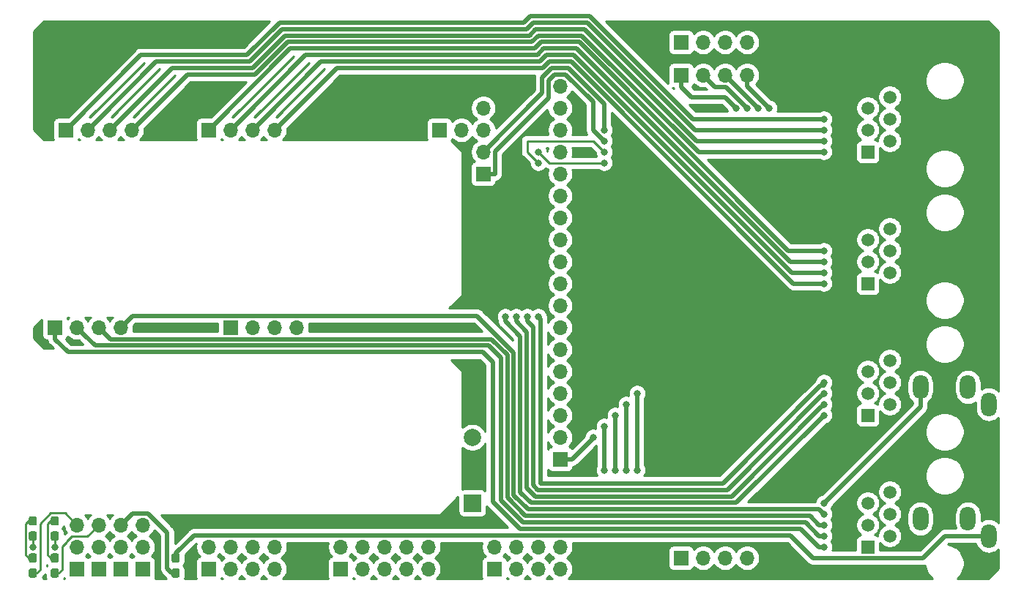
<source format=gbr>
G04 #@! TF.GenerationSoftware,KiCad,Pcbnew,5.1.5+dfsg1-2build2*
G04 #@! TF.CreationDate,2020-09-05T16:32:43+02:00*
G04 #@! TF.ProjectId,onstep-ramps-shield,6f6e7374-6570-42d7-9261-6d70732d7368,1*
G04 #@! TF.SameCoordinates,Original*
G04 #@! TF.FileFunction,Copper,L1,Top*
G04 #@! TF.FilePolarity,Positive*
%FSLAX46Y46*%
G04 Gerber Fmt 4.6, Leading zero omitted, Abs format (unit mm)*
G04 Created by KiCad (PCBNEW 5.1.5+dfsg1-2build2) date 2020-09-05 16:32:43*
%MOMM*%
%LPD*%
G04 APERTURE LIST*
%ADD10O,1.700000X1.700000*%
%ADD11R,1.700000X1.700000*%
%ADD12C,0.152400*%
%ADD13R,1.520000X1.520000*%
%ADD14C,1.520000*%
%ADD15O,1.800000X2.800000*%
%ADD16C,2.000000*%
%ADD17R,2.000000X2.000000*%
%ADD18C,0.800000*%
%ADD19C,0.500000*%
%ADD20C,0.250000*%
%ADD21C,0.254000*%
G04 APERTURE END LIST*
D10*
X142240000Y-62230000D03*
X142240000Y-64770000D03*
X142240000Y-67310000D03*
D11*
X142240000Y-69850000D03*
G04 #@! TA.AperFunction,SMDPad,CuDef*
D12*
G36*
X92970779Y-113776144D02*
G01*
X92993834Y-113779563D01*
X93016443Y-113785227D01*
X93038387Y-113793079D01*
X93059457Y-113803044D01*
X93079448Y-113815026D01*
X93098168Y-113828910D01*
X93115438Y-113844562D01*
X93131090Y-113861832D01*
X93144974Y-113880552D01*
X93156956Y-113900543D01*
X93166921Y-113921613D01*
X93174773Y-113943557D01*
X93180437Y-113966166D01*
X93183856Y-113989221D01*
X93185000Y-114012500D01*
X93185000Y-114587500D01*
X93183856Y-114610779D01*
X93180437Y-114633834D01*
X93174773Y-114656443D01*
X93166921Y-114678387D01*
X93156956Y-114699457D01*
X93144974Y-114719448D01*
X93131090Y-114738168D01*
X93115438Y-114755438D01*
X93098168Y-114771090D01*
X93079448Y-114784974D01*
X93059457Y-114796956D01*
X93038387Y-114806921D01*
X93016443Y-114814773D01*
X92993834Y-114820437D01*
X92970779Y-114823856D01*
X92947500Y-114825000D01*
X92472500Y-114825000D01*
X92449221Y-114823856D01*
X92426166Y-114820437D01*
X92403557Y-114814773D01*
X92381613Y-114806921D01*
X92360543Y-114796956D01*
X92340552Y-114784974D01*
X92321832Y-114771090D01*
X92304562Y-114755438D01*
X92288910Y-114738168D01*
X92275026Y-114719448D01*
X92263044Y-114699457D01*
X92253079Y-114678387D01*
X92245227Y-114656443D01*
X92239563Y-114633834D01*
X92236144Y-114610779D01*
X92235000Y-114587500D01*
X92235000Y-114012500D01*
X92236144Y-113989221D01*
X92239563Y-113966166D01*
X92245227Y-113943557D01*
X92253079Y-113921613D01*
X92263044Y-113900543D01*
X92275026Y-113880552D01*
X92288910Y-113861832D01*
X92304562Y-113844562D01*
X92321832Y-113828910D01*
X92340552Y-113815026D01*
X92360543Y-113803044D01*
X92381613Y-113793079D01*
X92403557Y-113785227D01*
X92426166Y-113779563D01*
X92449221Y-113776144D01*
X92472500Y-113775000D01*
X92947500Y-113775000D01*
X92970779Y-113776144D01*
G37*
G04 #@! TD.AperFunction*
G04 #@! TA.AperFunction,SMDPad,CuDef*
G36*
X92970779Y-115526144D02*
G01*
X92993834Y-115529563D01*
X93016443Y-115535227D01*
X93038387Y-115543079D01*
X93059457Y-115553044D01*
X93079448Y-115565026D01*
X93098168Y-115578910D01*
X93115438Y-115594562D01*
X93131090Y-115611832D01*
X93144974Y-115630552D01*
X93156956Y-115650543D01*
X93166921Y-115671613D01*
X93174773Y-115693557D01*
X93180437Y-115716166D01*
X93183856Y-115739221D01*
X93185000Y-115762500D01*
X93185000Y-116337500D01*
X93183856Y-116360779D01*
X93180437Y-116383834D01*
X93174773Y-116406443D01*
X93166921Y-116428387D01*
X93156956Y-116449457D01*
X93144974Y-116469448D01*
X93131090Y-116488168D01*
X93115438Y-116505438D01*
X93098168Y-116521090D01*
X93079448Y-116534974D01*
X93059457Y-116546956D01*
X93038387Y-116556921D01*
X93016443Y-116564773D01*
X92993834Y-116570437D01*
X92970779Y-116573856D01*
X92947500Y-116575000D01*
X92472500Y-116575000D01*
X92449221Y-116573856D01*
X92426166Y-116570437D01*
X92403557Y-116564773D01*
X92381613Y-116556921D01*
X92360543Y-116546956D01*
X92340552Y-116534974D01*
X92321832Y-116521090D01*
X92304562Y-116505438D01*
X92288910Y-116488168D01*
X92275026Y-116469448D01*
X92263044Y-116449457D01*
X92253079Y-116428387D01*
X92245227Y-116406443D01*
X92239563Y-116383834D01*
X92236144Y-116360779D01*
X92235000Y-116337500D01*
X92235000Y-115762500D01*
X92236144Y-115739221D01*
X92239563Y-115716166D01*
X92245227Y-115693557D01*
X92253079Y-115671613D01*
X92263044Y-115650543D01*
X92275026Y-115630552D01*
X92288910Y-115611832D01*
X92304562Y-115594562D01*
X92321832Y-115578910D01*
X92340552Y-115565026D01*
X92360543Y-115553044D01*
X92381613Y-115543079D01*
X92403557Y-115535227D01*
X92426166Y-115529563D01*
X92449221Y-115526144D01*
X92472500Y-115525000D01*
X92947500Y-115525000D01*
X92970779Y-115526144D01*
G37*
G04 #@! TD.AperFunction*
G04 #@! TA.AperFunction,SMDPad,CuDef*
G36*
X90430779Y-113776144D02*
G01*
X90453834Y-113779563D01*
X90476443Y-113785227D01*
X90498387Y-113793079D01*
X90519457Y-113803044D01*
X90539448Y-113815026D01*
X90558168Y-113828910D01*
X90575438Y-113844562D01*
X90591090Y-113861832D01*
X90604974Y-113880552D01*
X90616956Y-113900543D01*
X90626921Y-113921613D01*
X90634773Y-113943557D01*
X90640437Y-113966166D01*
X90643856Y-113989221D01*
X90645000Y-114012500D01*
X90645000Y-114587500D01*
X90643856Y-114610779D01*
X90640437Y-114633834D01*
X90634773Y-114656443D01*
X90626921Y-114678387D01*
X90616956Y-114699457D01*
X90604974Y-114719448D01*
X90591090Y-114738168D01*
X90575438Y-114755438D01*
X90558168Y-114771090D01*
X90539448Y-114784974D01*
X90519457Y-114796956D01*
X90498387Y-114806921D01*
X90476443Y-114814773D01*
X90453834Y-114820437D01*
X90430779Y-114823856D01*
X90407500Y-114825000D01*
X89932500Y-114825000D01*
X89909221Y-114823856D01*
X89886166Y-114820437D01*
X89863557Y-114814773D01*
X89841613Y-114806921D01*
X89820543Y-114796956D01*
X89800552Y-114784974D01*
X89781832Y-114771090D01*
X89764562Y-114755438D01*
X89748910Y-114738168D01*
X89735026Y-114719448D01*
X89723044Y-114699457D01*
X89713079Y-114678387D01*
X89705227Y-114656443D01*
X89699563Y-114633834D01*
X89696144Y-114610779D01*
X89695000Y-114587500D01*
X89695000Y-114012500D01*
X89696144Y-113989221D01*
X89699563Y-113966166D01*
X89705227Y-113943557D01*
X89713079Y-113921613D01*
X89723044Y-113900543D01*
X89735026Y-113880552D01*
X89748910Y-113861832D01*
X89764562Y-113844562D01*
X89781832Y-113828910D01*
X89800552Y-113815026D01*
X89820543Y-113803044D01*
X89841613Y-113793079D01*
X89863557Y-113785227D01*
X89886166Y-113779563D01*
X89909221Y-113776144D01*
X89932500Y-113775000D01*
X90407500Y-113775000D01*
X90430779Y-113776144D01*
G37*
G04 #@! TD.AperFunction*
G04 #@! TA.AperFunction,SMDPad,CuDef*
G36*
X90430779Y-115526144D02*
G01*
X90453834Y-115529563D01*
X90476443Y-115535227D01*
X90498387Y-115543079D01*
X90519457Y-115553044D01*
X90539448Y-115565026D01*
X90558168Y-115578910D01*
X90575438Y-115594562D01*
X90591090Y-115611832D01*
X90604974Y-115630552D01*
X90616956Y-115650543D01*
X90626921Y-115671613D01*
X90634773Y-115693557D01*
X90640437Y-115716166D01*
X90643856Y-115739221D01*
X90645000Y-115762500D01*
X90645000Y-116337500D01*
X90643856Y-116360779D01*
X90640437Y-116383834D01*
X90634773Y-116406443D01*
X90626921Y-116428387D01*
X90616956Y-116449457D01*
X90604974Y-116469448D01*
X90591090Y-116488168D01*
X90575438Y-116505438D01*
X90558168Y-116521090D01*
X90539448Y-116534974D01*
X90519457Y-116546956D01*
X90498387Y-116556921D01*
X90476443Y-116564773D01*
X90453834Y-116570437D01*
X90430779Y-116573856D01*
X90407500Y-116575000D01*
X89932500Y-116575000D01*
X89909221Y-116573856D01*
X89886166Y-116570437D01*
X89863557Y-116564773D01*
X89841613Y-116556921D01*
X89820543Y-116546956D01*
X89800552Y-116534974D01*
X89781832Y-116521090D01*
X89764562Y-116505438D01*
X89748910Y-116488168D01*
X89735026Y-116469448D01*
X89723044Y-116449457D01*
X89713079Y-116428387D01*
X89705227Y-116406443D01*
X89699563Y-116383834D01*
X89696144Y-116360779D01*
X89695000Y-116337500D01*
X89695000Y-115762500D01*
X89696144Y-115739221D01*
X89699563Y-115716166D01*
X89705227Y-115693557D01*
X89713079Y-115671613D01*
X89723044Y-115650543D01*
X89735026Y-115630552D01*
X89748910Y-115611832D01*
X89764562Y-115594562D01*
X89781832Y-115578910D01*
X89800552Y-115565026D01*
X89820543Y-115553044D01*
X89841613Y-115543079D01*
X89863557Y-115535227D01*
X89886166Y-115529563D01*
X89909221Y-115526144D01*
X89932500Y-115525000D01*
X90407500Y-115525000D01*
X90430779Y-115526144D01*
G37*
G04 #@! TD.AperFunction*
G04 #@! TA.AperFunction,SMDPad,CuDef*
G36*
X106940779Y-113776144D02*
G01*
X106963834Y-113779563D01*
X106986443Y-113785227D01*
X107008387Y-113793079D01*
X107029457Y-113803044D01*
X107049448Y-113815026D01*
X107068168Y-113828910D01*
X107085438Y-113844562D01*
X107101090Y-113861832D01*
X107114974Y-113880552D01*
X107126956Y-113900543D01*
X107136921Y-113921613D01*
X107144773Y-113943557D01*
X107150437Y-113966166D01*
X107153856Y-113989221D01*
X107155000Y-114012500D01*
X107155000Y-114587500D01*
X107153856Y-114610779D01*
X107150437Y-114633834D01*
X107144773Y-114656443D01*
X107136921Y-114678387D01*
X107126956Y-114699457D01*
X107114974Y-114719448D01*
X107101090Y-114738168D01*
X107085438Y-114755438D01*
X107068168Y-114771090D01*
X107049448Y-114784974D01*
X107029457Y-114796956D01*
X107008387Y-114806921D01*
X106986443Y-114814773D01*
X106963834Y-114820437D01*
X106940779Y-114823856D01*
X106917500Y-114825000D01*
X106442500Y-114825000D01*
X106419221Y-114823856D01*
X106396166Y-114820437D01*
X106373557Y-114814773D01*
X106351613Y-114806921D01*
X106330543Y-114796956D01*
X106310552Y-114784974D01*
X106291832Y-114771090D01*
X106274562Y-114755438D01*
X106258910Y-114738168D01*
X106245026Y-114719448D01*
X106233044Y-114699457D01*
X106223079Y-114678387D01*
X106215227Y-114656443D01*
X106209563Y-114633834D01*
X106206144Y-114610779D01*
X106205000Y-114587500D01*
X106205000Y-114012500D01*
X106206144Y-113989221D01*
X106209563Y-113966166D01*
X106215227Y-113943557D01*
X106223079Y-113921613D01*
X106233044Y-113900543D01*
X106245026Y-113880552D01*
X106258910Y-113861832D01*
X106274562Y-113844562D01*
X106291832Y-113828910D01*
X106310552Y-113815026D01*
X106330543Y-113803044D01*
X106351613Y-113793079D01*
X106373557Y-113785227D01*
X106396166Y-113779563D01*
X106419221Y-113776144D01*
X106442500Y-113775000D01*
X106917500Y-113775000D01*
X106940779Y-113776144D01*
G37*
G04 #@! TD.AperFunction*
G04 #@! TA.AperFunction,SMDPad,CuDef*
G36*
X106940779Y-115526144D02*
G01*
X106963834Y-115529563D01*
X106986443Y-115535227D01*
X107008387Y-115543079D01*
X107029457Y-115553044D01*
X107049448Y-115565026D01*
X107068168Y-115578910D01*
X107085438Y-115594562D01*
X107101090Y-115611832D01*
X107114974Y-115630552D01*
X107126956Y-115650543D01*
X107136921Y-115671613D01*
X107144773Y-115693557D01*
X107150437Y-115716166D01*
X107153856Y-115739221D01*
X107155000Y-115762500D01*
X107155000Y-116337500D01*
X107153856Y-116360779D01*
X107150437Y-116383834D01*
X107144773Y-116406443D01*
X107136921Y-116428387D01*
X107126956Y-116449457D01*
X107114974Y-116469448D01*
X107101090Y-116488168D01*
X107085438Y-116505438D01*
X107068168Y-116521090D01*
X107049448Y-116534974D01*
X107029457Y-116546956D01*
X107008387Y-116556921D01*
X106986443Y-116564773D01*
X106963834Y-116570437D01*
X106940779Y-116573856D01*
X106917500Y-116575000D01*
X106442500Y-116575000D01*
X106419221Y-116573856D01*
X106396166Y-116570437D01*
X106373557Y-116564773D01*
X106351613Y-116556921D01*
X106330543Y-116546956D01*
X106310552Y-116534974D01*
X106291832Y-116521090D01*
X106274562Y-116505438D01*
X106258910Y-116488168D01*
X106245026Y-116469448D01*
X106233044Y-116449457D01*
X106223079Y-116428387D01*
X106215227Y-116406443D01*
X106209563Y-116383834D01*
X106206144Y-116360779D01*
X106205000Y-116337500D01*
X106205000Y-115762500D01*
X106206144Y-115739221D01*
X106209563Y-115716166D01*
X106215227Y-115693557D01*
X106223079Y-115671613D01*
X106233044Y-115650543D01*
X106245026Y-115630552D01*
X106258910Y-115611832D01*
X106274562Y-115594562D01*
X106291832Y-115578910D01*
X106310552Y-115565026D01*
X106330543Y-115553044D01*
X106351613Y-115543079D01*
X106373557Y-115535227D01*
X106396166Y-115529563D01*
X106419221Y-115526144D01*
X106442500Y-115525000D01*
X106917500Y-115525000D01*
X106940779Y-115526144D01*
G37*
G04 #@! TD.AperFunction*
G04 #@! TA.AperFunction,SMDPad,CuDef*
G36*
X92970779Y-109486144D02*
G01*
X92993834Y-109489563D01*
X93016443Y-109495227D01*
X93038387Y-109503079D01*
X93059457Y-109513044D01*
X93079448Y-109525026D01*
X93098168Y-109538910D01*
X93115438Y-109554562D01*
X93131090Y-109571832D01*
X93144974Y-109590552D01*
X93156956Y-109610543D01*
X93166921Y-109631613D01*
X93174773Y-109653557D01*
X93180437Y-109676166D01*
X93183856Y-109699221D01*
X93185000Y-109722500D01*
X93185000Y-110297500D01*
X93183856Y-110320779D01*
X93180437Y-110343834D01*
X93174773Y-110366443D01*
X93166921Y-110388387D01*
X93156956Y-110409457D01*
X93144974Y-110429448D01*
X93131090Y-110448168D01*
X93115438Y-110465438D01*
X93098168Y-110481090D01*
X93079448Y-110494974D01*
X93059457Y-110506956D01*
X93038387Y-110516921D01*
X93016443Y-110524773D01*
X92993834Y-110530437D01*
X92970779Y-110533856D01*
X92947500Y-110535000D01*
X92472500Y-110535000D01*
X92449221Y-110533856D01*
X92426166Y-110530437D01*
X92403557Y-110524773D01*
X92381613Y-110516921D01*
X92360543Y-110506956D01*
X92340552Y-110494974D01*
X92321832Y-110481090D01*
X92304562Y-110465438D01*
X92288910Y-110448168D01*
X92275026Y-110429448D01*
X92263044Y-110409457D01*
X92253079Y-110388387D01*
X92245227Y-110366443D01*
X92239563Y-110343834D01*
X92236144Y-110320779D01*
X92235000Y-110297500D01*
X92235000Y-109722500D01*
X92236144Y-109699221D01*
X92239563Y-109676166D01*
X92245227Y-109653557D01*
X92253079Y-109631613D01*
X92263044Y-109610543D01*
X92275026Y-109590552D01*
X92288910Y-109571832D01*
X92304562Y-109554562D01*
X92321832Y-109538910D01*
X92340552Y-109525026D01*
X92360543Y-109513044D01*
X92381613Y-109503079D01*
X92403557Y-109495227D01*
X92426166Y-109489563D01*
X92449221Y-109486144D01*
X92472500Y-109485000D01*
X92947500Y-109485000D01*
X92970779Y-109486144D01*
G37*
G04 #@! TD.AperFunction*
G04 #@! TA.AperFunction,SMDPad,CuDef*
G36*
X92970779Y-111236144D02*
G01*
X92993834Y-111239563D01*
X93016443Y-111245227D01*
X93038387Y-111253079D01*
X93059457Y-111263044D01*
X93079448Y-111275026D01*
X93098168Y-111288910D01*
X93115438Y-111304562D01*
X93131090Y-111321832D01*
X93144974Y-111340552D01*
X93156956Y-111360543D01*
X93166921Y-111381613D01*
X93174773Y-111403557D01*
X93180437Y-111426166D01*
X93183856Y-111449221D01*
X93185000Y-111472500D01*
X93185000Y-112047500D01*
X93183856Y-112070779D01*
X93180437Y-112093834D01*
X93174773Y-112116443D01*
X93166921Y-112138387D01*
X93156956Y-112159457D01*
X93144974Y-112179448D01*
X93131090Y-112198168D01*
X93115438Y-112215438D01*
X93098168Y-112231090D01*
X93079448Y-112244974D01*
X93059457Y-112256956D01*
X93038387Y-112266921D01*
X93016443Y-112274773D01*
X92993834Y-112280437D01*
X92970779Y-112283856D01*
X92947500Y-112285000D01*
X92472500Y-112285000D01*
X92449221Y-112283856D01*
X92426166Y-112280437D01*
X92403557Y-112274773D01*
X92381613Y-112266921D01*
X92360543Y-112256956D01*
X92340552Y-112244974D01*
X92321832Y-112231090D01*
X92304562Y-112215438D01*
X92288910Y-112198168D01*
X92275026Y-112179448D01*
X92263044Y-112159457D01*
X92253079Y-112138387D01*
X92245227Y-112116443D01*
X92239563Y-112093834D01*
X92236144Y-112070779D01*
X92235000Y-112047500D01*
X92235000Y-111472500D01*
X92236144Y-111449221D01*
X92239563Y-111426166D01*
X92245227Y-111403557D01*
X92253079Y-111381613D01*
X92263044Y-111360543D01*
X92275026Y-111340552D01*
X92288910Y-111321832D01*
X92304562Y-111304562D01*
X92321832Y-111288910D01*
X92340552Y-111275026D01*
X92360543Y-111263044D01*
X92381613Y-111253079D01*
X92403557Y-111245227D01*
X92426166Y-111239563D01*
X92449221Y-111236144D01*
X92472500Y-111235000D01*
X92947500Y-111235000D01*
X92970779Y-111236144D01*
G37*
G04 #@! TD.AperFunction*
G04 #@! TA.AperFunction,SMDPad,CuDef*
G36*
X90430779Y-109486144D02*
G01*
X90453834Y-109489563D01*
X90476443Y-109495227D01*
X90498387Y-109503079D01*
X90519457Y-109513044D01*
X90539448Y-109525026D01*
X90558168Y-109538910D01*
X90575438Y-109554562D01*
X90591090Y-109571832D01*
X90604974Y-109590552D01*
X90616956Y-109610543D01*
X90626921Y-109631613D01*
X90634773Y-109653557D01*
X90640437Y-109676166D01*
X90643856Y-109699221D01*
X90645000Y-109722500D01*
X90645000Y-110297500D01*
X90643856Y-110320779D01*
X90640437Y-110343834D01*
X90634773Y-110366443D01*
X90626921Y-110388387D01*
X90616956Y-110409457D01*
X90604974Y-110429448D01*
X90591090Y-110448168D01*
X90575438Y-110465438D01*
X90558168Y-110481090D01*
X90539448Y-110494974D01*
X90519457Y-110506956D01*
X90498387Y-110516921D01*
X90476443Y-110524773D01*
X90453834Y-110530437D01*
X90430779Y-110533856D01*
X90407500Y-110535000D01*
X89932500Y-110535000D01*
X89909221Y-110533856D01*
X89886166Y-110530437D01*
X89863557Y-110524773D01*
X89841613Y-110516921D01*
X89820543Y-110506956D01*
X89800552Y-110494974D01*
X89781832Y-110481090D01*
X89764562Y-110465438D01*
X89748910Y-110448168D01*
X89735026Y-110429448D01*
X89723044Y-110409457D01*
X89713079Y-110388387D01*
X89705227Y-110366443D01*
X89699563Y-110343834D01*
X89696144Y-110320779D01*
X89695000Y-110297500D01*
X89695000Y-109722500D01*
X89696144Y-109699221D01*
X89699563Y-109676166D01*
X89705227Y-109653557D01*
X89713079Y-109631613D01*
X89723044Y-109610543D01*
X89735026Y-109590552D01*
X89748910Y-109571832D01*
X89764562Y-109554562D01*
X89781832Y-109538910D01*
X89800552Y-109525026D01*
X89820543Y-109513044D01*
X89841613Y-109503079D01*
X89863557Y-109495227D01*
X89886166Y-109489563D01*
X89909221Y-109486144D01*
X89932500Y-109485000D01*
X90407500Y-109485000D01*
X90430779Y-109486144D01*
G37*
G04 #@! TD.AperFunction*
G04 #@! TA.AperFunction,SMDPad,CuDef*
G36*
X90430779Y-111236144D02*
G01*
X90453834Y-111239563D01*
X90476443Y-111245227D01*
X90498387Y-111253079D01*
X90519457Y-111263044D01*
X90539448Y-111275026D01*
X90558168Y-111288910D01*
X90575438Y-111304562D01*
X90591090Y-111321832D01*
X90604974Y-111340552D01*
X90616956Y-111360543D01*
X90626921Y-111381613D01*
X90634773Y-111403557D01*
X90640437Y-111426166D01*
X90643856Y-111449221D01*
X90645000Y-111472500D01*
X90645000Y-112047500D01*
X90643856Y-112070779D01*
X90640437Y-112093834D01*
X90634773Y-112116443D01*
X90626921Y-112138387D01*
X90616956Y-112159457D01*
X90604974Y-112179448D01*
X90591090Y-112198168D01*
X90575438Y-112215438D01*
X90558168Y-112231090D01*
X90539448Y-112244974D01*
X90519457Y-112256956D01*
X90498387Y-112266921D01*
X90476443Y-112274773D01*
X90453834Y-112280437D01*
X90430779Y-112283856D01*
X90407500Y-112285000D01*
X89932500Y-112285000D01*
X89909221Y-112283856D01*
X89886166Y-112280437D01*
X89863557Y-112274773D01*
X89841613Y-112266921D01*
X89820543Y-112256956D01*
X89800552Y-112244974D01*
X89781832Y-112231090D01*
X89764562Y-112215438D01*
X89748910Y-112198168D01*
X89735026Y-112179448D01*
X89723044Y-112159457D01*
X89713079Y-112138387D01*
X89705227Y-112116443D01*
X89699563Y-112093834D01*
X89696144Y-112070779D01*
X89695000Y-112047500D01*
X89695000Y-111472500D01*
X89696144Y-111449221D01*
X89699563Y-111426166D01*
X89705227Y-111403557D01*
X89713079Y-111381613D01*
X89723044Y-111360543D01*
X89735026Y-111340552D01*
X89748910Y-111321832D01*
X89764562Y-111304562D01*
X89781832Y-111288910D01*
X89800552Y-111275026D01*
X89820543Y-111263044D01*
X89841613Y-111253079D01*
X89863557Y-111245227D01*
X89886166Y-111239563D01*
X89909221Y-111236144D01*
X89932500Y-111235000D01*
X90407500Y-111235000D01*
X90430779Y-111236144D01*
G37*
G04 #@! TD.AperFunction*
D10*
X172720000Y-54610000D03*
X170180000Y-54610000D03*
X167640000Y-54610000D03*
D11*
X165100000Y-54610000D03*
D10*
X172720000Y-58420000D03*
X170180000Y-58420000D03*
X167640000Y-58420000D03*
D11*
X165100000Y-58420000D03*
D10*
X172720000Y-114300000D03*
X170180000Y-114300000D03*
X167640000Y-114300000D03*
D11*
X165100000Y-114300000D03*
D10*
X102870000Y-110490000D03*
X102870000Y-113030000D03*
D11*
X102870000Y-115570000D03*
D10*
X100330000Y-110490000D03*
X100330000Y-113030000D03*
D11*
X100330000Y-115570000D03*
D10*
X97790000Y-110490000D03*
X97790000Y-113030000D03*
D11*
X97790000Y-115570000D03*
D10*
X95250000Y-110490000D03*
X95250000Y-113030000D03*
D11*
X95250000Y-115570000D03*
D10*
X139700000Y-64770000D03*
D11*
X137160000Y-64770000D03*
D10*
X100330000Y-87630000D03*
X97790000Y-87630000D03*
X95250000Y-87630000D03*
D11*
X92710000Y-87630000D03*
D10*
X118110000Y-64770000D03*
X115570000Y-64770000D03*
X113030000Y-64770000D03*
D11*
X110490000Y-64770000D03*
D10*
X101600000Y-64770000D03*
X99060000Y-64770000D03*
X96520000Y-64770000D03*
D11*
X93980000Y-64770000D03*
D10*
X120650000Y-87630000D03*
X118110000Y-87630000D03*
X115570000Y-87630000D03*
D11*
X113030000Y-87630000D03*
D10*
X151130000Y-113030000D03*
X151130000Y-115570000D03*
X148590000Y-113030000D03*
X148590000Y-115570000D03*
X146050000Y-113030000D03*
X146050000Y-115570000D03*
X143510000Y-113030000D03*
D11*
X143510000Y-115570000D03*
D10*
X135890000Y-113030000D03*
X135890000Y-115570000D03*
X133350000Y-113030000D03*
X133350000Y-115570000D03*
X130810000Y-113030000D03*
X130810000Y-115570000D03*
X128270000Y-113030000D03*
X128270000Y-115570000D03*
X125730000Y-113030000D03*
D11*
X125730000Y-115570000D03*
D10*
X118110000Y-113030000D03*
X118110000Y-115570000D03*
X115570000Y-113030000D03*
X115570000Y-115570000D03*
X113030000Y-113030000D03*
X113030000Y-115570000D03*
X110490000Y-113030000D03*
D11*
X110490000Y-115570000D03*
D10*
X151130000Y-59690000D03*
X151130000Y-62230000D03*
X151130000Y-64770000D03*
X151130000Y-67310000D03*
X151130000Y-69850000D03*
X151130000Y-72390000D03*
X151130000Y-74930000D03*
X151130000Y-77470000D03*
X151130000Y-80010000D03*
X151130000Y-82550000D03*
X151130000Y-85090000D03*
X151130000Y-87630000D03*
X151130000Y-90170000D03*
X151130000Y-92710000D03*
X151130000Y-95250000D03*
X151130000Y-97790000D03*
X151130000Y-100330000D03*
D11*
X151130000Y-102870000D03*
D13*
X186690000Y-113030000D03*
D14*
X189230000Y-111760000D03*
X186690000Y-110490000D03*
X189230000Y-109220000D03*
X186690000Y-107950000D03*
X189230000Y-106680000D03*
D15*
X192760000Y-94520000D03*
X198260000Y-94520000D03*
X200660000Y-96520000D03*
X192760000Y-109760000D03*
X198260000Y-109760000D03*
X200660000Y-111760000D03*
D13*
X186690000Y-82550000D03*
D14*
X189230000Y-81280000D03*
X186690000Y-80010000D03*
X189230000Y-78740000D03*
X186690000Y-77470000D03*
X189230000Y-76200000D03*
D13*
X186690000Y-67310000D03*
D14*
X189230000Y-66040000D03*
X186690000Y-64770000D03*
X189230000Y-63500000D03*
X186690000Y-62230000D03*
X189230000Y-60960000D03*
D13*
X186690000Y-97790000D03*
D14*
X189230000Y-96520000D03*
X186690000Y-95250000D03*
X189230000Y-93980000D03*
X186690000Y-92710000D03*
X189230000Y-91440000D03*
D16*
X140970000Y-100350000D03*
D17*
X140970000Y-107950000D03*
D18*
X148590000Y-68580000D03*
X181610000Y-107950000D03*
X175260000Y-62230000D03*
X157480000Y-104140000D03*
X156210000Y-104140000D03*
X148590000Y-86360000D03*
X181611404Y-93981404D03*
X181611404Y-95251404D03*
X147321404Y-86355788D03*
X181611404Y-96521404D03*
X146050000Y-86357192D03*
X181611404Y-97791404D03*
X144778596Y-86358596D03*
X181610000Y-63500000D03*
X181610000Y-64770000D03*
X181610000Y-66040000D03*
X181610000Y-67310000D03*
X181610000Y-78740000D03*
X181610000Y-80010000D03*
X181610000Y-81280000D03*
X181610000Y-82550000D03*
X154940000Y-100330000D03*
X181610000Y-109220000D03*
X181610000Y-110490000D03*
X181611404Y-111758596D03*
X181611404Y-113028596D03*
X157480001Y-97792809D03*
X156210000Y-68580000D03*
X148591404Y-67308596D03*
X156210000Y-99060000D03*
X156210000Y-67310000D03*
X173987192Y-62230000D03*
X90170000Y-113030000D03*
X92710000Y-113030000D03*
X160020000Y-104140000D03*
X160020000Y-95250000D03*
X172715788Y-62228596D03*
X156210000Y-66040000D03*
X158750000Y-104140000D03*
X158751404Y-96518596D03*
X171448596Y-62234212D03*
X156211404Y-64768596D03*
D19*
X181238597Y-94351403D02*
X181611404Y-94351403D01*
X148590000Y-86360000D02*
X148859911Y-86629911D01*
X148859911Y-105679911D02*
X169910089Y-105679911D01*
X169910089Y-105679911D02*
X181238597Y-94351403D01*
X181611404Y-94351403D02*
X181611404Y-93981404D01*
X148859911Y-86629911D02*
X148859911Y-105679911D01*
X148010064Y-105890739D02*
X148010064Y-87610133D01*
X148549247Y-106429922D02*
X148010064Y-105890739D01*
X170430078Y-106429922D02*
X148549247Y-106429922D01*
X148010064Y-87610133D02*
X147321404Y-86921473D01*
X181211405Y-95651403D02*
X181208597Y-95651403D01*
X181611404Y-95251404D02*
X181211405Y-95651403D01*
X147321404Y-86921473D02*
X147321404Y-86355788D01*
X181208597Y-95651403D02*
X170430078Y-106429922D01*
X181208597Y-96921403D02*
X170950067Y-107179933D01*
X181211405Y-96921403D02*
X181208597Y-96921403D01*
X170950067Y-107179933D02*
X148238583Y-107179933D01*
X146050000Y-86922877D02*
X146050000Y-86357192D01*
X148238583Y-107179933D02*
X147260053Y-106201403D01*
X147260053Y-88132930D02*
X146050000Y-86922877D01*
X181611404Y-96521404D02*
X181211405Y-96921403D01*
X147260053Y-106201403D02*
X147260053Y-88132930D01*
X181611404Y-97791404D02*
X171472864Y-107929944D01*
X171472864Y-107929944D02*
X147718594Y-107929944D01*
X147718594Y-107929944D02*
X146510042Y-106721392D01*
X146510042Y-106721392D02*
X146510042Y-88655727D01*
X146510042Y-88655727D02*
X144778596Y-86924281D01*
X144778596Y-86924281D02*
X144778596Y-86358596D01*
X166484077Y-63500000D02*
X181610000Y-63500000D01*
X154573977Y-51589900D02*
X166484077Y-63500000D01*
X147686023Y-51589900D02*
X154573977Y-51589900D01*
X118677389Y-52339911D02*
X146936012Y-52339911D01*
X114927334Y-56089966D02*
X118677389Y-52339911D01*
X146936012Y-52339911D02*
X147686023Y-51589900D01*
X102660034Y-56089966D02*
X114927334Y-56089966D01*
X93980000Y-64770000D02*
X102660034Y-56089966D01*
X97369999Y-63920001D02*
X96520000Y-64770000D01*
X118988053Y-53089922D02*
X115237998Y-56839977D01*
X147246677Y-53089922D02*
X118988053Y-53089922D01*
X147996687Y-52339911D02*
X147246677Y-53089922D01*
X166693402Y-64770000D02*
X154263313Y-52339911D01*
X181610000Y-64770000D02*
X166693402Y-64770000D01*
X154263313Y-52339911D02*
X147996687Y-52339911D01*
X104450023Y-56839977D02*
X97369999Y-63920001D01*
X115237998Y-56839977D02*
X104450023Y-56839977D01*
X166902727Y-66040000D02*
X153952649Y-53089922D01*
X99909999Y-63920001D02*
X99060000Y-64770000D01*
X106240012Y-57589988D02*
X99909999Y-63920001D01*
X115548662Y-57589988D02*
X106240012Y-57589988D01*
X119298717Y-53839933D02*
X115548662Y-57589988D01*
X147557340Y-53839933D02*
X119298717Y-53839933D01*
X153952649Y-53089922D02*
X148307351Y-53089922D01*
X148307351Y-53089922D02*
X147557340Y-53839933D01*
X181610000Y-66040000D02*
X166902727Y-66040000D01*
X102449999Y-63920001D02*
X101600000Y-64770000D01*
X115859326Y-58339999D02*
X108030001Y-58339999D01*
X147868005Y-54589944D02*
X119609381Y-54589944D01*
X148618015Y-53839933D02*
X147868005Y-54589944D01*
X153641985Y-53839933D02*
X148618015Y-53839933D01*
X119609381Y-54589944D02*
X115859326Y-58339999D01*
X181610000Y-67310000D02*
X167112052Y-67310000D01*
X167112052Y-67310000D02*
X153641985Y-53839933D01*
X108030001Y-58339999D02*
X102449999Y-63920001D01*
X177481377Y-78740000D02*
X153331321Y-54589944D01*
X148928679Y-54589944D02*
X148178668Y-55339955D01*
X153331321Y-54589944D02*
X148928679Y-54589944D01*
X119920045Y-55339955D02*
X110490000Y-64770000D01*
X181610000Y-78740000D02*
X177481377Y-78740000D01*
X148178668Y-55339955D02*
X119920045Y-55339955D01*
X149239343Y-55339955D02*
X148489333Y-56089966D01*
X177690702Y-80010000D02*
X153020657Y-55339955D01*
X121710034Y-56089966D02*
X113879999Y-63920001D01*
X113879999Y-63920001D02*
X113030000Y-64770000D01*
X181610000Y-80010000D02*
X177690702Y-80010000D01*
X153020657Y-55339955D02*
X149239343Y-55339955D01*
X148489333Y-56089966D02*
X121710034Y-56089966D01*
X177900027Y-81280000D02*
X152709993Y-56089966D01*
X181610000Y-81280000D02*
X177900027Y-81280000D01*
X123500023Y-56839977D02*
X116419999Y-63920001D01*
X148799996Y-56839977D02*
X123500023Y-56839977D01*
X152709993Y-56089966D02*
X149550007Y-56089966D01*
X149550007Y-56089966D02*
X148799996Y-56839977D01*
X116419999Y-63920001D02*
X115570000Y-64770000D01*
X152399329Y-56839977D02*
X149860671Y-56839977D01*
X178109352Y-82550000D02*
X152399329Y-56839977D01*
X149110661Y-57589988D02*
X125290012Y-57589988D01*
X149860671Y-56839977D02*
X149110661Y-57589988D01*
X125290012Y-57589988D02*
X118959999Y-63920001D01*
X181610000Y-82550000D02*
X178109352Y-82550000D01*
X118959999Y-63920001D02*
X118110000Y-64770000D01*
X154940000Y-100410000D02*
X152480000Y-102870000D01*
X152480000Y-102870000D02*
X151130000Y-102870000D01*
X145760031Y-90508007D02*
X145760031Y-107032056D01*
X145760031Y-107032056D02*
X147407930Y-108679955D01*
X101680001Y-86279999D02*
X141532023Y-86279999D01*
X100330000Y-87630000D02*
X101680001Y-86279999D01*
X147407930Y-108679955D02*
X181069955Y-108679955D01*
X141532023Y-86279999D02*
X145760031Y-90508007D01*
X181210001Y-108820001D02*
X181610000Y-109220000D01*
X181069955Y-108679955D02*
X181210001Y-108820001D01*
X97790000Y-87630000D02*
X99140001Y-88980001D01*
X179984281Y-109429966D02*
X181044315Y-110490000D01*
X145010020Y-107342720D02*
X147097266Y-109429966D01*
X147097266Y-109429966D02*
X179984281Y-109429966D01*
X181044315Y-110490000D02*
X181610000Y-110490000D01*
X99140001Y-88980001D02*
X143171350Y-88980001D01*
X143171350Y-88980001D02*
X145010020Y-90818671D01*
X145010020Y-90818671D02*
X145010020Y-107342720D01*
X181611404Y-111758596D02*
X181045719Y-111758596D01*
X142860686Y-89730012D02*
X97350012Y-89730012D01*
X96099999Y-88479999D02*
X95250000Y-87630000D01*
X181045719Y-111758596D02*
X179467100Y-110179977D01*
X97350012Y-89730012D02*
X96099999Y-88479999D01*
X144260009Y-107653384D02*
X144260009Y-91129335D01*
X146786602Y-110179977D02*
X144260009Y-107653384D01*
X179467100Y-110179977D02*
X146786602Y-110179977D01*
X144260009Y-91129335D02*
X142860686Y-89730012D01*
X92710000Y-88980000D02*
X92710000Y-87630000D01*
X94210023Y-90480023D02*
X92710000Y-88980000D01*
X142209869Y-90480023D02*
X94210023Y-90480023D01*
X143339923Y-91610077D02*
X142209869Y-90480023D01*
X143339923Y-107793973D02*
X143339923Y-91610077D01*
X146475938Y-110929988D02*
X143339923Y-107793973D01*
X178947111Y-110929988D02*
X146475938Y-110929988D01*
X181045719Y-113028596D02*
X178947111Y-110929988D01*
X181611404Y-113028596D02*
X181045719Y-113028596D01*
X106680000Y-113775000D02*
X106680000Y-114300000D01*
X108775001Y-111679999D02*
X106680000Y-113775000D01*
X177719999Y-111679999D02*
X108775001Y-111679999D01*
X195614998Y-111760000D02*
X193074998Y-114300000D01*
X200660000Y-111760000D02*
X195614998Y-111760000D01*
X193074998Y-114300000D02*
X180340000Y-114300000D01*
X180340000Y-114300000D02*
X177719999Y-111679999D01*
D20*
X90645000Y-116050000D02*
X90170000Y-116050000D01*
X91020010Y-110308768D02*
X91020010Y-115674990D01*
X92218788Y-109109990D02*
X91020010Y-110308768D01*
X93869990Y-109109990D02*
X92218788Y-109109990D01*
X91020010Y-115674990D02*
X90645000Y-116050000D01*
X95250000Y-110490000D02*
X93869990Y-109109990D01*
X93560010Y-113008334D02*
X93560010Y-115674990D01*
X93185000Y-116050000D02*
X92710000Y-116050000D01*
X94060020Y-112508324D02*
X93560010Y-113008334D01*
X94661999Y-111804999D02*
X94060021Y-112406977D01*
X97790000Y-110490000D02*
X96475001Y-111804999D01*
X93560010Y-115674990D02*
X93185000Y-116050000D01*
X94060021Y-112406977D02*
X94060020Y-112508324D01*
X96475001Y-111804999D02*
X94661999Y-111804999D01*
D19*
X192760000Y-96800000D02*
X181610000Y-107950000D01*
X192760000Y-94520000D02*
X192760000Y-96800000D01*
X157480000Y-104140000D02*
X157480001Y-103574314D01*
X157480001Y-103574314D02*
X157480001Y-98358494D01*
X157480001Y-98358494D02*
X157480001Y-97792809D01*
D20*
X149862808Y-68580000D02*
X156210000Y-68580000D01*
X148591404Y-67308596D02*
X149862808Y-68580000D01*
D19*
X172720000Y-58420000D02*
X172720000Y-59690000D01*
X172720000Y-59690000D02*
X175260000Y-62230000D01*
X156210000Y-100330000D02*
X156210000Y-104140000D01*
X156210000Y-100330000D02*
X156210000Y-99060000D01*
D20*
X156210000Y-67310000D02*
X154940000Y-66040000D01*
X154940000Y-66040000D02*
X147320000Y-66040000D01*
X147320000Y-67310000D02*
X148590000Y-68580000D01*
X147320000Y-66040000D02*
X147320000Y-67310000D01*
D19*
X170180000Y-58420000D02*
X173987192Y-62227192D01*
X173987192Y-62227192D02*
X173987192Y-62230000D01*
X106205000Y-116050000D02*
X106680000Y-116050000D01*
X105704990Y-111326988D02*
X105704990Y-115549990D01*
X103518001Y-109139999D02*
X105704990Y-111326988D01*
X101680001Y-109139999D02*
X103518001Y-109139999D01*
X105704990Y-115549990D02*
X106205000Y-116050000D01*
X100330000Y-110490000D02*
X101680001Y-109139999D01*
D20*
X89319990Y-113924990D02*
X89695000Y-114300000D01*
X89695000Y-114300000D02*
X90170000Y-114300000D01*
X89319990Y-110385010D02*
X89319990Y-113924990D01*
X89695000Y-110010000D02*
X89319990Y-110385010D01*
X90170000Y-110010000D02*
X89695000Y-110010000D01*
X91859990Y-110385010D02*
X91859990Y-113924990D01*
X92235000Y-110010000D02*
X91859990Y-110385010D01*
X92235000Y-114300000D02*
X92710000Y-114300000D01*
X91859990Y-113924990D02*
X92235000Y-114300000D01*
X92710000Y-110010000D02*
X92235000Y-110010000D01*
X90170000Y-111760000D02*
X90170000Y-113030000D01*
X92710000Y-111760000D02*
X92710000Y-113030000D01*
D19*
X160020000Y-100330000D02*
X160020000Y-104140000D01*
X160020000Y-100330000D02*
X160020000Y-95250000D01*
X168990001Y-59770001D02*
X170257193Y-59770001D01*
X172315789Y-61828597D02*
X172715788Y-62228596D01*
X170257193Y-59770001D02*
X172315789Y-61828597D01*
X167640000Y-58420000D02*
X168990001Y-59770001D01*
X143590001Y-67229999D02*
X143590000Y-69850000D01*
X149779999Y-61040001D02*
X143590001Y-67229999D01*
X149779999Y-59041999D02*
X149779999Y-61040001D01*
X151778001Y-58339999D02*
X150481999Y-58339999D01*
X143590000Y-69850000D02*
X142240000Y-69850000D01*
X154940000Y-61501998D02*
X151778001Y-58339999D01*
X150481999Y-58339999D02*
X149779999Y-59041999D01*
X154940000Y-64770000D02*
X154940000Y-61501998D01*
X156210000Y-66040000D02*
X154940000Y-64770000D01*
X158750000Y-96520000D02*
X158751404Y-96518596D01*
X158750000Y-104140000D02*
X158750000Y-96520000D01*
X142240000Y-67310000D02*
X149029988Y-60520012D01*
X156211404Y-64202911D02*
X156211404Y-64768596D01*
X156211404Y-61712727D02*
X156211404Y-64202911D01*
X152088665Y-57589988D02*
X156211404Y-61712727D01*
X150171335Y-57589988D02*
X152088665Y-57589988D01*
X149029988Y-58731335D02*
X150171335Y-57589988D01*
X149029988Y-60520012D02*
X149029988Y-58731335D01*
X165100000Y-59770000D02*
X166290000Y-60960000D01*
X165100000Y-58420000D02*
X165100000Y-59770000D01*
X170174384Y-60960000D02*
X171448596Y-62234212D01*
X166290000Y-60960000D02*
X170174384Y-60960000D01*
D21*
G36*
X129656525Y-116516632D02*
G01*
X129852893Y-116713000D01*
X129227107Y-116713000D01*
X129423475Y-116516632D01*
X129540000Y-116342240D01*
X129656525Y-116516632D01*
G37*
X129656525Y-116516632D02*
X129852893Y-116713000D01*
X129227107Y-116713000D01*
X129423475Y-116516632D01*
X129540000Y-116342240D01*
X129656525Y-116516632D01*
G36*
X179683470Y-114895049D02*
G01*
X179711183Y-114928817D01*
X179744951Y-114956530D01*
X179744953Y-114956532D01*
X179798861Y-115000773D01*
X179845941Y-115039411D01*
X179999687Y-115121589D01*
X180115903Y-115156843D01*
X180166509Y-115172195D01*
X180181306Y-115173652D01*
X180296523Y-115185000D01*
X180296531Y-115185000D01*
X180340000Y-115189281D01*
X180383469Y-115185000D01*
X193031529Y-115185000D01*
X193074998Y-115189281D01*
X193118467Y-115185000D01*
X193118475Y-115185000D01*
X193248488Y-115172195D01*
X193320000Y-115150502D01*
X193320000Y-115162591D01*
X193406851Y-115599218D01*
X193577214Y-116010511D01*
X193824544Y-116380666D01*
X194139334Y-116695456D01*
X194165590Y-116713000D01*
X152087107Y-116713000D01*
X152283475Y-116516632D01*
X152445990Y-116273411D01*
X152557932Y-116003158D01*
X152615000Y-115716260D01*
X152615000Y-115423740D01*
X152557932Y-115136842D01*
X152445990Y-114866589D01*
X152283475Y-114623368D01*
X152076632Y-114416525D01*
X151902240Y-114300000D01*
X152076632Y-114183475D01*
X152283475Y-113976632D01*
X152445990Y-113733411D01*
X152557932Y-113463158D01*
X152560549Y-113450000D01*
X163611928Y-113450000D01*
X163611928Y-115150000D01*
X163624188Y-115274482D01*
X163660498Y-115394180D01*
X163719463Y-115504494D01*
X163798815Y-115601185D01*
X163895506Y-115680537D01*
X164005820Y-115739502D01*
X164125518Y-115775812D01*
X164250000Y-115788072D01*
X165950000Y-115788072D01*
X166074482Y-115775812D01*
X166194180Y-115739502D01*
X166304494Y-115680537D01*
X166401185Y-115601185D01*
X166480537Y-115504494D01*
X166539502Y-115394180D01*
X166561513Y-115321620D01*
X166693368Y-115453475D01*
X166936589Y-115615990D01*
X167206842Y-115727932D01*
X167493740Y-115785000D01*
X167786260Y-115785000D01*
X168073158Y-115727932D01*
X168343411Y-115615990D01*
X168586632Y-115453475D01*
X168793475Y-115246632D01*
X168910000Y-115072240D01*
X169026525Y-115246632D01*
X169233368Y-115453475D01*
X169476589Y-115615990D01*
X169746842Y-115727932D01*
X170033740Y-115785000D01*
X170326260Y-115785000D01*
X170613158Y-115727932D01*
X170883411Y-115615990D01*
X171126632Y-115453475D01*
X171333475Y-115246632D01*
X171450000Y-115072240D01*
X171566525Y-115246632D01*
X171773368Y-115453475D01*
X172016589Y-115615990D01*
X172286842Y-115727932D01*
X172573740Y-115785000D01*
X172866260Y-115785000D01*
X173153158Y-115727932D01*
X173423411Y-115615990D01*
X173666632Y-115453475D01*
X173873475Y-115246632D01*
X174035990Y-115003411D01*
X174147932Y-114733158D01*
X174205000Y-114446260D01*
X174205000Y-114153740D01*
X174147932Y-113866842D01*
X174035990Y-113596589D01*
X173873475Y-113353368D01*
X173666632Y-113146525D01*
X173423411Y-112984010D01*
X173153158Y-112872068D01*
X172866260Y-112815000D01*
X172573740Y-112815000D01*
X172286842Y-112872068D01*
X172016589Y-112984010D01*
X171773368Y-113146525D01*
X171566525Y-113353368D01*
X171450000Y-113527760D01*
X171333475Y-113353368D01*
X171126632Y-113146525D01*
X170883411Y-112984010D01*
X170613158Y-112872068D01*
X170326260Y-112815000D01*
X170033740Y-112815000D01*
X169746842Y-112872068D01*
X169476589Y-112984010D01*
X169233368Y-113146525D01*
X169026525Y-113353368D01*
X168910000Y-113527760D01*
X168793475Y-113353368D01*
X168586632Y-113146525D01*
X168343411Y-112984010D01*
X168073158Y-112872068D01*
X167786260Y-112815000D01*
X167493740Y-112815000D01*
X167206842Y-112872068D01*
X166936589Y-112984010D01*
X166693368Y-113146525D01*
X166561513Y-113278380D01*
X166539502Y-113205820D01*
X166480537Y-113095506D01*
X166401185Y-112998815D01*
X166304494Y-112919463D01*
X166194180Y-112860498D01*
X166074482Y-112824188D01*
X165950000Y-112811928D01*
X164250000Y-112811928D01*
X164125518Y-112824188D01*
X164005820Y-112860498D01*
X163895506Y-112919463D01*
X163798815Y-112998815D01*
X163719463Y-113095506D01*
X163660498Y-113205820D01*
X163624188Y-113325518D01*
X163611928Y-113450000D01*
X152560549Y-113450000D01*
X152615000Y-113176260D01*
X152615000Y-112883740D01*
X152557932Y-112596842D01*
X152544742Y-112564999D01*
X177353421Y-112564999D01*
X179683470Y-114895049D01*
G37*
X179683470Y-114895049D02*
X179711183Y-114928817D01*
X179744951Y-114956530D01*
X179744953Y-114956532D01*
X179798861Y-115000773D01*
X179845941Y-115039411D01*
X179999687Y-115121589D01*
X180115903Y-115156843D01*
X180166509Y-115172195D01*
X180181306Y-115173652D01*
X180296523Y-115185000D01*
X180296531Y-115185000D01*
X180340000Y-115189281D01*
X180383469Y-115185000D01*
X193031529Y-115185000D01*
X193074998Y-115189281D01*
X193118467Y-115185000D01*
X193118475Y-115185000D01*
X193248488Y-115172195D01*
X193320000Y-115150502D01*
X193320000Y-115162591D01*
X193406851Y-115599218D01*
X193577214Y-116010511D01*
X193824544Y-116380666D01*
X194139334Y-116695456D01*
X194165590Y-116713000D01*
X152087107Y-116713000D01*
X152283475Y-116516632D01*
X152445990Y-116273411D01*
X152557932Y-116003158D01*
X152615000Y-115716260D01*
X152615000Y-115423740D01*
X152557932Y-115136842D01*
X152445990Y-114866589D01*
X152283475Y-114623368D01*
X152076632Y-114416525D01*
X151902240Y-114300000D01*
X152076632Y-114183475D01*
X152283475Y-113976632D01*
X152445990Y-113733411D01*
X152557932Y-113463158D01*
X152560549Y-113450000D01*
X163611928Y-113450000D01*
X163611928Y-115150000D01*
X163624188Y-115274482D01*
X163660498Y-115394180D01*
X163719463Y-115504494D01*
X163798815Y-115601185D01*
X163895506Y-115680537D01*
X164005820Y-115739502D01*
X164125518Y-115775812D01*
X164250000Y-115788072D01*
X165950000Y-115788072D01*
X166074482Y-115775812D01*
X166194180Y-115739502D01*
X166304494Y-115680537D01*
X166401185Y-115601185D01*
X166480537Y-115504494D01*
X166539502Y-115394180D01*
X166561513Y-115321620D01*
X166693368Y-115453475D01*
X166936589Y-115615990D01*
X167206842Y-115727932D01*
X167493740Y-115785000D01*
X167786260Y-115785000D01*
X168073158Y-115727932D01*
X168343411Y-115615990D01*
X168586632Y-115453475D01*
X168793475Y-115246632D01*
X168910000Y-115072240D01*
X169026525Y-115246632D01*
X169233368Y-115453475D01*
X169476589Y-115615990D01*
X169746842Y-115727932D01*
X170033740Y-115785000D01*
X170326260Y-115785000D01*
X170613158Y-115727932D01*
X170883411Y-115615990D01*
X171126632Y-115453475D01*
X171333475Y-115246632D01*
X171450000Y-115072240D01*
X171566525Y-115246632D01*
X171773368Y-115453475D01*
X172016589Y-115615990D01*
X172286842Y-115727932D01*
X172573740Y-115785000D01*
X172866260Y-115785000D01*
X173153158Y-115727932D01*
X173423411Y-115615990D01*
X173666632Y-115453475D01*
X173873475Y-115246632D01*
X174035990Y-115003411D01*
X174147932Y-114733158D01*
X174205000Y-114446260D01*
X174205000Y-114153740D01*
X174147932Y-113866842D01*
X174035990Y-113596589D01*
X173873475Y-113353368D01*
X173666632Y-113146525D01*
X173423411Y-112984010D01*
X173153158Y-112872068D01*
X172866260Y-112815000D01*
X172573740Y-112815000D01*
X172286842Y-112872068D01*
X172016589Y-112984010D01*
X171773368Y-113146525D01*
X171566525Y-113353368D01*
X171450000Y-113527760D01*
X171333475Y-113353368D01*
X171126632Y-113146525D01*
X170883411Y-112984010D01*
X170613158Y-112872068D01*
X170326260Y-112815000D01*
X170033740Y-112815000D01*
X169746842Y-112872068D01*
X169476589Y-112984010D01*
X169233368Y-113146525D01*
X169026525Y-113353368D01*
X168910000Y-113527760D01*
X168793475Y-113353368D01*
X168586632Y-113146525D01*
X168343411Y-112984010D01*
X168073158Y-112872068D01*
X167786260Y-112815000D01*
X167493740Y-112815000D01*
X167206842Y-112872068D01*
X166936589Y-112984010D01*
X166693368Y-113146525D01*
X166561513Y-113278380D01*
X166539502Y-113205820D01*
X166480537Y-113095506D01*
X166401185Y-112998815D01*
X166304494Y-112919463D01*
X166194180Y-112860498D01*
X166074482Y-112824188D01*
X165950000Y-112811928D01*
X164250000Y-112811928D01*
X164125518Y-112824188D01*
X164005820Y-112860498D01*
X163895506Y-112919463D01*
X163798815Y-112998815D01*
X163719463Y-113095506D01*
X163660498Y-113205820D01*
X163624188Y-113325518D01*
X163611928Y-113450000D01*
X152560549Y-113450000D01*
X152615000Y-113176260D01*
X152615000Y-112883740D01*
X152557932Y-112596842D01*
X152544742Y-112564999D01*
X177353421Y-112564999D01*
X179683470Y-114895049D01*
G36*
X93810498Y-116664180D02*
G01*
X93836593Y-116713000D01*
X93734811Y-116713000D01*
X93756423Y-116672567D01*
X93784733Y-116579243D01*
X93810498Y-116664180D01*
G37*
X93810498Y-116664180D02*
X93836593Y-116713000D01*
X93734811Y-116713000D01*
X93756423Y-116672567D01*
X93784733Y-116579243D01*
X93810498Y-116664180D01*
G36*
X91596928Y-116337500D02*
G01*
X91613752Y-116508316D01*
X91663577Y-116672567D01*
X91685189Y-116713000D01*
X91492606Y-116713000D01*
X91274704Y-116495098D01*
X91531007Y-116238794D01*
X91560011Y-116214991D01*
X91596928Y-116170007D01*
X91596928Y-116337500D01*
G37*
X91596928Y-116337500D02*
X91613752Y-116508316D01*
X91663577Y-116672567D01*
X91685189Y-116713000D01*
X91492606Y-116713000D01*
X91274704Y-116495098D01*
X91531007Y-116238794D01*
X91560011Y-116214991D01*
X91596928Y-116170007D01*
X91596928Y-116337500D01*
G36*
X199234983Y-112850261D02*
G01*
X199377519Y-113116927D01*
X199569340Y-113350661D01*
X199803074Y-113542481D01*
X200069740Y-113685017D01*
X200359088Y-113772790D01*
X200660000Y-113802427D01*
X200960913Y-113772790D01*
X201250261Y-113685017D01*
X201516927Y-113542481D01*
X201750661Y-113350661D01*
X201803000Y-113286886D01*
X201803000Y-115517394D01*
X200607394Y-116713000D01*
X196994410Y-116713000D01*
X197020666Y-116695456D01*
X197335456Y-116380666D01*
X197582786Y-116010511D01*
X197753149Y-115599218D01*
X197840000Y-115162591D01*
X197840000Y-114717409D01*
X197753149Y-114280782D01*
X197582786Y-113869489D01*
X197335456Y-113499334D01*
X197020666Y-113184544D01*
X196650511Y-112937214D01*
X196239218Y-112766851D01*
X195922688Y-112703889D01*
X195981577Y-112645000D01*
X199172718Y-112645000D01*
X199234983Y-112850261D01*
G37*
X199234983Y-112850261D02*
X199377519Y-113116927D01*
X199569340Y-113350661D01*
X199803074Y-113542481D01*
X200069740Y-113685017D01*
X200359088Y-113772790D01*
X200660000Y-113802427D01*
X200960913Y-113772790D01*
X201250261Y-113685017D01*
X201516927Y-113542481D01*
X201750661Y-113350661D01*
X201803000Y-113286886D01*
X201803000Y-115517394D01*
X200607394Y-116713000D01*
X196994410Y-116713000D01*
X197020666Y-116695456D01*
X197335456Y-116380666D01*
X197582786Y-116010511D01*
X197753149Y-115599218D01*
X197840000Y-115162591D01*
X197840000Y-114717409D01*
X197753149Y-114280782D01*
X197582786Y-113869489D01*
X197335456Y-113499334D01*
X197020666Y-113184544D01*
X196650511Y-112937214D01*
X196239218Y-112766851D01*
X195922688Y-112703889D01*
X195981577Y-112645000D01*
X199172718Y-112645000D01*
X199234983Y-112850261D01*
G36*
X149976525Y-116516632D02*
G01*
X150172893Y-116713000D01*
X149547107Y-116713000D01*
X149743475Y-116516632D01*
X149860000Y-116342240D01*
X149976525Y-116516632D01*
G37*
X149976525Y-116516632D02*
X150172893Y-116713000D01*
X149547107Y-116713000D01*
X149743475Y-116516632D01*
X149860000Y-116342240D01*
X149976525Y-116516632D01*
G36*
X147436525Y-116516632D02*
G01*
X147632893Y-116713000D01*
X147007107Y-116713000D01*
X147203475Y-116516632D01*
X147320000Y-116342240D01*
X147436525Y-116516632D01*
G37*
X147436525Y-116516632D02*
X147632893Y-116713000D01*
X147007107Y-116713000D01*
X147203475Y-116516632D01*
X147320000Y-116342240D01*
X147436525Y-116516632D01*
G36*
X145092893Y-116713000D02*
G01*
X144923407Y-116713000D01*
X144949502Y-116664180D01*
X144971513Y-116591620D01*
X145092893Y-116713000D01*
G37*
X145092893Y-116713000D02*
X144923407Y-116713000D01*
X144949502Y-116664180D01*
X144971513Y-116591620D01*
X145092893Y-116713000D01*
G36*
X142082068Y-112596842D02*
G01*
X142025000Y-112883740D01*
X142025000Y-113176260D01*
X142082068Y-113463158D01*
X142194010Y-113733411D01*
X142356525Y-113976632D01*
X142488380Y-114108487D01*
X142415820Y-114130498D01*
X142305506Y-114189463D01*
X142208815Y-114268815D01*
X142129463Y-114365506D01*
X142070498Y-114475820D01*
X142034188Y-114595518D01*
X142021928Y-114720000D01*
X142021928Y-116420000D01*
X142034188Y-116544482D01*
X142070498Y-116664180D01*
X142096593Y-116713000D01*
X136847107Y-116713000D01*
X137043475Y-116516632D01*
X137205990Y-116273411D01*
X137317932Y-116003158D01*
X137375000Y-115716260D01*
X137375000Y-115423740D01*
X137317932Y-115136842D01*
X137205990Y-114866589D01*
X137043475Y-114623368D01*
X136836632Y-114416525D01*
X136662240Y-114300000D01*
X136836632Y-114183475D01*
X137043475Y-113976632D01*
X137205990Y-113733411D01*
X137317932Y-113463158D01*
X137375000Y-113176260D01*
X137375000Y-112883740D01*
X137317932Y-112596842D01*
X137304742Y-112564999D01*
X142095258Y-112564999D01*
X142082068Y-112596842D01*
G37*
X142082068Y-112596842D02*
X142025000Y-112883740D01*
X142025000Y-113176260D01*
X142082068Y-113463158D01*
X142194010Y-113733411D01*
X142356525Y-113976632D01*
X142488380Y-114108487D01*
X142415820Y-114130498D01*
X142305506Y-114189463D01*
X142208815Y-114268815D01*
X142129463Y-114365506D01*
X142070498Y-114475820D01*
X142034188Y-114595518D01*
X142021928Y-114720000D01*
X142021928Y-116420000D01*
X142034188Y-116544482D01*
X142070498Y-116664180D01*
X142096593Y-116713000D01*
X136847107Y-116713000D01*
X137043475Y-116516632D01*
X137205990Y-116273411D01*
X137317932Y-116003158D01*
X137375000Y-115716260D01*
X137375000Y-115423740D01*
X137317932Y-115136842D01*
X137205990Y-114866589D01*
X137043475Y-114623368D01*
X136836632Y-114416525D01*
X136662240Y-114300000D01*
X136836632Y-114183475D01*
X137043475Y-113976632D01*
X137205990Y-113733411D01*
X137317932Y-113463158D01*
X137375000Y-113176260D01*
X137375000Y-112883740D01*
X137317932Y-112596842D01*
X137304742Y-112564999D01*
X142095258Y-112564999D01*
X142082068Y-112596842D01*
G36*
X134736525Y-116516632D02*
G01*
X134932893Y-116713000D01*
X134307107Y-116713000D01*
X134503475Y-116516632D01*
X134620000Y-116342240D01*
X134736525Y-116516632D01*
G37*
X134736525Y-116516632D02*
X134932893Y-116713000D01*
X134307107Y-116713000D01*
X134503475Y-116516632D01*
X134620000Y-116342240D01*
X134736525Y-116516632D01*
G36*
X132196525Y-116516632D02*
G01*
X132392893Y-116713000D01*
X131767107Y-116713000D01*
X131963475Y-116516632D01*
X132080000Y-116342240D01*
X132196525Y-116516632D01*
G37*
X132196525Y-116516632D02*
X132392893Y-116713000D01*
X131767107Y-116713000D01*
X131963475Y-116516632D01*
X132080000Y-116342240D01*
X132196525Y-116516632D01*
G36*
X127312893Y-116713000D02*
G01*
X127143407Y-116713000D01*
X127169502Y-116664180D01*
X127191513Y-116591620D01*
X127312893Y-116713000D01*
G37*
X127312893Y-116713000D02*
X127143407Y-116713000D01*
X127169502Y-116664180D01*
X127191513Y-116591620D01*
X127312893Y-116713000D01*
G36*
X124302068Y-112596842D02*
G01*
X124245000Y-112883740D01*
X124245000Y-113176260D01*
X124302068Y-113463158D01*
X124414010Y-113733411D01*
X124576525Y-113976632D01*
X124708380Y-114108487D01*
X124635820Y-114130498D01*
X124525506Y-114189463D01*
X124428815Y-114268815D01*
X124349463Y-114365506D01*
X124290498Y-114475820D01*
X124254188Y-114595518D01*
X124241928Y-114720000D01*
X124241928Y-116420000D01*
X124254188Y-116544482D01*
X124290498Y-116664180D01*
X124316593Y-116713000D01*
X119067107Y-116713000D01*
X119263475Y-116516632D01*
X119425990Y-116273411D01*
X119537932Y-116003158D01*
X119595000Y-115716260D01*
X119595000Y-115423740D01*
X119537932Y-115136842D01*
X119425990Y-114866589D01*
X119263475Y-114623368D01*
X119056632Y-114416525D01*
X118882240Y-114300000D01*
X119056632Y-114183475D01*
X119263475Y-113976632D01*
X119425990Y-113733411D01*
X119537932Y-113463158D01*
X119595000Y-113176260D01*
X119595000Y-112883740D01*
X119537932Y-112596842D01*
X119524742Y-112564999D01*
X124315258Y-112564999D01*
X124302068Y-112596842D01*
G37*
X124302068Y-112596842D02*
X124245000Y-112883740D01*
X124245000Y-113176260D01*
X124302068Y-113463158D01*
X124414010Y-113733411D01*
X124576525Y-113976632D01*
X124708380Y-114108487D01*
X124635820Y-114130498D01*
X124525506Y-114189463D01*
X124428815Y-114268815D01*
X124349463Y-114365506D01*
X124290498Y-114475820D01*
X124254188Y-114595518D01*
X124241928Y-114720000D01*
X124241928Y-116420000D01*
X124254188Y-116544482D01*
X124290498Y-116664180D01*
X124316593Y-116713000D01*
X119067107Y-116713000D01*
X119263475Y-116516632D01*
X119425990Y-116273411D01*
X119537932Y-116003158D01*
X119595000Y-115716260D01*
X119595000Y-115423740D01*
X119537932Y-115136842D01*
X119425990Y-114866589D01*
X119263475Y-114623368D01*
X119056632Y-114416525D01*
X118882240Y-114300000D01*
X119056632Y-114183475D01*
X119263475Y-113976632D01*
X119425990Y-113733411D01*
X119537932Y-113463158D01*
X119595000Y-113176260D01*
X119595000Y-112883740D01*
X119537932Y-112596842D01*
X119524742Y-112564999D01*
X124315258Y-112564999D01*
X124302068Y-112596842D01*
G36*
X116956525Y-116516632D02*
G01*
X117152893Y-116713000D01*
X116527107Y-116713000D01*
X116723475Y-116516632D01*
X116840000Y-116342240D01*
X116956525Y-116516632D01*
G37*
X116956525Y-116516632D02*
X117152893Y-116713000D01*
X116527107Y-116713000D01*
X116723475Y-116516632D01*
X116840000Y-116342240D01*
X116956525Y-116516632D01*
G36*
X114416525Y-116516632D02*
G01*
X114612893Y-116713000D01*
X113987107Y-116713000D01*
X114183475Y-116516632D01*
X114300000Y-116342240D01*
X114416525Y-116516632D01*
G37*
X114416525Y-116516632D02*
X114612893Y-116713000D01*
X113987107Y-116713000D01*
X114183475Y-116516632D01*
X114300000Y-116342240D01*
X114416525Y-116516632D01*
G36*
X112072893Y-116713000D02*
G01*
X111903407Y-116713000D01*
X111929502Y-116664180D01*
X111951513Y-116591620D01*
X112072893Y-116713000D01*
G37*
X112072893Y-116713000D02*
X111903407Y-116713000D01*
X111929502Y-116664180D01*
X111951513Y-116591620D01*
X112072893Y-116713000D01*
G36*
X104819990Y-111693567D02*
G01*
X104819991Y-115506511D01*
X104815709Y-115549990D01*
X104832795Y-115723480D01*
X104883402Y-115890303D01*
X104965580Y-116044049D01*
X105048458Y-116145036D01*
X105048461Y-116145039D01*
X105076174Y-116178807D01*
X105109942Y-116206520D01*
X105548466Y-116645044D01*
X105576183Y-116678817D01*
X105617835Y-116713000D01*
X104283407Y-116713000D01*
X104309502Y-116664180D01*
X104345812Y-116544482D01*
X104358072Y-116420000D01*
X104358072Y-114720000D01*
X104345812Y-114595518D01*
X104309502Y-114475820D01*
X104250537Y-114365506D01*
X104171185Y-114268815D01*
X104074494Y-114189463D01*
X103964180Y-114130498D01*
X103891620Y-114108487D01*
X104023475Y-113976632D01*
X104185990Y-113733411D01*
X104297932Y-113463158D01*
X104355000Y-113176260D01*
X104355000Y-112883740D01*
X104297932Y-112596842D01*
X104185990Y-112326589D01*
X104023475Y-112083368D01*
X103816632Y-111876525D01*
X103642240Y-111760000D01*
X103816632Y-111643475D01*
X104023475Y-111436632D01*
X104185990Y-111193411D01*
X104225192Y-111098769D01*
X104819990Y-111693567D01*
G37*
X104819990Y-111693567D02*
X104819991Y-115506511D01*
X104815709Y-115549990D01*
X104832795Y-115723480D01*
X104883402Y-115890303D01*
X104965580Y-116044049D01*
X105048458Y-116145036D01*
X105048461Y-116145039D01*
X105076174Y-116178807D01*
X105109942Y-116206520D01*
X105548466Y-116645044D01*
X105576183Y-116678817D01*
X105617835Y-116713000D01*
X104283407Y-116713000D01*
X104309502Y-116664180D01*
X104345812Y-116544482D01*
X104358072Y-116420000D01*
X104358072Y-114720000D01*
X104345812Y-114595518D01*
X104309502Y-114475820D01*
X104250537Y-114365506D01*
X104171185Y-114268815D01*
X104074494Y-114189463D01*
X103964180Y-114130498D01*
X103891620Y-114108487D01*
X104023475Y-113976632D01*
X104185990Y-113733411D01*
X104297932Y-113463158D01*
X104355000Y-113176260D01*
X104355000Y-112883740D01*
X104297932Y-112596842D01*
X104185990Y-112326589D01*
X104023475Y-112083368D01*
X103816632Y-111876525D01*
X103642240Y-111760000D01*
X103816632Y-111643475D01*
X104023475Y-111436632D01*
X104185990Y-111193411D01*
X104225192Y-111098769D01*
X104819990Y-111693567D01*
G36*
X109005000Y-112883740D02*
G01*
X109005000Y-113176260D01*
X109062068Y-113463158D01*
X109174010Y-113733411D01*
X109336525Y-113976632D01*
X109468380Y-114108487D01*
X109395820Y-114130498D01*
X109285506Y-114189463D01*
X109188815Y-114268815D01*
X109109463Y-114365506D01*
X109050498Y-114475820D01*
X109014188Y-114595518D01*
X109001928Y-114720000D01*
X109001928Y-116420000D01*
X109014188Y-116544482D01*
X109050498Y-116664180D01*
X109076593Y-116713000D01*
X107704811Y-116713000D01*
X107726423Y-116672567D01*
X107776248Y-116508316D01*
X107793072Y-116337500D01*
X107793072Y-115762500D01*
X107776248Y-115591684D01*
X107726423Y-115427433D01*
X107645512Y-115276058D01*
X107562575Y-115175000D01*
X107645512Y-115073942D01*
X107726423Y-114922567D01*
X107776248Y-114758316D01*
X107793072Y-114587500D01*
X107793072Y-114012500D01*
X107784196Y-113922382D01*
X109050232Y-112656347D01*
X109005000Y-112883740D01*
G37*
X109005000Y-112883740D02*
X109005000Y-113176260D01*
X109062068Y-113463158D01*
X109174010Y-113733411D01*
X109336525Y-113976632D01*
X109468380Y-114108487D01*
X109395820Y-114130498D01*
X109285506Y-114189463D01*
X109188815Y-114268815D01*
X109109463Y-114365506D01*
X109050498Y-114475820D01*
X109014188Y-114595518D01*
X109001928Y-114720000D01*
X109001928Y-116420000D01*
X109014188Y-116544482D01*
X109050498Y-116664180D01*
X109076593Y-116713000D01*
X107704811Y-116713000D01*
X107726423Y-116672567D01*
X107776248Y-116508316D01*
X107793072Y-116337500D01*
X107793072Y-115762500D01*
X107776248Y-115591684D01*
X107726423Y-115427433D01*
X107645512Y-115276058D01*
X107562575Y-115175000D01*
X107645512Y-115073942D01*
X107726423Y-114922567D01*
X107776248Y-114758316D01*
X107793072Y-114587500D01*
X107793072Y-114012500D01*
X107784196Y-113922382D01*
X109050232Y-112656347D01*
X109005000Y-112883740D01*
G36*
X91827425Y-115175000D02*
G01*
X91780010Y-115232775D01*
X91780010Y-115117225D01*
X91827425Y-115175000D01*
G37*
X91827425Y-115175000D02*
X91780010Y-115232775D01*
X91780010Y-115117225D01*
X91827425Y-115175000D01*
G36*
X134736525Y-113976632D02*
G01*
X134943368Y-114183475D01*
X135117760Y-114300000D01*
X134943368Y-114416525D01*
X134736525Y-114623368D01*
X134620000Y-114797760D01*
X134503475Y-114623368D01*
X134296632Y-114416525D01*
X134122240Y-114300000D01*
X134296632Y-114183475D01*
X134503475Y-113976632D01*
X134620000Y-113802240D01*
X134736525Y-113976632D01*
G37*
X134736525Y-113976632D02*
X134943368Y-114183475D01*
X135117760Y-114300000D01*
X134943368Y-114416525D01*
X134736525Y-114623368D01*
X134620000Y-114797760D01*
X134503475Y-114623368D01*
X134296632Y-114416525D01*
X134122240Y-114300000D01*
X134296632Y-114183475D01*
X134503475Y-113976632D01*
X134620000Y-113802240D01*
X134736525Y-113976632D01*
G36*
X132196525Y-113976632D02*
G01*
X132403368Y-114183475D01*
X132577760Y-114300000D01*
X132403368Y-114416525D01*
X132196525Y-114623368D01*
X132080000Y-114797760D01*
X131963475Y-114623368D01*
X131756632Y-114416525D01*
X131582240Y-114300000D01*
X131756632Y-114183475D01*
X131963475Y-113976632D01*
X132080000Y-113802240D01*
X132196525Y-113976632D01*
G37*
X132196525Y-113976632D02*
X132403368Y-114183475D01*
X132577760Y-114300000D01*
X132403368Y-114416525D01*
X132196525Y-114623368D01*
X132080000Y-114797760D01*
X131963475Y-114623368D01*
X131756632Y-114416525D01*
X131582240Y-114300000D01*
X131756632Y-114183475D01*
X131963475Y-113976632D01*
X132080000Y-113802240D01*
X132196525Y-113976632D01*
G36*
X147436525Y-113976632D02*
G01*
X147643368Y-114183475D01*
X147817760Y-114300000D01*
X147643368Y-114416525D01*
X147436525Y-114623368D01*
X147320000Y-114797760D01*
X147203475Y-114623368D01*
X146996632Y-114416525D01*
X146822240Y-114300000D01*
X146996632Y-114183475D01*
X147203475Y-113976632D01*
X147320000Y-113802240D01*
X147436525Y-113976632D01*
G37*
X147436525Y-113976632D02*
X147643368Y-114183475D01*
X147817760Y-114300000D01*
X147643368Y-114416525D01*
X147436525Y-114623368D01*
X147320000Y-114797760D01*
X147203475Y-114623368D01*
X146996632Y-114416525D01*
X146822240Y-114300000D01*
X146996632Y-114183475D01*
X147203475Y-113976632D01*
X147320000Y-113802240D01*
X147436525Y-113976632D01*
G36*
X129656525Y-113976632D02*
G01*
X129863368Y-114183475D01*
X130037760Y-114300000D01*
X129863368Y-114416525D01*
X129656525Y-114623368D01*
X129540000Y-114797760D01*
X129423475Y-114623368D01*
X129216632Y-114416525D01*
X129042240Y-114300000D01*
X129216632Y-114183475D01*
X129423475Y-113976632D01*
X129540000Y-113802240D01*
X129656525Y-113976632D01*
G37*
X129656525Y-113976632D02*
X129863368Y-114183475D01*
X130037760Y-114300000D01*
X129863368Y-114416525D01*
X129656525Y-114623368D01*
X129540000Y-114797760D01*
X129423475Y-114623368D01*
X129216632Y-114416525D01*
X129042240Y-114300000D01*
X129216632Y-114183475D01*
X129423475Y-113976632D01*
X129540000Y-113802240D01*
X129656525Y-113976632D01*
G36*
X116956525Y-113976632D02*
G01*
X117163368Y-114183475D01*
X117337760Y-114300000D01*
X117163368Y-114416525D01*
X116956525Y-114623368D01*
X116840000Y-114797760D01*
X116723475Y-114623368D01*
X116516632Y-114416525D01*
X116342240Y-114300000D01*
X116516632Y-114183475D01*
X116723475Y-113976632D01*
X116840000Y-113802240D01*
X116956525Y-113976632D01*
G37*
X116956525Y-113976632D02*
X117163368Y-114183475D01*
X117337760Y-114300000D01*
X117163368Y-114416525D01*
X116956525Y-114623368D01*
X116840000Y-114797760D01*
X116723475Y-114623368D01*
X116516632Y-114416525D01*
X116342240Y-114300000D01*
X116516632Y-114183475D01*
X116723475Y-113976632D01*
X116840000Y-113802240D01*
X116956525Y-113976632D01*
G36*
X114416525Y-113976632D02*
G01*
X114623368Y-114183475D01*
X114797760Y-114300000D01*
X114623368Y-114416525D01*
X114416525Y-114623368D01*
X114300000Y-114797760D01*
X114183475Y-114623368D01*
X113976632Y-114416525D01*
X113802240Y-114300000D01*
X113976632Y-114183475D01*
X114183475Y-113976632D01*
X114300000Y-113802240D01*
X114416525Y-113976632D01*
G37*
X114416525Y-113976632D02*
X114623368Y-114183475D01*
X114797760Y-114300000D01*
X114623368Y-114416525D01*
X114416525Y-114623368D01*
X114300000Y-114797760D01*
X114183475Y-114623368D01*
X113976632Y-114416525D01*
X113802240Y-114300000D01*
X113976632Y-114183475D01*
X114183475Y-113976632D01*
X114300000Y-113802240D01*
X114416525Y-113976632D01*
G36*
X149976525Y-113976632D02*
G01*
X150183368Y-114183475D01*
X150357760Y-114300000D01*
X150183368Y-114416525D01*
X149976525Y-114623368D01*
X149860000Y-114797760D01*
X149743475Y-114623368D01*
X149536632Y-114416525D01*
X149362240Y-114300000D01*
X149536632Y-114183475D01*
X149743475Y-113976632D01*
X149860000Y-113802240D01*
X149976525Y-113976632D01*
G37*
X149976525Y-113976632D02*
X150183368Y-114183475D01*
X150357760Y-114300000D01*
X150183368Y-114416525D01*
X149976525Y-114623368D01*
X149860000Y-114797760D01*
X149743475Y-114623368D01*
X149536632Y-114416525D01*
X149362240Y-114300000D01*
X149536632Y-114183475D01*
X149743475Y-113976632D01*
X149860000Y-113802240D01*
X149976525Y-113976632D01*
G36*
X144896525Y-113976632D02*
G01*
X145103368Y-114183475D01*
X145277760Y-114300000D01*
X145103368Y-114416525D01*
X144971513Y-114548380D01*
X144949502Y-114475820D01*
X144890537Y-114365506D01*
X144811185Y-114268815D01*
X144714494Y-114189463D01*
X144604180Y-114130498D01*
X144531620Y-114108487D01*
X144663475Y-113976632D01*
X144780000Y-113802240D01*
X144896525Y-113976632D01*
G37*
X144896525Y-113976632D02*
X145103368Y-114183475D01*
X145277760Y-114300000D01*
X145103368Y-114416525D01*
X144971513Y-114548380D01*
X144949502Y-114475820D01*
X144890537Y-114365506D01*
X144811185Y-114268815D01*
X144714494Y-114189463D01*
X144604180Y-114130498D01*
X144531620Y-114108487D01*
X144663475Y-113976632D01*
X144780000Y-113802240D01*
X144896525Y-113976632D01*
G36*
X111876525Y-113976632D02*
G01*
X112083368Y-114183475D01*
X112257760Y-114300000D01*
X112083368Y-114416525D01*
X111951513Y-114548380D01*
X111929502Y-114475820D01*
X111870537Y-114365506D01*
X111791185Y-114268815D01*
X111694494Y-114189463D01*
X111584180Y-114130498D01*
X111511620Y-114108487D01*
X111643475Y-113976632D01*
X111760000Y-113802240D01*
X111876525Y-113976632D01*
G37*
X111876525Y-113976632D02*
X112083368Y-114183475D01*
X112257760Y-114300000D01*
X112083368Y-114416525D01*
X111951513Y-114548380D01*
X111929502Y-114475820D01*
X111870537Y-114365506D01*
X111791185Y-114268815D01*
X111694494Y-114189463D01*
X111584180Y-114130498D01*
X111511620Y-114108487D01*
X111643475Y-113976632D01*
X111760000Y-113802240D01*
X111876525Y-113976632D01*
G36*
X127116525Y-113976632D02*
G01*
X127323368Y-114183475D01*
X127497760Y-114300000D01*
X127323368Y-114416525D01*
X127191513Y-114548380D01*
X127169502Y-114475820D01*
X127110537Y-114365506D01*
X127031185Y-114268815D01*
X126934494Y-114189463D01*
X126824180Y-114130498D01*
X126751620Y-114108487D01*
X126883475Y-113976632D01*
X127000000Y-113802240D01*
X127116525Y-113976632D01*
G37*
X127116525Y-113976632D02*
X127323368Y-114183475D01*
X127497760Y-114300000D01*
X127323368Y-114416525D01*
X127191513Y-114548380D01*
X127169502Y-114475820D01*
X127110537Y-114365506D01*
X127031185Y-114268815D01*
X126934494Y-114189463D01*
X126824180Y-114130498D01*
X126751620Y-114108487D01*
X126883475Y-113976632D01*
X127000000Y-113802240D01*
X127116525Y-113976632D01*
G36*
X99176525Y-113976632D02*
G01*
X99308380Y-114108487D01*
X99235820Y-114130498D01*
X99125506Y-114189463D01*
X99060000Y-114243222D01*
X98994494Y-114189463D01*
X98884180Y-114130498D01*
X98811620Y-114108487D01*
X98943475Y-113976632D01*
X99060000Y-113802240D01*
X99176525Y-113976632D01*
G37*
X99176525Y-113976632D02*
X99308380Y-114108487D01*
X99235820Y-114130498D01*
X99125506Y-114189463D01*
X99060000Y-114243222D01*
X98994494Y-114189463D01*
X98884180Y-114130498D01*
X98811620Y-114108487D01*
X98943475Y-113976632D01*
X99060000Y-113802240D01*
X99176525Y-113976632D01*
G36*
X101716525Y-113976632D02*
G01*
X101848380Y-114108487D01*
X101775820Y-114130498D01*
X101665506Y-114189463D01*
X101600000Y-114243222D01*
X101534494Y-114189463D01*
X101424180Y-114130498D01*
X101351620Y-114108487D01*
X101483475Y-113976632D01*
X101600000Y-113802240D01*
X101716525Y-113976632D01*
G37*
X101716525Y-113976632D02*
X101848380Y-114108487D01*
X101775820Y-114130498D01*
X101665506Y-114189463D01*
X101600000Y-114243222D01*
X101534494Y-114189463D01*
X101424180Y-114130498D01*
X101351620Y-114108487D01*
X101483475Y-113976632D01*
X101600000Y-113802240D01*
X101716525Y-113976632D01*
G36*
X96636525Y-113976632D02*
G01*
X96768380Y-114108487D01*
X96695820Y-114130498D01*
X96585506Y-114189463D01*
X96520000Y-114243222D01*
X96454494Y-114189463D01*
X96344180Y-114130498D01*
X96271620Y-114108487D01*
X96403475Y-113976632D01*
X96520000Y-113802240D01*
X96636525Y-113976632D01*
G37*
X96636525Y-113976632D02*
X96768380Y-114108487D01*
X96695820Y-114130498D01*
X96585506Y-114189463D01*
X96520000Y-114243222D01*
X96454494Y-114189463D01*
X96344180Y-114130498D01*
X96271620Y-114108487D01*
X96403475Y-113976632D01*
X96520000Y-113802240D01*
X96636525Y-113976632D01*
G36*
X201803000Y-53392606D02*
G01*
X201803000Y-94993114D01*
X201750661Y-94929339D01*
X201516926Y-94737519D01*
X201250260Y-94594983D01*
X200960912Y-94507210D01*
X200660000Y-94477573D01*
X200359087Y-94507210D01*
X200069739Y-94594983D01*
X199803073Y-94737519D01*
X199795000Y-94744144D01*
X199795000Y-93944592D01*
X199772790Y-93719087D01*
X199685017Y-93429739D01*
X199542481Y-93163073D01*
X199350661Y-92929339D01*
X199116926Y-92737519D01*
X198850260Y-92594983D01*
X198560912Y-92507210D01*
X198260000Y-92477573D01*
X197959087Y-92507210D01*
X197669739Y-92594983D01*
X197403073Y-92737519D01*
X197169339Y-92929339D01*
X196977519Y-93163074D01*
X196834983Y-93429740D01*
X196747210Y-93719088D01*
X196725000Y-93944593D01*
X196725000Y-95095408D01*
X196747210Y-95320913D01*
X196834983Y-95610261D01*
X196977519Y-95876927D01*
X197169340Y-96110661D01*
X197403074Y-96302481D01*
X197669740Y-96445017D01*
X197959088Y-96532790D01*
X198260000Y-96562427D01*
X198560913Y-96532790D01*
X198850261Y-96445017D01*
X199116927Y-96302481D01*
X199125000Y-96295856D01*
X199125000Y-97095408D01*
X199147210Y-97320913D01*
X199234983Y-97610261D01*
X199377519Y-97876927D01*
X199569340Y-98110661D01*
X199803074Y-98302481D01*
X200069740Y-98445017D01*
X200359088Y-98532790D01*
X200660000Y-98562427D01*
X200960913Y-98532790D01*
X201250261Y-98445017D01*
X201516927Y-98302481D01*
X201750661Y-98110661D01*
X201803000Y-98046886D01*
X201803000Y-110233114D01*
X201750661Y-110169339D01*
X201516926Y-109977519D01*
X201250260Y-109834983D01*
X200960912Y-109747210D01*
X200660000Y-109717573D01*
X200359087Y-109747210D01*
X200069739Y-109834983D01*
X199803073Y-109977519D01*
X199795000Y-109984144D01*
X199795000Y-109184592D01*
X199772790Y-108959087D01*
X199685017Y-108669739D01*
X199542481Y-108403073D01*
X199350661Y-108169339D01*
X199116926Y-107977519D01*
X198850260Y-107834983D01*
X198560912Y-107747210D01*
X198260000Y-107717573D01*
X197959087Y-107747210D01*
X197669739Y-107834983D01*
X197403073Y-107977519D01*
X197169339Y-108169339D01*
X196977519Y-108403074D01*
X196834983Y-108669740D01*
X196747210Y-108959088D01*
X196725000Y-109184593D01*
X196725000Y-110335408D01*
X196747210Y-110560913D01*
X196834983Y-110850261D01*
X196848206Y-110875000D01*
X195658463Y-110875000D01*
X195614997Y-110870719D01*
X195571531Y-110875000D01*
X195571521Y-110875000D01*
X195441508Y-110887805D01*
X195274685Y-110938411D01*
X195120939Y-111020589D01*
X195109471Y-111030001D01*
X195019951Y-111103468D01*
X195019949Y-111103470D01*
X194986181Y-111131183D01*
X194958468Y-111164951D01*
X192708420Y-113415000D01*
X188088072Y-113415000D01*
X188088072Y-112561918D01*
X188146433Y-112649261D01*
X188340739Y-112843567D01*
X188569220Y-112996233D01*
X188823093Y-113101391D01*
X189092604Y-113155000D01*
X189367396Y-113155000D01*
X189636907Y-113101391D01*
X189890780Y-112996233D01*
X190119261Y-112843567D01*
X190313567Y-112649261D01*
X190466233Y-112420780D01*
X190571391Y-112166907D01*
X190625000Y-111897396D01*
X190625000Y-111622604D01*
X190571391Y-111353093D01*
X190466233Y-111099220D01*
X190313567Y-110870739D01*
X190119261Y-110676433D01*
X189890780Y-110523767D01*
X189809260Y-110490000D01*
X189890780Y-110456233D01*
X190119261Y-110303567D01*
X190313567Y-110109261D01*
X190466233Y-109880780D01*
X190571391Y-109626907D01*
X190625000Y-109357396D01*
X190625000Y-109184593D01*
X191225000Y-109184593D01*
X191225000Y-110335408D01*
X191247210Y-110560913D01*
X191334983Y-110850261D01*
X191477519Y-111116927D01*
X191669340Y-111350661D01*
X191903074Y-111542481D01*
X192169740Y-111685017D01*
X192459088Y-111772790D01*
X192760000Y-111802427D01*
X193060913Y-111772790D01*
X193350261Y-111685017D01*
X193616927Y-111542481D01*
X193850661Y-111350661D01*
X194042481Y-111116927D01*
X194185017Y-110850261D01*
X194272790Y-110560913D01*
X194295000Y-110335408D01*
X194295000Y-109184592D01*
X194272790Y-108959087D01*
X194185017Y-108669739D01*
X194042481Y-108403073D01*
X193850661Y-108169339D01*
X193616926Y-107977519D01*
X193350260Y-107834983D01*
X193060912Y-107747210D01*
X192760000Y-107717573D01*
X192459087Y-107747210D01*
X192169739Y-107834983D01*
X191903073Y-107977519D01*
X191669339Y-108169339D01*
X191477519Y-108403074D01*
X191334983Y-108669740D01*
X191247210Y-108959088D01*
X191225000Y-109184593D01*
X190625000Y-109184593D01*
X190625000Y-109082604D01*
X190571391Y-108813093D01*
X190466233Y-108559220D01*
X190313567Y-108330739D01*
X190119261Y-108136433D01*
X189890780Y-107983767D01*
X189809260Y-107950000D01*
X189890780Y-107916233D01*
X190119261Y-107763567D01*
X190313567Y-107569261D01*
X190466233Y-107340780D01*
X190571391Y-107086907D01*
X190625000Y-106817396D01*
X190625000Y-106542604D01*
X190571391Y-106273093D01*
X190466233Y-106019220D01*
X190313567Y-105790739D01*
X190119261Y-105596433D01*
X189890780Y-105443767D01*
X189636907Y-105338609D01*
X189367396Y-105285000D01*
X189092604Y-105285000D01*
X188823093Y-105338609D01*
X188569220Y-105443767D01*
X188340739Y-105596433D01*
X188146433Y-105790739D01*
X187993767Y-106019220D01*
X187888609Y-106273093D01*
X187835000Y-106542604D01*
X187835000Y-106817396D01*
X187888609Y-107086907D01*
X187993767Y-107340780D01*
X188146433Y-107569261D01*
X188340739Y-107763567D01*
X188569220Y-107916233D01*
X188650740Y-107950000D01*
X188569220Y-107983767D01*
X188340739Y-108136433D01*
X188146433Y-108330739D01*
X187993767Y-108559220D01*
X187888609Y-108813093D01*
X187835000Y-109082604D01*
X187835000Y-109357396D01*
X187888609Y-109626907D01*
X187993767Y-109880780D01*
X188146433Y-110109261D01*
X188340739Y-110303567D01*
X188569220Y-110456233D01*
X188650740Y-110490000D01*
X188569220Y-110523767D01*
X188340739Y-110676433D01*
X188146433Y-110870739D01*
X187993767Y-111099220D01*
X187888609Y-111353093D01*
X187835000Y-111622604D01*
X187835000Y-111764499D01*
X187804494Y-111739463D01*
X187694180Y-111680498D01*
X187574482Y-111644188D01*
X187486533Y-111635526D01*
X187579261Y-111573567D01*
X187773567Y-111379261D01*
X187926233Y-111150780D01*
X188031391Y-110896907D01*
X188085000Y-110627396D01*
X188085000Y-110352604D01*
X188031391Y-110083093D01*
X187926233Y-109829220D01*
X187773567Y-109600739D01*
X187579261Y-109406433D01*
X187350780Y-109253767D01*
X187269260Y-109220000D01*
X187350780Y-109186233D01*
X187579261Y-109033567D01*
X187773567Y-108839261D01*
X187926233Y-108610780D01*
X188031391Y-108356907D01*
X188085000Y-108087396D01*
X188085000Y-107812604D01*
X188031391Y-107543093D01*
X187926233Y-107289220D01*
X187773567Y-107060739D01*
X187579261Y-106866433D01*
X187350780Y-106713767D01*
X187096907Y-106608609D01*
X186827396Y-106555000D01*
X186552604Y-106555000D01*
X186283093Y-106608609D01*
X186029220Y-106713767D01*
X185800739Y-106866433D01*
X185606433Y-107060739D01*
X185453767Y-107289220D01*
X185348609Y-107543093D01*
X185295000Y-107812604D01*
X185295000Y-108087396D01*
X185348609Y-108356907D01*
X185453767Y-108610780D01*
X185606433Y-108839261D01*
X185800739Y-109033567D01*
X186029220Y-109186233D01*
X186110740Y-109220000D01*
X186029220Y-109253767D01*
X185800739Y-109406433D01*
X185606433Y-109600739D01*
X185453767Y-109829220D01*
X185348609Y-110083093D01*
X185295000Y-110352604D01*
X185295000Y-110627396D01*
X185348609Y-110896907D01*
X185453767Y-111150780D01*
X185606433Y-111379261D01*
X185800739Y-111573567D01*
X185893467Y-111635526D01*
X185805518Y-111644188D01*
X185685820Y-111680498D01*
X185575506Y-111739463D01*
X185478815Y-111818815D01*
X185399463Y-111915506D01*
X185340498Y-112025820D01*
X185304188Y-112145518D01*
X185291928Y-112270000D01*
X185291928Y-113415000D01*
X182571626Y-113415000D01*
X182606630Y-113330494D01*
X182646404Y-113130535D01*
X182646404Y-112926657D01*
X182606630Y-112726698D01*
X182528609Y-112538340D01*
X182431894Y-112393596D01*
X182528609Y-112248852D01*
X182606630Y-112060494D01*
X182646404Y-111860535D01*
X182646404Y-111656657D01*
X182606630Y-111456698D01*
X182528609Y-111268340D01*
X182431661Y-111123247D01*
X182527205Y-110980256D01*
X182605226Y-110791898D01*
X182645000Y-110591939D01*
X182645000Y-110388061D01*
X182605226Y-110188102D01*
X182527205Y-109999744D01*
X182430490Y-109855000D01*
X182527205Y-109710256D01*
X182605226Y-109521898D01*
X182645000Y-109321939D01*
X182645000Y-109118061D01*
X182605226Y-108918102D01*
X182527205Y-108729744D01*
X182430490Y-108585000D01*
X182527205Y-108440256D01*
X182605226Y-108251898D01*
X182616535Y-108195043D01*
X186254169Y-104557409D01*
X193320000Y-104557409D01*
X193320000Y-105002591D01*
X193406851Y-105439218D01*
X193577214Y-105850511D01*
X193824544Y-106220666D01*
X194139334Y-106535456D01*
X194509489Y-106782786D01*
X194920782Y-106953149D01*
X195357409Y-107040000D01*
X195802591Y-107040000D01*
X196239218Y-106953149D01*
X196650511Y-106782786D01*
X197020666Y-106535456D01*
X197335456Y-106220666D01*
X197582786Y-105850511D01*
X197753149Y-105439218D01*
X197840000Y-105002591D01*
X197840000Y-104557409D01*
X197753149Y-104120782D01*
X197582786Y-103709489D01*
X197335456Y-103339334D01*
X197020666Y-103024544D01*
X196650511Y-102777214D01*
X196239218Y-102606851D01*
X195802591Y-102520000D01*
X195357409Y-102520000D01*
X194920782Y-102606851D01*
X194509489Y-102777214D01*
X194139334Y-103024544D01*
X193824544Y-103339334D01*
X193577214Y-103709489D01*
X193406851Y-104120782D01*
X193320000Y-104557409D01*
X186254169Y-104557409D01*
X191334169Y-99477409D01*
X193320000Y-99477409D01*
X193320000Y-99922591D01*
X193406851Y-100359218D01*
X193577214Y-100770511D01*
X193824544Y-101140666D01*
X194139334Y-101455456D01*
X194509489Y-101702786D01*
X194920782Y-101873149D01*
X195357409Y-101960000D01*
X195802591Y-101960000D01*
X196239218Y-101873149D01*
X196650511Y-101702786D01*
X197020666Y-101455456D01*
X197335456Y-101140666D01*
X197582786Y-100770511D01*
X197753149Y-100359218D01*
X197840000Y-99922591D01*
X197840000Y-99477409D01*
X197753149Y-99040782D01*
X197582786Y-98629489D01*
X197335456Y-98259334D01*
X197020666Y-97944544D01*
X196650511Y-97697214D01*
X196239218Y-97526851D01*
X195802591Y-97440000D01*
X195357409Y-97440000D01*
X194920782Y-97526851D01*
X194509489Y-97697214D01*
X194139334Y-97944544D01*
X193824544Y-98259334D01*
X193577214Y-98629489D01*
X193406851Y-99040782D01*
X193320000Y-99477409D01*
X191334169Y-99477409D01*
X193355049Y-97456530D01*
X193388817Y-97428817D01*
X193418873Y-97392195D01*
X193499410Y-97294060D01*
X193499411Y-97294059D01*
X193581589Y-97140313D01*
X193632195Y-96973490D01*
X193645000Y-96843477D01*
X193645000Y-96843467D01*
X193649281Y-96800001D01*
X193645000Y-96756535D01*
X193645000Y-96279442D01*
X193850661Y-96110661D01*
X194042481Y-95876927D01*
X194185017Y-95610261D01*
X194272790Y-95320913D01*
X194295000Y-95095408D01*
X194295000Y-93944592D01*
X194272790Y-93719087D01*
X194185017Y-93429739D01*
X194042481Y-93163073D01*
X193850661Y-92929339D01*
X193616926Y-92737519D01*
X193350260Y-92594983D01*
X193060912Y-92507210D01*
X192760000Y-92477573D01*
X192459087Y-92507210D01*
X192169739Y-92594983D01*
X191903073Y-92737519D01*
X191669339Y-92929339D01*
X191477519Y-93163074D01*
X191334983Y-93429740D01*
X191247210Y-93719088D01*
X191225000Y-93944593D01*
X191225000Y-95095408D01*
X191247210Y-95320913D01*
X191334983Y-95610261D01*
X191477519Y-95876927D01*
X191669340Y-96110661D01*
X191875001Y-96279442D01*
X191875001Y-96433420D01*
X181364957Y-106943465D01*
X181308102Y-106954774D01*
X181119744Y-107032795D01*
X180950226Y-107146063D01*
X180806063Y-107290226D01*
X180692795Y-107459744D01*
X180614774Y-107648102D01*
X180585563Y-107794955D01*
X172859431Y-107794955D01*
X181856448Y-98797939D01*
X181913302Y-98786630D01*
X182101660Y-98708609D01*
X182271178Y-98595341D01*
X182415341Y-98451178D01*
X182528609Y-98281660D01*
X182606630Y-98093302D01*
X182646404Y-97893343D01*
X182646404Y-97689465D01*
X182606630Y-97489506D01*
X182528609Y-97301148D01*
X182431894Y-97156404D01*
X182516354Y-97030000D01*
X185291928Y-97030000D01*
X185291928Y-98550000D01*
X185304188Y-98674482D01*
X185340498Y-98794180D01*
X185399463Y-98904494D01*
X185478815Y-99001185D01*
X185575506Y-99080537D01*
X185685820Y-99139502D01*
X185805518Y-99175812D01*
X185930000Y-99188072D01*
X187450000Y-99188072D01*
X187574482Y-99175812D01*
X187694180Y-99139502D01*
X187804494Y-99080537D01*
X187901185Y-99001185D01*
X187980537Y-98904494D01*
X188039502Y-98794180D01*
X188075812Y-98674482D01*
X188088072Y-98550000D01*
X188088072Y-97321918D01*
X188146433Y-97409261D01*
X188340739Y-97603567D01*
X188569220Y-97756233D01*
X188823093Y-97861391D01*
X189092604Y-97915000D01*
X189367396Y-97915000D01*
X189636907Y-97861391D01*
X189890780Y-97756233D01*
X190119261Y-97603567D01*
X190313567Y-97409261D01*
X190466233Y-97180780D01*
X190571391Y-96926907D01*
X190625000Y-96657396D01*
X190625000Y-96382604D01*
X190571391Y-96113093D01*
X190466233Y-95859220D01*
X190313567Y-95630739D01*
X190119261Y-95436433D01*
X189890780Y-95283767D01*
X189809260Y-95250000D01*
X189890780Y-95216233D01*
X190119261Y-95063567D01*
X190313567Y-94869261D01*
X190466233Y-94640780D01*
X190571391Y-94386907D01*
X190625000Y-94117396D01*
X190625000Y-93842604D01*
X190571391Y-93573093D01*
X190466233Y-93319220D01*
X190313567Y-93090739D01*
X190119261Y-92896433D01*
X189890780Y-92743767D01*
X189809260Y-92710000D01*
X189890780Y-92676233D01*
X190119261Y-92523567D01*
X190313567Y-92329261D01*
X190466233Y-92100780D01*
X190571391Y-91846907D01*
X190625000Y-91577396D01*
X190625000Y-91302604D01*
X190571391Y-91033093D01*
X190466233Y-90779220D01*
X190313567Y-90550739D01*
X190119261Y-90356433D01*
X189890780Y-90203767D01*
X189636907Y-90098609D01*
X189367396Y-90045000D01*
X189092604Y-90045000D01*
X188823093Y-90098609D01*
X188569220Y-90203767D01*
X188340739Y-90356433D01*
X188146433Y-90550739D01*
X187993767Y-90779220D01*
X187888609Y-91033093D01*
X187835000Y-91302604D01*
X187835000Y-91577396D01*
X187888609Y-91846907D01*
X187993767Y-92100780D01*
X188146433Y-92329261D01*
X188340739Y-92523567D01*
X188569220Y-92676233D01*
X188650740Y-92710000D01*
X188569220Y-92743767D01*
X188340739Y-92896433D01*
X188146433Y-93090739D01*
X187993767Y-93319220D01*
X187888609Y-93573093D01*
X187835000Y-93842604D01*
X187835000Y-94117396D01*
X187888609Y-94386907D01*
X187993767Y-94640780D01*
X188146433Y-94869261D01*
X188340739Y-95063567D01*
X188569220Y-95216233D01*
X188650740Y-95250000D01*
X188569220Y-95283767D01*
X188340739Y-95436433D01*
X188146433Y-95630739D01*
X187993767Y-95859220D01*
X187888609Y-96113093D01*
X187835000Y-96382604D01*
X187835000Y-96524499D01*
X187804494Y-96499463D01*
X187694180Y-96440498D01*
X187574482Y-96404188D01*
X187486533Y-96395526D01*
X187579261Y-96333567D01*
X187773567Y-96139261D01*
X187926233Y-95910780D01*
X188031391Y-95656907D01*
X188085000Y-95387396D01*
X188085000Y-95112604D01*
X188031391Y-94843093D01*
X187926233Y-94589220D01*
X187773567Y-94360739D01*
X187579261Y-94166433D01*
X187350780Y-94013767D01*
X187269260Y-93980000D01*
X187350780Y-93946233D01*
X187579261Y-93793567D01*
X187773567Y-93599261D01*
X187926233Y-93370780D01*
X188031391Y-93116907D01*
X188085000Y-92847396D01*
X188085000Y-92572604D01*
X188031391Y-92303093D01*
X187926233Y-92049220D01*
X187773567Y-91820739D01*
X187579261Y-91626433D01*
X187350780Y-91473767D01*
X187096907Y-91368609D01*
X186827396Y-91315000D01*
X186552604Y-91315000D01*
X186283093Y-91368609D01*
X186029220Y-91473767D01*
X185800739Y-91626433D01*
X185606433Y-91820739D01*
X185453767Y-92049220D01*
X185348609Y-92303093D01*
X185295000Y-92572604D01*
X185295000Y-92847396D01*
X185348609Y-93116907D01*
X185453767Y-93370780D01*
X185606433Y-93599261D01*
X185800739Y-93793567D01*
X186029220Y-93946233D01*
X186110740Y-93980000D01*
X186029220Y-94013767D01*
X185800739Y-94166433D01*
X185606433Y-94360739D01*
X185453767Y-94589220D01*
X185348609Y-94843093D01*
X185295000Y-95112604D01*
X185295000Y-95387396D01*
X185348609Y-95656907D01*
X185453767Y-95910780D01*
X185606433Y-96139261D01*
X185800739Y-96333567D01*
X185893467Y-96395526D01*
X185805518Y-96404188D01*
X185685820Y-96440498D01*
X185575506Y-96499463D01*
X185478815Y-96578815D01*
X185399463Y-96675506D01*
X185340498Y-96785820D01*
X185304188Y-96905518D01*
X185291928Y-97030000D01*
X182516354Y-97030000D01*
X182528609Y-97011660D01*
X182606630Y-96823302D01*
X182646404Y-96623343D01*
X182646404Y-96419465D01*
X182606630Y-96219506D01*
X182528609Y-96031148D01*
X182431894Y-95886404D01*
X182528609Y-95741660D01*
X182606630Y-95553302D01*
X182646404Y-95353343D01*
X182646404Y-95149465D01*
X182606630Y-94949506D01*
X182528609Y-94761148D01*
X182448363Y-94641050D01*
X182475749Y-94550771D01*
X182528609Y-94471660D01*
X182606630Y-94283302D01*
X182646404Y-94083343D01*
X182646404Y-93879465D01*
X182606630Y-93679506D01*
X182528609Y-93491148D01*
X182415341Y-93321630D01*
X182271178Y-93177467D01*
X182101660Y-93064199D01*
X181913302Y-92986178D01*
X181713343Y-92946404D01*
X181509465Y-92946404D01*
X181309506Y-92986178D01*
X181121148Y-93064199D01*
X180951630Y-93177467D01*
X180807467Y-93321630D01*
X180694199Y-93491148D01*
X180616178Y-93679506D01*
X180606914Y-93726078D01*
X180582067Y-93756354D01*
X169543511Y-104794911D01*
X160827186Y-104794911D01*
X160937205Y-104630256D01*
X161015226Y-104441898D01*
X161055000Y-104241939D01*
X161055000Y-104038061D01*
X161015226Y-103838102D01*
X160937205Y-103649744D01*
X160905000Y-103601546D01*
X160905000Y-95788454D01*
X160937205Y-95740256D01*
X161015226Y-95551898D01*
X161055000Y-95351939D01*
X161055000Y-95148061D01*
X161015226Y-94948102D01*
X160937205Y-94759744D01*
X160823937Y-94590226D01*
X160679774Y-94446063D01*
X160510256Y-94332795D01*
X160321898Y-94254774D01*
X160121939Y-94215000D01*
X159918061Y-94215000D01*
X159718102Y-94254774D01*
X159529744Y-94332795D01*
X159360226Y-94446063D01*
X159216063Y-94590226D01*
X159102795Y-94759744D01*
X159024774Y-94948102D01*
X158985000Y-95148061D01*
X158985000Y-95351939D01*
X159017690Y-95516286D01*
X158853343Y-95483596D01*
X158649465Y-95483596D01*
X158449506Y-95523370D01*
X158261148Y-95601391D01*
X158091630Y-95714659D01*
X157947467Y-95858822D01*
X157834199Y-96028340D01*
X157756178Y-96216698D01*
X157716404Y-96416657D01*
X157716404Y-96620535D01*
X157750373Y-96791312D01*
X157581940Y-96757809D01*
X157378062Y-96757809D01*
X157178103Y-96797583D01*
X156989745Y-96875604D01*
X156820227Y-96988872D01*
X156676064Y-97133035D01*
X156562796Y-97302553D01*
X156484775Y-97490911D01*
X156445001Y-97690870D01*
X156445001Y-97894748D01*
X156477458Y-98057924D01*
X156311939Y-98025000D01*
X156108061Y-98025000D01*
X155908102Y-98064774D01*
X155719744Y-98142795D01*
X155550226Y-98256063D01*
X155406063Y-98400226D01*
X155292795Y-98569744D01*
X155214774Y-98758102D01*
X155175000Y-98958061D01*
X155175000Y-99161939D01*
X155208039Y-99328039D01*
X155041939Y-99295000D01*
X154838061Y-99295000D01*
X154638102Y-99334774D01*
X154449744Y-99412795D01*
X154280226Y-99526063D01*
X154136063Y-99670226D01*
X154022795Y-99839744D01*
X153944774Y-100028102D01*
X153913601Y-100184820D01*
X152475549Y-101622873D01*
X152431185Y-101568815D01*
X152334494Y-101489463D01*
X152224180Y-101430498D01*
X152151620Y-101408487D01*
X152283475Y-101276632D01*
X152445990Y-101033411D01*
X152557932Y-100763158D01*
X152615000Y-100476260D01*
X152615000Y-100183740D01*
X152557932Y-99896842D01*
X152445990Y-99626589D01*
X152283475Y-99383368D01*
X152076632Y-99176525D01*
X151902240Y-99060000D01*
X152076632Y-98943475D01*
X152283475Y-98736632D01*
X152445990Y-98493411D01*
X152557932Y-98223158D01*
X152615000Y-97936260D01*
X152615000Y-97643740D01*
X152557932Y-97356842D01*
X152445990Y-97086589D01*
X152283475Y-96843368D01*
X152076632Y-96636525D01*
X151902240Y-96520000D01*
X152076632Y-96403475D01*
X152283475Y-96196632D01*
X152445990Y-95953411D01*
X152557932Y-95683158D01*
X152615000Y-95396260D01*
X152615000Y-95103740D01*
X152557932Y-94816842D01*
X152445990Y-94546589D01*
X152283475Y-94303368D01*
X152076632Y-94096525D01*
X151902240Y-93980000D01*
X152076632Y-93863475D01*
X152283475Y-93656632D01*
X152445990Y-93413411D01*
X152557932Y-93143158D01*
X152615000Y-92856260D01*
X152615000Y-92563740D01*
X152557932Y-92276842D01*
X152445990Y-92006589D01*
X152283475Y-91763368D01*
X152076632Y-91556525D01*
X151902240Y-91440000D01*
X152076632Y-91323475D01*
X152283475Y-91116632D01*
X152445990Y-90873411D01*
X152557932Y-90603158D01*
X152615000Y-90316260D01*
X152615000Y-90023740D01*
X152557932Y-89736842D01*
X152445990Y-89466589D01*
X152346312Y-89317409D01*
X193320000Y-89317409D01*
X193320000Y-89762591D01*
X193406851Y-90199218D01*
X193577214Y-90610511D01*
X193824544Y-90980666D01*
X194139334Y-91295456D01*
X194509489Y-91542786D01*
X194920782Y-91713149D01*
X195357409Y-91800000D01*
X195802591Y-91800000D01*
X196239218Y-91713149D01*
X196650511Y-91542786D01*
X197020666Y-91295456D01*
X197335456Y-90980666D01*
X197582786Y-90610511D01*
X197753149Y-90199218D01*
X197840000Y-89762591D01*
X197840000Y-89317409D01*
X197753149Y-88880782D01*
X197582786Y-88469489D01*
X197335456Y-88099334D01*
X197020666Y-87784544D01*
X196650511Y-87537214D01*
X196239218Y-87366851D01*
X195802591Y-87280000D01*
X195357409Y-87280000D01*
X194920782Y-87366851D01*
X194509489Y-87537214D01*
X194139334Y-87784544D01*
X193824544Y-88099334D01*
X193577214Y-88469489D01*
X193406851Y-88880782D01*
X193320000Y-89317409D01*
X152346312Y-89317409D01*
X152283475Y-89223368D01*
X152076632Y-89016525D01*
X151902240Y-88900000D01*
X152076632Y-88783475D01*
X152283475Y-88576632D01*
X152445990Y-88333411D01*
X152557932Y-88063158D01*
X152615000Y-87776260D01*
X152615000Y-87483740D01*
X152557932Y-87196842D01*
X152445990Y-86926589D01*
X152283475Y-86683368D01*
X152076632Y-86476525D01*
X151902240Y-86360000D01*
X152076632Y-86243475D01*
X152283475Y-86036632D01*
X152445990Y-85793411D01*
X152557932Y-85523158D01*
X152615000Y-85236260D01*
X152615000Y-84943740D01*
X152557932Y-84656842D01*
X152445990Y-84386589D01*
X152346312Y-84237409D01*
X193320000Y-84237409D01*
X193320000Y-84682591D01*
X193406851Y-85119218D01*
X193577214Y-85530511D01*
X193824544Y-85900666D01*
X194139334Y-86215456D01*
X194509489Y-86462786D01*
X194920782Y-86633149D01*
X195357409Y-86720000D01*
X195802591Y-86720000D01*
X196239218Y-86633149D01*
X196650511Y-86462786D01*
X197020666Y-86215456D01*
X197335456Y-85900666D01*
X197582786Y-85530511D01*
X197753149Y-85119218D01*
X197840000Y-84682591D01*
X197840000Y-84237409D01*
X197753149Y-83800782D01*
X197582786Y-83389489D01*
X197335456Y-83019334D01*
X197020666Y-82704544D01*
X196650511Y-82457214D01*
X196239218Y-82286851D01*
X195802591Y-82200000D01*
X195357409Y-82200000D01*
X194920782Y-82286851D01*
X194509489Y-82457214D01*
X194139334Y-82704544D01*
X193824544Y-83019334D01*
X193577214Y-83389489D01*
X193406851Y-83800782D01*
X193320000Y-84237409D01*
X152346312Y-84237409D01*
X152283475Y-84143368D01*
X152076632Y-83936525D01*
X151902240Y-83820000D01*
X152076632Y-83703475D01*
X152283475Y-83496632D01*
X152445990Y-83253411D01*
X152557932Y-82983158D01*
X152615000Y-82696260D01*
X152615000Y-82403740D01*
X152557932Y-82116842D01*
X152445990Y-81846589D01*
X152283475Y-81603368D01*
X152076632Y-81396525D01*
X151902240Y-81280000D01*
X152076632Y-81163475D01*
X152283475Y-80956632D01*
X152445990Y-80713411D01*
X152557932Y-80443158D01*
X152615000Y-80156260D01*
X152615000Y-79863740D01*
X152557932Y-79576842D01*
X152445990Y-79306589D01*
X152283475Y-79063368D01*
X152076632Y-78856525D01*
X151902240Y-78740000D01*
X152076632Y-78623475D01*
X152283475Y-78416632D01*
X152445990Y-78173411D01*
X152557932Y-77903158D01*
X152615000Y-77616260D01*
X152615000Y-77323740D01*
X152557932Y-77036842D01*
X152445990Y-76766589D01*
X152283475Y-76523368D01*
X152076632Y-76316525D01*
X151902240Y-76200000D01*
X152076632Y-76083475D01*
X152283475Y-75876632D01*
X152445990Y-75633411D01*
X152557932Y-75363158D01*
X152615000Y-75076260D01*
X152615000Y-74783740D01*
X152557932Y-74496842D01*
X152445990Y-74226589D01*
X152283475Y-73983368D01*
X152076632Y-73776525D01*
X151902240Y-73660000D01*
X152076632Y-73543475D01*
X152283475Y-73336632D01*
X152445990Y-73093411D01*
X152557932Y-72823158D01*
X152615000Y-72536260D01*
X152615000Y-72243740D01*
X152557932Y-71956842D01*
X152445990Y-71686589D01*
X152283475Y-71443368D01*
X152076632Y-71236525D01*
X151902240Y-71120000D01*
X152076632Y-71003475D01*
X152283475Y-70796632D01*
X152445990Y-70553411D01*
X152557932Y-70283158D01*
X152615000Y-69996260D01*
X152615000Y-69703740D01*
X152557932Y-69416842D01*
X152526103Y-69340000D01*
X155506289Y-69340000D01*
X155550226Y-69383937D01*
X155719744Y-69497205D01*
X155908102Y-69575226D01*
X156108061Y-69615000D01*
X156311939Y-69615000D01*
X156511898Y-69575226D01*
X156700256Y-69497205D01*
X156869774Y-69383937D01*
X157013937Y-69239774D01*
X157127205Y-69070256D01*
X157205226Y-68881898D01*
X157245000Y-68681939D01*
X157245000Y-68478061D01*
X157205226Y-68278102D01*
X157127205Y-68089744D01*
X157030490Y-67945000D01*
X157127205Y-67800256D01*
X157205226Y-67611898D01*
X157245000Y-67411939D01*
X157245000Y-67208061D01*
X157205226Y-67008102D01*
X157127205Y-66819744D01*
X157030490Y-66675000D01*
X157127205Y-66530256D01*
X157205226Y-66341898D01*
X157245000Y-66141939D01*
X157245000Y-65938061D01*
X157205226Y-65738102D01*
X157127205Y-65549744D01*
X157030723Y-65405349D01*
X157128609Y-65258852D01*
X157206630Y-65070494D01*
X157246404Y-64870535D01*
X157246404Y-64666657D01*
X157206630Y-64466698D01*
X157128609Y-64278340D01*
X157096404Y-64230142D01*
X157096404Y-62788630D01*
X177452822Y-83145049D01*
X177480535Y-83178817D01*
X177514303Y-83206530D01*
X177514305Y-83206532D01*
X177556720Y-83241341D01*
X177615293Y-83289411D01*
X177769039Y-83371589D01*
X177935862Y-83422195D01*
X178065875Y-83435000D01*
X178065885Y-83435000D01*
X178109351Y-83439281D01*
X178152817Y-83435000D01*
X181071546Y-83435000D01*
X181119744Y-83467205D01*
X181308102Y-83545226D01*
X181508061Y-83585000D01*
X181711939Y-83585000D01*
X181911898Y-83545226D01*
X182100256Y-83467205D01*
X182269774Y-83353937D01*
X182413937Y-83209774D01*
X182527205Y-83040256D01*
X182605226Y-82851898D01*
X182645000Y-82651939D01*
X182645000Y-82448061D01*
X182605226Y-82248102D01*
X182527205Y-82059744D01*
X182430490Y-81915000D01*
X182514012Y-81790000D01*
X185291928Y-81790000D01*
X185291928Y-83310000D01*
X185304188Y-83434482D01*
X185340498Y-83554180D01*
X185399463Y-83664494D01*
X185478815Y-83761185D01*
X185575506Y-83840537D01*
X185685820Y-83899502D01*
X185805518Y-83935812D01*
X185930000Y-83948072D01*
X187450000Y-83948072D01*
X187574482Y-83935812D01*
X187694180Y-83899502D01*
X187804494Y-83840537D01*
X187901185Y-83761185D01*
X187980537Y-83664494D01*
X188039502Y-83554180D01*
X188075812Y-83434482D01*
X188088072Y-83310000D01*
X188088072Y-82081918D01*
X188146433Y-82169261D01*
X188340739Y-82363567D01*
X188569220Y-82516233D01*
X188823093Y-82621391D01*
X189092604Y-82675000D01*
X189367396Y-82675000D01*
X189636907Y-82621391D01*
X189890780Y-82516233D01*
X190119261Y-82363567D01*
X190313567Y-82169261D01*
X190466233Y-81940780D01*
X190571391Y-81686907D01*
X190625000Y-81417396D01*
X190625000Y-81142604D01*
X190571391Y-80873093D01*
X190466233Y-80619220D01*
X190313567Y-80390739D01*
X190119261Y-80196433D01*
X189890780Y-80043767D01*
X189809260Y-80010000D01*
X189890780Y-79976233D01*
X190119261Y-79823567D01*
X190313567Y-79629261D01*
X190466233Y-79400780D01*
X190571391Y-79146907D01*
X190625000Y-78877396D01*
X190625000Y-78602604D01*
X190571391Y-78333093D01*
X190466233Y-78079220D01*
X190313567Y-77850739D01*
X190119261Y-77656433D01*
X189890780Y-77503767D01*
X189809260Y-77470000D01*
X189890780Y-77436233D01*
X190119261Y-77283567D01*
X190313567Y-77089261D01*
X190466233Y-76860780D01*
X190571391Y-76606907D01*
X190625000Y-76337396D01*
X190625000Y-76062604D01*
X190571391Y-75793093D01*
X190466233Y-75539220D01*
X190313567Y-75310739D01*
X190119261Y-75116433D01*
X189890780Y-74963767D01*
X189636907Y-74858609D01*
X189367396Y-74805000D01*
X189092604Y-74805000D01*
X188823093Y-74858609D01*
X188569220Y-74963767D01*
X188340739Y-75116433D01*
X188146433Y-75310739D01*
X187993767Y-75539220D01*
X187888609Y-75793093D01*
X187835000Y-76062604D01*
X187835000Y-76337396D01*
X187888609Y-76606907D01*
X187993767Y-76860780D01*
X188146433Y-77089261D01*
X188340739Y-77283567D01*
X188569220Y-77436233D01*
X188650740Y-77470000D01*
X188569220Y-77503767D01*
X188340739Y-77656433D01*
X188146433Y-77850739D01*
X187993767Y-78079220D01*
X187888609Y-78333093D01*
X187835000Y-78602604D01*
X187835000Y-78877396D01*
X187888609Y-79146907D01*
X187993767Y-79400780D01*
X188146433Y-79629261D01*
X188340739Y-79823567D01*
X188569220Y-79976233D01*
X188650740Y-80010000D01*
X188569220Y-80043767D01*
X188340739Y-80196433D01*
X188146433Y-80390739D01*
X187993767Y-80619220D01*
X187888609Y-80873093D01*
X187835000Y-81142604D01*
X187835000Y-81284499D01*
X187804494Y-81259463D01*
X187694180Y-81200498D01*
X187574482Y-81164188D01*
X187486533Y-81155526D01*
X187579261Y-81093567D01*
X187773567Y-80899261D01*
X187926233Y-80670780D01*
X188031391Y-80416907D01*
X188085000Y-80147396D01*
X188085000Y-79872604D01*
X188031391Y-79603093D01*
X187926233Y-79349220D01*
X187773567Y-79120739D01*
X187579261Y-78926433D01*
X187350780Y-78773767D01*
X187269260Y-78740000D01*
X187350780Y-78706233D01*
X187579261Y-78553567D01*
X187773567Y-78359261D01*
X187926233Y-78130780D01*
X188031391Y-77876907D01*
X188085000Y-77607396D01*
X188085000Y-77332604D01*
X188031391Y-77063093D01*
X187926233Y-76809220D01*
X187773567Y-76580739D01*
X187579261Y-76386433D01*
X187350780Y-76233767D01*
X187096907Y-76128609D01*
X186827396Y-76075000D01*
X186552604Y-76075000D01*
X186283093Y-76128609D01*
X186029220Y-76233767D01*
X185800739Y-76386433D01*
X185606433Y-76580739D01*
X185453767Y-76809220D01*
X185348609Y-77063093D01*
X185295000Y-77332604D01*
X185295000Y-77607396D01*
X185348609Y-77876907D01*
X185453767Y-78130780D01*
X185606433Y-78359261D01*
X185800739Y-78553567D01*
X186029220Y-78706233D01*
X186110740Y-78740000D01*
X186029220Y-78773767D01*
X185800739Y-78926433D01*
X185606433Y-79120739D01*
X185453767Y-79349220D01*
X185348609Y-79603093D01*
X185295000Y-79872604D01*
X185295000Y-80147396D01*
X185348609Y-80416907D01*
X185453767Y-80670780D01*
X185606433Y-80899261D01*
X185800739Y-81093567D01*
X185893467Y-81155526D01*
X185805518Y-81164188D01*
X185685820Y-81200498D01*
X185575506Y-81259463D01*
X185478815Y-81338815D01*
X185399463Y-81435506D01*
X185340498Y-81545820D01*
X185304188Y-81665518D01*
X185291928Y-81790000D01*
X182514012Y-81790000D01*
X182527205Y-81770256D01*
X182605226Y-81581898D01*
X182645000Y-81381939D01*
X182645000Y-81178061D01*
X182605226Y-80978102D01*
X182527205Y-80789744D01*
X182430490Y-80645000D01*
X182527205Y-80500256D01*
X182605226Y-80311898D01*
X182645000Y-80111939D01*
X182645000Y-79908061D01*
X182605226Y-79708102D01*
X182527205Y-79519744D01*
X182430490Y-79375000D01*
X182527205Y-79230256D01*
X182605226Y-79041898D01*
X182645000Y-78841939D01*
X182645000Y-78638061D01*
X182605226Y-78438102D01*
X182527205Y-78249744D01*
X182413937Y-78080226D01*
X182269774Y-77936063D01*
X182100256Y-77822795D01*
X181911898Y-77744774D01*
X181711939Y-77705000D01*
X181508061Y-77705000D01*
X181308102Y-77744774D01*
X181119744Y-77822795D01*
X181071546Y-77855000D01*
X177847956Y-77855000D01*
X174070365Y-74077409D01*
X193320000Y-74077409D01*
X193320000Y-74522591D01*
X193406851Y-74959218D01*
X193577214Y-75370511D01*
X193824544Y-75740666D01*
X194139334Y-76055456D01*
X194509489Y-76302786D01*
X194920782Y-76473149D01*
X195357409Y-76560000D01*
X195802591Y-76560000D01*
X196239218Y-76473149D01*
X196650511Y-76302786D01*
X197020666Y-76055456D01*
X197335456Y-75740666D01*
X197582786Y-75370511D01*
X197753149Y-74959218D01*
X197840000Y-74522591D01*
X197840000Y-74077409D01*
X197753149Y-73640782D01*
X197582786Y-73229489D01*
X197335456Y-72859334D01*
X197020666Y-72544544D01*
X196650511Y-72297214D01*
X196239218Y-72126851D01*
X195802591Y-72040000D01*
X195357409Y-72040000D01*
X194920782Y-72126851D01*
X194509489Y-72297214D01*
X194139334Y-72544544D01*
X193824544Y-72859334D01*
X193577214Y-73229489D01*
X193406851Y-73640782D01*
X193320000Y-74077409D01*
X174070365Y-74077409D01*
X168990365Y-68997409D01*
X193320000Y-68997409D01*
X193320000Y-69442591D01*
X193406851Y-69879218D01*
X193577214Y-70290511D01*
X193824544Y-70660666D01*
X194139334Y-70975456D01*
X194509489Y-71222786D01*
X194920782Y-71393149D01*
X195357409Y-71480000D01*
X195802591Y-71480000D01*
X196239218Y-71393149D01*
X196650511Y-71222786D01*
X197020666Y-70975456D01*
X197335456Y-70660666D01*
X197582786Y-70290511D01*
X197753149Y-69879218D01*
X197840000Y-69442591D01*
X197840000Y-68997409D01*
X197753149Y-68560782D01*
X197582786Y-68149489D01*
X197335456Y-67779334D01*
X197020666Y-67464544D01*
X196650511Y-67217214D01*
X196239218Y-67046851D01*
X195802591Y-66960000D01*
X195357409Y-66960000D01*
X194920782Y-67046851D01*
X194509489Y-67217214D01*
X194139334Y-67464544D01*
X193824544Y-67779334D01*
X193577214Y-68149489D01*
X193406851Y-68560782D01*
X193320000Y-68997409D01*
X168990365Y-68997409D01*
X168187956Y-68195000D01*
X181071546Y-68195000D01*
X181119744Y-68227205D01*
X181308102Y-68305226D01*
X181508061Y-68345000D01*
X181711939Y-68345000D01*
X181911898Y-68305226D01*
X182100256Y-68227205D01*
X182269774Y-68113937D01*
X182413937Y-67969774D01*
X182527205Y-67800256D01*
X182605226Y-67611898D01*
X182645000Y-67411939D01*
X182645000Y-67208061D01*
X182605226Y-67008102D01*
X182527205Y-66819744D01*
X182430490Y-66675000D01*
X182514012Y-66550000D01*
X185291928Y-66550000D01*
X185291928Y-68070000D01*
X185304188Y-68194482D01*
X185340498Y-68314180D01*
X185399463Y-68424494D01*
X185478815Y-68521185D01*
X185575506Y-68600537D01*
X185685820Y-68659502D01*
X185805518Y-68695812D01*
X185930000Y-68708072D01*
X187450000Y-68708072D01*
X187574482Y-68695812D01*
X187694180Y-68659502D01*
X187804494Y-68600537D01*
X187901185Y-68521185D01*
X187980537Y-68424494D01*
X188039502Y-68314180D01*
X188075812Y-68194482D01*
X188088072Y-68070000D01*
X188088072Y-66841918D01*
X188146433Y-66929261D01*
X188340739Y-67123567D01*
X188569220Y-67276233D01*
X188823093Y-67381391D01*
X189092604Y-67435000D01*
X189367396Y-67435000D01*
X189636907Y-67381391D01*
X189890780Y-67276233D01*
X190119261Y-67123567D01*
X190313567Y-66929261D01*
X190466233Y-66700780D01*
X190571391Y-66446907D01*
X190625000Y-66177396D01*
X190625000Y-65902604D01*
X190571391Y-65633093D01*
X190466233Y-65379220D01*
X190313567Y-65150739D01*
X190119261Y-64956433D01*
X189890780Y-64803767D01*
X189809260Y-64770000D01*
X189890780Y-64736233D01*
X190119261Y-64583567D01*
X190313567Y-64389261D01*
X190466233Y-64160780D01*
X190571391Y-63906907D01*
X190625000Y-63637396D01*
X190625000Y-63362604D01*
X190571391Y-63093093D01*
X190466233Y-62839220D01*
X190313567Y-62610739D01*
X190119261Y-62416433D01*
X189890780Y-62263767D01*
X189809260Y-62230000D01*
X189890780Y-62196233D01*
X190119261Y-62043567D01*
X190313567Y-61849261D01*
X190466233Y-61620780D01*
X190571391Y-61366907D01*
X190625000Y-61097396D01*
X190625000Y-60822604D01*
X190571391Y-60553093D01*
X190466233Y-60299220D01*
X190313567Y-60070739D01*
X190119261Y-59876433D01*
X189890780Y-59723767D01*
X189636907Y-59618609D01*
X189367396Y-59565000D01*
X189092604Y-59565000D01*
X188823093Y-59618609D01*
X188569220Y-59723767D01*
X188340739Y-59876433D01*
X188146433Y-60070739D01*
X187993767Y-60299220D01*
X187888609Y-60553093D01*
X187835000Y-60822604D01*
X187835000Y-61097396D01*
X187888609Y-61366907D01*
X187993767Y-61620780D01*
X188146433Y-61849261D01*
X188340739Y-62043567D01*
X188569220Y-62196233D01*
X188650740Y-62230000D01*
X188569220Y-62263767D01*
X188340739Y-62416433D01*
X188146433Y-62610739D01*
X187993767Y-62839220D01*
X187888609Y-63093093D01*
X187835000Y-63362604D01*
X187835000Y-63637396D01*
X187888609Y-63906907D01*
X187993767Y-64160780D01*
X188146433Y-64389261D01*
X188340739Y-64583567D01*
X188569220Y-64736233D01*
X188650740Y-64770000D01*
X188569220Y-64803767D01*
X188340739Y-64956433D01*
X188146433Y-65150739D01*
X187993767Y-65379220D01*
X187888609Y-65633093D01*
X187835000Y-65902604D01*
X187835000Y-66044499D01*
X187804494Y-66019463D01*
X187694180Y-65960498D01*
X187574482Y-65924188D01*
X187486533Y-65915526D01*
X187579261Y-65853567D01*
X187773567Y-65659261D01*
X187926233Y-65430780D01*
X188031391Y-65176907D01*
X188085000Y-64907396D01*
X188085000Y-64632604D01*
X188031391Y-64363093D01*
X187926233Y-64109220D01*
X187773567Y-63880739D01*
X187579261Y-63686433D01*
X187350780Y-63533767D01*
X187269260Y-63500000D01*
X187350780Y-63466233D01*
X187579261Y-63313567D01*
X187773567Y-63119261D01*
X187926233Y-62890780D01*
X188031391Y-62636907D01*
X188085000Y-62367396D01*
X188085000Y-62092604D01*
X188031391Y-61823093D01*
X187926233Y-61569220D01*
X187773567Y-61340739D01*
X187579261Y-61146433D01*
X187350780Y-60993767D01*
X187096907Y-60888609D01*
X186827396Y-60835000D01*
X186552604Y-60835000D01*
X186283093Y-60888609D01*
X186029220Y-60993767D01*
X185800739Y-61146433D01*
X185606433Y-61340739D01*
X185453767Y-61569220D01*
X185348609Y-61823093D01*
X185295000Y-62092604D01*
X185295000Y-62367396D01*
X185348609Y-62636907D01*
X185453767Y-62890780D01*
X185606433Y-63119261D01*
X185800739Y-63313567D01*
X186029220Y-63466233D01*
X186110740Y-63500000D01*
X186029220Y-63533767D01*
X185800739Y-63686433D01*
X185606433Y-63880739D01*
X185453767Y-64109220D01*
X185348609Y-64363093D01*
X185295000Y-64632604D01*
X185295000Y-64907396D01*
X185348609Y-65176907D01*
X185453767Y-65430780D01*
X185606433Y-65659261D01*
X185800739Y-65853567D01*
X185893467Y-65915526D01*
X185805518Y-65924188D01*
X185685820Y-65960498D01*
X185575506Y-66019463D01*
X185478815Y-66098815D01*
X185399463Y-66195506D01*
X185340498Y-66305820D01*
X185304188Y-66425518D01*
X185291928Y-66550000D01*
X182514012Y-66550000D01*
X182527205Y-66530256D01*
X182605226Y-66341898D01*
X182645000Y-66141939D01*
X182645000Y-65938061D01*
X182605226Y-65738102D01*
X182527205Y-65549744D01*
X182430490Y-65405000D01*
X182527205Y-65260256D01*
X182605226Y-65071898D01*
X182645000Y-64871939D01*
X182645000Y-64668061D01*
X182605226Y-64468102D01*
X182527205Y-64279744D01*
X182430490Y-64135000D01*
X182527205Y-63990256D01*
X182605226Y-63801898D01*
X182645000Y-63601939D01*
X182645000Y-63398061D01*
X182605226Y-63198102D01*
X182527205Y-63009744D01*
X182413937Y-62840226D01*
X182269774Y-62696063D01*
X182100256Y-62582795D01*
X181911898Y-62504774D01*
X181711939Y-62465000D01*
X181508061Y-62465000D01*
X181308102Y-62504774D01*
X181119744Y-62582795D01*
X181071546Y-62615000D01*
X176220804Y-62615000D01*
X176255226Y-62531898D01*
X176295000Y-62331939D01*
X176295000Y-62128061D01*
X176255226Y-61928102D01*
X176177205Y-61739744D01*
X176063937Y-61570226D01*
X175919774Y-61426063D01*
X175750256Y-61312795D01*
X175561898Y-61234774D01*
X175505044Y-61223465D01*
X173760843Y-59479264D01*
X173873475Y-59366632D01*
X174035990Y-59123411D01*
X174147932Y-58853158D01*
X174151064Y-58837409D01*
X193320000Y-58837409D01*
X193320000Y-59282591D01*
X193406851Y-59719218D01*
X193577214Y-60130511D01*
X193824544Y-60500666D01*
X194139334Y-60815456D01*
X194509489Y-61062786D01*
X194920782Y-61233149D01*
X195357409Y-61320000D01*
X195802591Y-61320000D01*
X196239218Y-61233149D01*
X196650511Y-61062786D01*
X197020666Y-60815456D01*
X197335456Y-60500666D01*
X197582786Y-60130511D01*
X197753149Y-59719218D01*
X197840000Y-59282591D01*
X197840000Y-58837409D01*
X197753149Y-58400782D01*
X197582786Y-57989489D01*
X197335456Y-57619334D01*
X197020666Y-57304544D01*
X196650511Y-57057214D01*
X196239218Y-56886851D01*
X195802591Y-56800000D01*
X195357409Y-56800000D01*
X194920782Y-56886851D01*
X194509489Y-57057214D01*
X194139334Y-57304544D01*
X193824544Y-57619334D01*
X193577214Y-57989489D01*
X193406851Y-58400782D01*
X193320000Y-58837409D01*
X174151064Y-58837409D01*
X174205000Y-58566260D01*
X174205000Y-58273740D01*
X174147932Y-57986842D01*
X174035990Y-57716589D01*
X173873475Y-57473368D01*
X173666632Y-57266525D01*
X173423411Y-57104010D01*
X173153158Y-56992068D01*
X172866260Y-56935000D01*
X172573740Y-56935000D01*
X172286842Y-56992068D01*
X172016589Y-57104010D01*
X171773368Y-57266525D01*
X171566525Y-57473368D01*
X171450000Y-57647760D01*
X171333475Y-57473368D01*
X171126632Y-57266525D01*
X170883411Y-57104010D01*
X170613158Y-56992068D01*
X170326260Y-56935000D01*
X170033740Y-56935000D01*
X169746842Y-56992068D01*
X169476589Y-57104010D01*
X169233368Y-57266525D01*
X169026525Y-57473368D01*
X168910000Y-57647760D01*
X168793475Y-57473368D01*
X168586632Y-57266525D01*
X168343411Y-57104010D01*
X168073158Y-56992068D01*
X167786260Y-56935000D01*
X167493740Y-56935000D01*
X167206842Y-56992068D01*
X166936589Y-57104010D01*
X166693368Y-57266525D01*
X166561513Y-57398380D01*
X166539502Y-57325820D01*
X166480537Y-57215506D01*
X166401185Y-57118815D01*
X166304494Y-57039463D01*
X166194180Y-56980498D01*
X166074482Y-56944188D01*
X165950000Y-56931928D01*
X164250000Y-56931928D01*
X164125518Y-56944188D01*
X164005820Y-56980498D01*
X163895506Y-57039463D01*
X163798815Y-57118815D01*
X163719463Y-57215506D01*
X163660498Y-57325820D01*
X163624188Y-57445518D01*
X163611928Y-57570000D01*
X163611928Y-59270000D01*
X163623538Y-59387882D01*
X157995656Y-53760000D01*
X163611928Y-53760000D01*
X163611928Y-55460000D01*
X163624188Y-55584482D01*
X163660498Y-55704180D01*
X163719463Y-55814494D01*
X163798815Y-55911185D01*
X163895506Y-55990537D01*
X164005820Y-56049502D01*
X164125518Y-56085812D01*
X164250000Y-56098072D01*
X165950000Y-56098072D01*
X166074482Y-56085812D01*
X166194180Y-56049502D01*
X166304494Y-55990537D01*
X166401185Y-55911185D01*
X166480537Y-55814494D01*
X166539502Y-55704180D01*
X166561513Y-55631620D01*
X166693368Y-55763475D01*
X166936589Y-55925990D01*
X167206842Y-56037932D01*
X167493740Y-56095000D01*
X167786260Y-56095000D01*
X168073158Y-56037932D01*
X168343411Y-55925990D01*
X168586632Y-55763475D01*
X168793475Y-55556632D01*
X168910000Y-55382240D01*
X169026525Y-55556632D01*
X169233368Y-55763475D01*
X169476589Y-55925990D01*
X169746842Y-56037932D01*
X170033740Y-56095000D01*
X170326260Y-56095000D01*
X170613158Y-56037932D01*
X170883411Y-55925990D01*
X171126632Y-55763475D01*
X171333475Y-55556632D01*
X171450000Y-55382240D01*
X171566525Y-55556632D01*
X171773368Y-55763475D01*
X172016589Y-55925990D01*
X172286842Y-56037932D01*
X172573740Y-56095000D01*
X172866260Y-56095000D01*
X173153158Y-56037932D01*
X173423411Y-55925990D01*
X173666632Y-55763475D01*
X173873475Y-55556632D01*
X174035990Y-55313411D01*
X174147932Y-55043158D01*
X174205000Y-54756260D01*
X174205000Y-54463740D01*
X174147932Y-54176842D01*
X174035990Y-53906589D01*
X173873475Y-53663368D01*
X173666632Y-53456525D01*
X173423411Y-53294010D01*
X173153158Y-53182068D01*
X172866260Y-53125000D01*
X172573740Y-53125000D01*
X172286842Y-53182068D01*
X172016589Y-53294010D01*
X171773368Y-53456525D01*
X171566525Y-53663368D01*
X171450000Y-53837760D01*
X171333475Y-53663368D01*
X171126632Y-53456525D01*
X170883411Y-53294010D01*
X170613158Y-53182068D01*
X170326260Y-53125000D01*
X170033740Y-53125000D01*
X169746842Y-53182068D01*
X169476589Y-53294010D01*
X169233368Y-53456525D01*
X169026525Y-53663368D01*
X168910000Y-53837760D01*
X168793475Y-53663368D01*
X168586632Y-53456525D01*
X168343411Y-53294010D01*
X168073158Y-53182068D01*
X167786260Y-53125000D01*
X167493740Y-53125000D01*
X167206842Y-53182068D01*
X166936589Y-53294010D01*
X166693368Y-53456525D01*
X166561513Y-53588380D01*
X166539502Y-53515820D01*
X166480537Y-53405506D01*
X166401185Y-53308815D01*
X166304494Y-53229463D01*
X166194180Y-53170498D01*
X166074482Y-53134188D01*
X165950000Y-53121928D01*
X164250000Y-53121928D01*
X164125518Y-53134188D01*
X164005820Y-53170498D01*
X163895506Y-53229463D01*
X163798815Y-53308815D01*
X163719463Y-53405506D01*
X163660498Y-53515820D01*
X163624188Y-53635518D01*
X163611928Y-53760000D01*
X157995656Y-53760000D01*
X156432655Y-52197000D01*
X200607394Y-52197000D01*
X201803000Y-53392606D01*
G37*
X201803000Y-53392606D02*
X201803000Y-94993114D01*
X201750661Y-94929339D01*
X201516926Y-94737519D01*
X201250260Y-94594983D01*
X200960912Y-94507210D01*
X200660000Y-94477573D01*
X200359087Y-94507210D01*
X200069739Y-94594983D01*
X199803073Y-94737519D01*
X199795000Y-94744144D01*
X199795000Y-93944592D01*
X199772790Y-93719087D01*
X199685017Y-93429739D01*
X199542481Y-93163073D01*
X199350661Y-92929339D01*
X199116926Y-92737519D01*
X198850260Y-92594983D01*
X198560912Y-92507210D01*
X198260000Y-92477573D01*
X197959087Y-92507210D01*
X197669739Y-92594983D01*
X197403073Y-92737519D01*
X197169339Y-92929339D01*
X196977519Y-93163074D01*
X196834983Y-93429740D01*
X196747210Y-93719088D01*
X196725000Y-93944593D01*
X196725000Y-95095408D01*
X196747210Y-95320913D01*
X196834983Y-95610261D01*
X196977519Y-95876927D01*
X197169340Y-96110661D01*
X197403074Y-96302481D01*
X197669740Y-96445017D01*
X197959088Y-96532790D01*
X198260000Y-96562427D01*
X198560913Y-96532790D01*
X198850261Y-96445017D01*
X199116927Y-96302481D01*
X199125000Y-96295856D01*
X199125000Y-97095408D01*
X199147210Y-97320913D01*
X199234983Y-97610261D01*
X199377519Y-97876927D01*
X199569340Y-98110661D01*
X199803074Y-98302481D01*
X200069740Y-98445017D01*
X200359088Y-98532790D01*
X200660000Y-98562427D01*
X200960913Y-98532790D01*
X201250261Y-98445017D01*
X201516927Y-98302481D01*
X201750661Y-98110661D01*
X201803000Y-98046886D01*
X201803000Y-110233114D01*
X201750661Y-110169339D01*
X201516926Y-109977519D01*
X201250260Y-109834983D01*
X200960912Y-109747210D01*
X200660000Y-109717573D01*
X200359087Y-109747210D01*
X200069739Y-109834983D01*
X199803073Y-109977519D01*
X199795000Y-109984144D01*
X199795000Y-109184592D01*
X199772790Y-108959087D01*
X199685017Y-108669739D01*
X199542481Y-108403073D01*
X199350661Y-108169339D01*
X199116926Y-107977519D01*
X198850260Y-107834983D01*
X198560912Y-107747210D01*
X198260000Y-107717573D01*
X197959087Y-107747210D01*
X197669739Y-107834983D01*
X197403073Y-107977519D01*
X197169339Y-108169339D01*
X196977519Y-108403074D01*
X196834983Y-108669740D01*
X196747210Y-108959088D01*
X196725000Y-109184593D01*
X196725000Y-110335408D01*
X196747210Y-110560913D01*
X196834983Y-110850261D01*
X196848206Y-110875000D01*
X195658463Y-110875000D01*
X195614997Y-110870719D01*
X195571531Y-110875000D01*
X195571521Y-110875000D01*
X195441508Y-110887805D01*
X195274685Y-110938411D01*
X195120939Y-111020589D01*
X195109471Y-111030001D01*
X195019951Y-111103468D01*
X195019949Y-111103470D01*
X194986181Y-111131183D01*
X194958468Y-111164951D01*
X192708420Y-113415000D01*
X188088072Y-113415000D01*
X188088072Y-112561918D01*
X188146433Y-112649261D01*
X188340739Y-112843567D01*
X188569220Y-112996233D01*
X188823093Y-113101391D01*
X189092604Y-113155000D01*
X189367396Y-113155000D01*
X189636907Y-113101391D01*
X189890780Y-112996233D01*
X190119261Y-112843567D01*
X190313567Y-112649261D01*
X190466233Y-112420780D01*
X190571391Y-112166907D01*
X190625000Y-111897396D01*
X190625000Y-111622604D01*
X190571391Y-111353093D01*
X190466233Y-111099220D01*
X190313567Y-110870739D01*
X190119261Y-110676433D01*
X189890780Y-110523767D01*
X189809260Y-110490000D01*
X189890780Y-110456233D01*
X190119261Y-110303567D01*
X190313567Y-110109261D01*
X190466233Y-109880780D01*
X190571391Y-109626907D01*
X190625000Y-109357396D01*
X190625000Y-109184593D01*
X191225000Y-109184593D01*
X191225000Y-110335408D01*
X191247210Y-110560913D01*
X191334983Y-110850261D01*
X191477519Y-111116927D01*
X191669340Y-111350661D01*
X191903074Y-111542481D01*
X192169740Y-111685017D01*
X192459088Y-111772790D01*
X192760000Y-111802427D01*
X193060913Y-111772790D01*
X193350261Y-111685017D01*
X193616927Y-111542481D01*
X193850661Y-111350661D01*
X194042481Y-111116927D01*
X194185017Y-110850261D01*
X194272790Y-110560913D01*
X194295000Y-110335408D01*
X194295000Y-109184592D01*
X194272790Y-108959087D01*
X194185017Y-108669739D01*
X194042481Y-108403073D01*
X193850661Y-108169339D01*
X193616926Y-107977519D01*
X193350260Y-107834983D01*
X193060912Y-107747210D01*
X192760000Y-107717573D01*
X192459087Y-107747210D01*
X192169739Y-107834983D01*
X191903073Y-107977519D01*
X191669339Y-108169339D01*
X191477519Y-108403074D01*
X191334983Y-108669740D01*
X191247210Y-108959088D01*
X191225000Y-109184593D01*
X190625000Y-109184593D01*
X190625000Y-109082604D01*
X190571391Y-108813093D01*
X190466233Y-108559220D01*
X190313567Y-108330739D01*
X190119261Y-108136433D01*
X189890780Y-107983767D01*
X189809260Y-107950000D01*
X189890780Y-107916233D01*
X190119261Y-107763567D01*
X190313567Y-107569261D01*
X190466233Y-107340780D01*
X190571391Y-107086907D01*
X190625000Y-106817396D01*
X190625000Y-106542604D01*
X190571391Y-106273093D01*
X190466233Y-106019220D01*
X190313567Y-105790739D01*
X190119261Y-105596433D01*
X189890780Y-105443767D01*
X189636907Y-105338609D01*
X189367396Y-105285000D01*
X189092604Y-105285000D01*
X188823093Y-105338609D01*
X188569220Y-105443767D01*
X188340739Y-105596433D01*
X188146433Y-105790739D01*
X187993767Y-106019220D01*
X187888609Y-106273093D01*
X187835000Y-106542604D01*
X187835000Y-106817396D01*
X187888609Y-107086907D01*
X187993767Y-107340780D01*
X188146433Y-107569261D01*
X188340739Y-107763567D01*
X188569220Y-107916233D01*
X188650740Y-107950000D01*
X188569220Y-107983767D01*
X188340739Y-108136433D01*
X188146433Y-108330739D01*
X187993767Y-108559220D01*
X187888609Y-108813093D01*
X187835000Y-109082604D01*
X187835000Y-109357396D01*
X187888609Y-109626907D01*
X187993767Y-109880780D01*
X188146433Y-110109261D01*
X188340739Y-110303567D01*
X188569220Y-110456233D01*
X188650740Y-110490000D01*
X188569220Y-110523767D01*
X188340739Y-110676433D01*
X188146433Y-110870739D01*
X187993767Y-111099220D01*
X187888609Y-111353093D01*
X187835000Y-111622604D01*
X187835000Y-111764499D01*
X187804494Y-111739463D01*
X187694180Y-111680498D01*
X187574482Y-111644188D01*
X187486533Y-111635526D01*
X187579261Y-111573567D01*
X187773567Y-111379261D01*
X187926233Y-111150780D01*
X188031391Y-110896907D01*
X188085000Y-110627396D01*
X188085000Y-110352604D01*
X188031391Y-110083093D01*
X187926233Y-109829220D01*
X187773567Y-109600739D01*
X187579261Y-109406433D01*
X187350780Y-109253767D01*
X187269260Y-109220000D01*
X187350780Y-109186233D01*
X187579261Y-109033567D01*
X187773567Y-108839261D01*
X187926233Y-108610780D01*
X188031391Y-108356907D01*
X188085000Y-108087396D01*
X188085000Y-107812604D01*
X188031391Y-107543093D01*
X187926233Y-107289220D01*
X187773567Y-107060739D01*
X187579261Y-106866433D01*
X187350780Y-106713767D01*
X187096907Y-106608609D01*
X186827396Y-106555000D01*
X186552604Y-106555000D01*
X186283093Y-106608609D01*
X186029220Y-106713767D01*
X185800739Y-106866433D01*
X185606433Y-107060739D01*
X185453767Y-107289220D01*
X185348609Y-107543093D01*
X185295000Y-107812604D01*
X185295000Y-108087396D01*
X185348609Y-108356907D01*
X185453767Y-108610780D01*
X185606433Y-108839261D01*
X185800739Y-109033567D01*
X186029220Y-109186233D01*
X186110740Y-109220000D01*
X186029220Y-109253767D01*
X185800739Y-109406433D01*
X185606433Y-109600739D01*
X185453767Y-109829220D01*
X185348609Y-110083093D01*
X185295000Y-110352604D01*
X185295000Y-110627396D01*
X185348609Y-110896907D01*
X185453767Y-111150780D01*
X185606433Y-111379261D01*
X185800739Y-111573567D01*
X185893467Y-111635526D01*
X185805518Y-111644188D01*
X185685820Y-111680498D01*
X185575506Y-111739463D01*
X185478815Y-111818815D01*
X185399463Y-111915506D01*
X185340498Y-112025820D01*
X185304188Y-112145518D01*
X185291928Y-112270000D01*
X185291928Y-113415000D01*
X182571626Y-113415000D01*
X182606630Y-113330494D01*
X182646404Y-113130535D01*
X182646404Y-112926657D01*
X182606630Y-112726698D01*
X182528609Y-112538340D01*
X182431894Y-112393596D01*
X182528609Y-112248852D01*
X182606630Y-112060494D01*
X182646404Y-111860535D01*
X182646404Y-111656657D01*
X182606630Y-111456698D01*
X182528609Y-111268340D01*
X182431661Y-111123247D01*
X182527205Y-110980256D01*
X182605226Y-110791898D01*
X182645000Y-110591939D01*
X182645000Y-110388061D01*
X182605226Y-110188102D01*
X182527205Y-109999744D01*
X182430490Y-109855000D01*
X182527205Y-109710256D01*
X182605226Y-109521898D01*
X182645000Y-109321939D01*
X182645000Y-109118061D01*
X182605226Y-108918102D01*
X182527205Y-108729744D01*
X182430490Y-108585000D01*
X182527205Y-108440256D01*
X182605226Y-108251898D01*
X182616535Y-108195043D01*
X186254169Y-104557409D01*
X193320000Y-104557409D01*
X193320000Y-105002591D01*
X193406851Y-105439218D01*
X193577214Y-105850511D01*
X193824544Y-106220666D01*
X194139334Y-106535456D01*
X194509489Y-106782786D01*
X194920782Y-106953149D01*
X195357409Y-107040000D01*
X195802591Y-107040000D01*
X196239218Y-106953149D01*
X196650511Y-106782786D01*
X197020666Y-106535456D01*
X197335456Y-106220666D01*
X197582786Y-105850511D01*
X197753149Y-105439218D01*
X197840000Y-105002591D01*
X197840000Y-104557409D01*
X197753149Y-104120782D01*
X197582786Y-103709489D01*
X197335456Y-103339334D01*
X197020666Y-103024544D01*
X196650511Y-102777214D01*
X196239218Y-102606851D01*
X195802591Y-102520000D01*
X195357409Y-102520000D01*
X194920782Y-102606851D01*
X194509489Y-102777214D01*
X194139334Y-103024544D01*
X193824544Y-103339334D01*
X193577214Y-103709489D01*
X193406851Y-104120782D01*
X193320000Y-104557409D01*
X186254169Y-104557409D01*
X191334169Y-99477409D01*
X193320000Y-99477409D01*
X193320000Y-99922591D01*
X193406851Y-100359218D01*
X193577214Y-100770511D01*
X193824544Y-101140666D01*
X194139334Y-101455456D01*
X194509489Y-101702786D01*
X194920782Y-101873149D01*
X195357409Y-101960000D01*
X195802591Y-101960000D01*
X196239218Y-101873149D01*
X196650511Y-101702786D01*
X197020666Y-101455456D01*
X197335456Y-101140666D01*
X197582786Y-100770511D01*
X197753149Y-100359218D01*
X197840000Y-99922591D01*
X197840000Y-99477409D01*
X197753149Y-99040782D01*
X197582786Y-98629489D01*
X197335456Y-98259334D01*
X197020666Y-97944544D01*
X196650511Y-97697214D01*
X196239218Y-97526851D01*
X195802591Y-97440000D01*
X195357409Y-97440000D01*
X194920782Y-97526851D01*
X194509489Y-97697214D01*
X194139334Y-97944544D01*
X193824544Y-98259334D01*
X193577214Y-98629489D01*
X193406851Y-99040782D01*
X193320000Y-99477409D01*
X191334169Y-99477409D01*
X193355049Y-97456530D01*
X193388817Y-97428817D01*
X193418873Y-97392195D01*
X193499410Y-97294060D01*
X193499411Y-97294059D01*
X193581589Y-97140313D01*
X193632195Y-96973490D01*
X193645000Y-96843477D01*
X193645000Y-96843467D01*
X193649281Y-96800001D01*
X193645000Y-96756535D01*
X193645000Y-96279442D01*
X193850661Y-96110661D01*
X194042481Y-95876927D01*
X194185017Y-95610261D01*
X194272790Y-95320913D01*
X194295000Y-95095408D01*
X194295000Y-93944592D01*
X194272790Y-93719087D01*
X194185017Y-93429739D01*
X194042481Y-93163073D01*
X193850661Y-92929339D01*
X193616926Y-92737519D01*
X193350260Y-92594983D01*
X193060912Y-92507210D01*
X192760000Y-92477573D01*
X192459087Y-92507210D01*
X192169739Y-92594983D01*
X191903073Y-92737519D01*
X191669339Y-92929339D01*
X191477519Y-93163074D01*
X191334983Y-93429740D01*
X191247210Y-93719088D01*
X191225000Y-93944593D01*
X191225000Y-95095408D01*
X191247210Y-95320913D01*
X191334983Y-95610261D01*
X191477519Y-95876927D01*
X191669340Y-96110661D01*
X191875001Y-96279442D01*
X191875001Y-96433420D01*
X181364957Y-106943465D01*
X181308102Y-106954774D01*
X181119744Y-107032795D01*
X180950226Y-107146063D01*
X180806063Y-107290226D01*
X180692795Y-107459744D01*
X180614774Y-107648102D01*
X180585563Y-107794955D01*
X172859431Y-107794955D01*
X181856448Y-98797939D01*
X181913302Y-98786630D01*
X182101660Y-98708609D01*
X182271178Y-98595341D01*
X182415341Y-98451178D01*
X182528609Y-98281660D01*
X182606630Y-98093302D01*
X182646404Y-97893343D01*
X182646404Y-97689465D01*
X182606630Y-97489506D01*
X182528609Y-97301148D01*
X182431894Y-97156404D01*
X182516354Y-97030000D01*
X185291928Y-97030000D01*
X185291928Y-98550000D01*
X185304188Y-98674482D01*
X185340498Y-98794180D01*
X185399463Y-98904494D01*
X185478815Y-99001185D01*
X185575506Y-99080537D01*
X185685820Y-99139502D01*
X185805518Y-99175812D01*
X185930000Y-99188072D01*
X187450000Y-99188072D01*
X187574482Y-99175812D01*
X187694180Y-99139502D01*
X187804494Y-99080537D01*
X187901185Y-99001185D01*
X187980537Y-98904494D01*
X188039502Y-98794180D01*
X188075812Y-98674482D01*
X188088072Y-98550000D01*
X188088072Y-97321918D01*
X188146433Y-97409261D01*
X188340739Y-97603567D01*
X188569220Y-97756233D01*
X188823093Y-97861391D01*
X189092604Y-97915000D01*
X189367396Y-97915000D01*
X189636907Y-97861391D01*
X189890780Y-97756233D01*
X190119261Y-97603567D01*
X190313567Y-97409261D01*
X190466233Y-97180780D01*
X190571391Y-96926907D01*
X190625000Y-96657396D01*
X190625000Y-96382604D01*
X190571391Y-96113093D01*
X190466233Y-95859220D01*
X190313567Y-95630739D01*
X190119261Y-95436433D01*
X189890780Y-95283767D01*
X189809260Y-95250000D01*
X189890780Y-95216233D01*
X190119261Y-95063567D01*
X190313567Y-94869261D01*
X190466233Y-94640780D01*
X190571391Y-94386907D01*
X190625000Y-94117396D01*
X190625000Y-93842604D01*
X190571391Y-93573093D01*
X190466233Y-93319220D01*
X190313567Y-93090739D01*
X190119261Y-92896433D01*
X189890780Y-92743767D01*
X189809260Y-92710000D01*
X189890780Y-92676233D01*
X190119261Y-92523567D01*
X190313567Y-92329261D01*
X190466233Y-92100780D01*
X190571391Y-91846907D01*
X190625000Y-91577396D01*
X190625000Y-91302604D01*
X190571391Y-91033093D01*
X190466233Y-90779220D01*
X190313567Y-90550739D01*
X190119261Y-90356433D01*
X189890780Y-90203767D01*
X189636907Y-90098609D01*
X189367396Y-90045000D01*
X189092604Y-90045000D01*
X188823093Y-90098609D01*
X188569220Y-90203767D01*
X188340739Y-90356433D01*
X188146433Y-90550739D01*
X187993767Y-90779220D01*
X187888609Y-91033093D01*
X187835000Y-91302604D01*
X187835000Y-91577396D01*
X187888609Y-91846907D01*
X187993767Y-92100780D01*
X188146433Y-92329261D01*
X188340739Y-92523567D01*
X188569220Y-92676233D01*
X188650740Y-92710000D01*
X188569220Y-92743767D01*
X188340739Y-92896433D01*
X188146433Y-93090739D01*
X187993767Y-93319220D01*
X187888609Y-93573093D01*
X187835000Y-93842604D01*
X187835000Y-94117396D01*
X187888609Y-94386907D01*
X187993767Y-94640780D01*
X188146433Y-94869261D01*
X188340739Y-95063567D01*
X188569220Y-95216233D01*
X188650740Y-95250000D01*
X188569220Y-95283767D01*
X188340739Y-95436433D01*
X188146433Y-95630739D01*
X187993767Y-95859220D01*
X187888609Y-96113093D01*
X187835000Y-96382604D01*
X187835000Y-96524499D01*
X187804494Y-96499463D01*
X187694180Y-96440498D01*
X187574482Y-96404188D01*
X187486533Y-96395526D01*
X187579261Y-96333567D01*
X187773567Y-96139261D01*
X187926233Y-95910780D01*
X188031391Y-95656907D01*
X188085000Y-95387396D01*
X188085000Y-95112604D01*
X188031391Y-94843093D01*
X187926233Y-94589220D01*
X187773567Y-94360739D01*
X187579261Y-94166433D01*
X187350780Y-94013767D01*
X187269260Y-93980000D01*
X187350780Y-93946233D01*
X187579261Y-93793567D01*
X187773567Y-93599261D01*
X187926233Y-93370780D01*
X188031391Y-93116907D01*
X188085000Y-92847396D01*
X188085000Y-92572604D01*
X188031391Y-92303093D01*
X187926233Y-92049220D01*
X187773567Y-91820739D01*
X187579261Y-91626433D01*
X187350780Y-91473767D01*
X187096907Y-91368609D01*
X186827396Y-91315000D01*
X186552604Y-91315000D01*
X186283093Y-91368609D01*
X186029220Y-91473767D01*
X185800739Y-91626433D01*
X185606433Y-91820739D01*
X185453767Y-92049220D01*
X185348609Y-92303093D01*
X185295000Y-92572604D01*
X185295000Y-92847396D01*
X185348609Y-93116907D01*
X185453767Y-93370780D01*
X185606433Y-93599261D01*
X185800739Y-93793567D01*
X186029220Y-93946233D01*
X186110740Y-93980000D01*
X186029220Y-94013767D01*
X185800739Y-94166433D01*
X185606433Y-94360739D01*
X185453767Y-94589220D01*
X185348609Y-94843093D01*
X185295000Y-95112604D01*
X185295000Y-95387396D01*
X185348609Y-95656907D01*
X185453767Y-95910780D01*
X185606433Y-96139261D01*
X185800739Y-96333567D01*
X185893467Y-96395526D01*
X185805518Y-96404188D01*
X185685820Y-96440498D01*
X185575506Y-96499463D01*
X185478815Y-96578815D01*
X185399463Y-96675506D01*
X185340498Y-96785820D01*
X185304188Y-96905518D01*
X185291928Y-97030000D01*
X182516354Y-97030000D01*
X182528609Y-97011660D01*
X182606630Y-96823302D01*
X182646404Y-96623343D01*
X182646404Y-96419465D01*
X182606630Y-96219506D01*
X182528609Y-96031148D01*
X182431894Y-95886404D01*
X182528609Y-95741660D01*
X182606630Y-95553302D01*
X182646404Y-95353343D01*
X182646404Y-95149465D01*
X182606630Y-94949506D01*
X182528609Y-94761148D01*
X182448363Y-94641050D01*
X182475749Y-94550771D01*
X182528609Y-94471660D01*
X182606630Y-94283302D01*
X182646404Y-94083343D01*
X182646404Y-93879465D01*
X182606630Y-93679506D01*
X182528609Y-93491148D01*
X182415341Y-93321630D01*
X182271178Y-93177467D01*
X182101660Y-93064199D01*
X181913302Y-92986178D01*
X181713343Y-92946404D01*
X181509465Y-92946404D01*
X181309506Y-92986178D01*
X181121148Y-93064199D01*
X180951630Y-93177467D01*
X180807467Y-93321630D01*
X180694199Y-93491148D01*
X180616178Y-93679506D01*
X180606914Y-93726078D01*
X180582067Y-93756354D01*
X169543511Y-104794911D01*
X160827186Y-104794911D01*
X160937205Y-104630256D01*
X161015226Y-104441898D01*
X161055000Y-104241939D01*
X161055000Y-104038061D01*
X161015226Y-103838102D01*
X160937205Y-103649744D01*
X160905000Y-103601546D01*
X160905000Y-95788454D01*
X160937205Y-95740256D01*
X161015226Y-95551898D01*
X161055000Y-95351939D01*
X161055000Y-95148061D01*
X161015226Y-94948102D01*
X160937205Y-94759744D01*
X160823937Y-94590226D01*
X160679774Y-94446063D01*
X160510256Y-94332795D01*
X160321898Y-94254774D01*
X160121939Y-94215000D01*
X159918061Y-94215000D01*
X159718102Y-94254774D01*
X159529744Y-94332795D01*
X159360226Y-94446063D01*
X159216063Y-94590226D01*
X159102795Y-94759744D01*
X159024774Y-94948102D01*
X158985000Y-95148061D01*
X158985000Y-95351939D01*
X159017690Y-95516286D01*
X158853343Y-95483596D01*
X158649465Y-95483596D01*
X158449506Y-95523370D01*
X158261148Y-95601391D01*
X158091630Y-95714659D01*
X157947467Y-95858822D01*
X157834199Y-96028340D01*
X157756178Y-96216698D01*
X157716404Y-96416657D01*
X157716404Y-96620535D01*
X157750373Y-96791312D01*
X157581940Y-96757809D01*
X157378062Y-96757809D01*
X157178103Y-96797583D01*
X156989745Y-96875604D01*
X156820227Y-96988872D01*
X156676064Y-97133035D01*
X156562796Y-97302553D01*
X156484775Y-97490911D01*
X156445001Y-97690870D01*
X156445001Y-97894748D01*
X156477458Y-98057924D01*
X156311939Y-98025000D01*
X156108061Y-98025000D01*
X155908102Y-98064774D01*
X155719744Y-98142795D01*
X155550226Y-98256063D01*
X155406063Y-98400226D01*
X155292795Y-98569744D01*
X155214774Y-98758102D01*
X155175000Y-98958061D01*
X155175000Y-99161939D01*
X155208039Y-99328039D01*
X155041939Y-99295000D01*
X154838061Y-99295000D01*
X154638102Y-99334774D01*
X154449744Y-99412795D01*
X154280226Y-99526063D01*
X154136063Y-99670226D01*
X154022795Y-99839744D01*
X153944774Y-100028102D01*
X153913601Y-100184820D01*
X152475549Y-101622873D01*
X152431185Y-101568815D01*
X152334494Y-101489463D01*
X152224180Y-101430498D01*
X152151620Y-101408487D01*
X152283475Y-101276632D01*
X152445990Y-101033411D01*
X152557932Y-100763158D01*
X152615000Y-100476260D01*
X152615000Y-100183740D01*
X152557932Y-99896842D01*
X152445990Y-99626589D01*
X152283475Y-99383368D01*
X152076632Y-99176525D01*
X151902240Y-99060000D01*
X152076632Y-98943475D01*
X152283475Y-98736632D01*
X152445990Y-98493411D01*
X152557932Y-98223158D01*
X152615000Y-97936260D01*
X152615000Y-97643740D01*
X152557932Y-97356842D01*
X152445990Y-97086589D01*
X152283475Y-96843368D01*
X152076632Y-96636525D01*
X151902240Y-96520000D01*
X152076632Y-96403475D01*
X152283475Y-96196632D01*
X152445990Y-95953411D01*
X152557932Y-95683158D01*
X152615000Y-95396260D01*
X152615000Y-95103740D01*
X152557932Y-94816842D01*
X152445990Y-94546589D01*
X152283475Y-94303368D01*
X152076632Y-94096525D01*
X151902240Y-93980000D01*
X152076632Y-93863475D01*
X152283475Y-93656632D01*
X152445990Y-93413411D01*
X152557932Y-93143158D01*
X152615000Y-92856260D01*
X152615000Y-92563740D01*
X152557932Y-92276842D01*
X152445990Y-92006589D01*
X152283475Y-91763368D01*
X152076632Y-91556525D01*
X151902240Y-91440000D01*
X152076632Y-91323475D01*
X152283475Y-91116632D01*
X152445990Y-90873411D01*
X152557932Y-90603158D01*
X152615000Y-90316260D01*
X152615000Y-90023740D01*
X152557932Y-89736842D01*
X152445990Y-89466589D01*
X152346312Y-89317409D01*
X193320000Y-89317409D01*
X193320000Y-89762591D01*
X193406851Y-90199218D01*
X193577214Y-90610511D01*
X193824544Y-90980666D01*
X194139334Y-91295456D01*
X194509489Y-91542786D01*
X194920782Y-91713149D01*
X195357409Y-91800000D01*
X195802591Y-91800000D01*
X196239218Y-91713149D01*
X196650511Y-91542786D01*
X197020666Y-91295456D01*
X197335456Y-90980666D01*
X197582786Y-90610511D01*
X197753149Y-90199218D01*
X197840000Y-89762591D01*
X197840000Y-89317409D01*
X197753149Y-88880782D01*
X197582786Y-88469489D01*
X197335456Y-88099334D01*
X197020666Y-87784544D01*
X196650511Y-87537214D01*
X196239218Y-87366851D01*
X195802591Y-87280000D01*
X195357409Y-87280000D01*
X194920782Y-87366851D01*
X194509489Y-87537214D01*
X194139334Y-87784544D01*
X193824544Y-88099334D01*
X193577214Y-88469489D01*
X193406851Y-88880782D01*
X193320000Y-89317409D01*
X152346312Y-89317409D01*
X152283475Y-89223368D01*
X152076632Y-89016525D01*
X151902240Y-88900000D01*
X152076632Y-88783475D01*
X152283475Y-88576632D01*
X152445990Y-88333411D01*
X152557932Y-88063158D01*
X152615000Y-87776260D01*
X152615000Y-87483740D01*
X152557932Y-87196842D01*
X152445990Y-86926589D01*
X152283475Y-86683368D01*
X152076632Y-86476525D01*
X151902240Y-86360000D01*
X152076632Y-86243475D01*
X152283475Y-86036632D01*
X152445990Y-85793411D01*
X152557932Y-85523158D01*
X152615000Y-85236260D01*
X152615000Y-84943740D01*
X152557932Y-84656842D01*
X152445990Y-84386589D01*
X152346312Y-84237409D01*
X193320000Y-84237409D01*
X193320000Y-84682591D01*
X193406851Y-85119218D01*
X193577214Y-85530511D01*
X193824544Y-85900666D01*
X194139334Y-86215456D01*
X194509489Y-86462786D01*
X194920782Y-86633149D01*
X195357409Y-86720000D01*
X195802591Y-86720000D01*
X196239218Y-86633149D01*
X196650511Y-86462786D01*
X197020666Y-86215456D01*
X197335456Y-85900666D01*
X197582786Y-85530511D01*
X197753149Y-85119218D01*
X197840000Y-84682591D01*
X197840000Y-84237409D01*
X197753149Y-83800782D01*
X197582786Y-83389489D01*
X197335456Y-83019334D01*
X197020666Y-82704544D01*
X196650511Y-82457214D01*
X196239218Y-82286851D01*
X195802591Y-82200000D01*
X195357409Y-82200000D01*
X194920782Y-82286851D01*
X194509489Y-82457214D01*
X194139334Y-82704544D01*
X193824544Y-83019334D01*
X193577214Y-83389489D01*
X193406851Y-83800782D01*
X193320000Y-84237409D01*
X152346312Y-84237409D01*
X152283475Y-84143368D01*
X152076632Y-83936525D01*
X151902240Y-83820000D01*
X152076632Y-83703475D01*
X152283475Y-83496632D01*
X152445990Y-83253411D01*
X152557932Y-82983158D01*
X152615000Y-82696260D01*
X152615000Y-82403740D01*
X152557932Y-82116842D01*
X152445990Y-81846589D01*
X152283475Y-81603368D01*
X152076632Y-81396525D01*
X151902240Y-81280000D01*
X152076632Y-81163475D01*
X152283475Y-80956632D01*
X152445990Y-80713411D01*
X152557932Y-80443158D01*
X152615000Y-80156260D01*
X152615000Y-79863740D01*
X152557932Y-79576842D01*
X152445990Y-79306589D01*
X152283475Y-79063368D01*
X152076632Y-78856525D01*
X151902240Y-78740000D01*
X152076632Y-78623475D01*
X152283475Y-78416632D01*
X152445990Y-78173411D01*
X152557932Y-77903158D01*
X152615000Y-77616260D01*
X152615000Y-77323740D01*
X152557932Y-77036842D01*
X152445990Y-76766589D01*
X152283475Y-76523368D01*
X152076632Y-76316525D01*
X151902240Y-76200000D01*
X152076632Y-76083475D01*
X152283475Y-75876632D01*
X152445990Y-75633411D01*
X152557932Y-75363158D01*
X152615000Y-75076260D01*
X152615000Y-74783740D01*
X152557932Y-74496842D01*
X152445990Y-74226589D01*
X152283475Y-73983368D01*
X152076632Y-73776525D01*
X151902240Y-73660000D01*
X152076632Y-73543475D01*
X152283475Y-73336632D01*
X152445990Y-73093411D01*
X152557932Y-72823158D01*
X152615000Y-72536260D01*
X152615000Y-72243740D01*
X152557932Y-71956842D01*
X152445990Y-71686589D01*
X152283475Y-71443368D01*
X152076632Y-71236525D01*
X151902240Y-71120000D01*
X152076632Y-71003475D01*
X152283475Y-70796632D01*
X152445990Y-70553411D01*
X152557932Y-70283158D01*
X152615000Y-69996260D01*
X152615000Y-69703740D01*
X152557932Y-69416842D01*
X152526103Y-69340000D01*
X155506289Y-69340000D01*
X155550226Y-69383937D01*
X155719744Y-69497205D01*
X155908102Y-69575226D01*
X156108061Y-69615000D01*
X156311939Y-69615000D01*
X156511898Y-69575226D01*
X156700256Y-69497205D01*
X156869774Y-69383937D01*
X157013937Y-69239774D01*
X157127205Y-69070256D01*
X157205226Y-68881898D01*
X157245000Y-68681939D01*
X157245000Y-68478061D01*
X157205226Y-68278102D01*
X157127205Y-68089744D01*
X157030490Y-67945000D01*
X157127205Y-67800256D01*
X157205226Y-67611898D01*
X157245000Y-67411939D01*
X157245000Y-67208061D01*
X157205226Y-67008102D01*
X157127205Y-66819744D01*
X157030490Y-66675000D01*
X157127205Y-66530256D01*
X157205226Y-66341898D01*
X157245000Y-66141939D01*
X157245000Y-65938061D01*
X157205226Y-65738102D01*
X157127205Y-65549744D01*
X157030723Y-65405349D01*
X157128609Y-65258852D01*
X157206630Y-65070494D01*
X157246404Y-64870535D01*
X157246404Y-64666657D01*
X157206630Y-64466698D01*
X157128609Y-64278340D01*
X157096404Y-64230142D01*
X157096404Y-62788630D01*
X177452822Y-83145049D01*
X177480535Y-83178817D01*
X177514303Y-83206530D01*
X177514305Y-83206532D01*
X177556720Y-83241341D01*
X177615293Y-83289411D01*
X177769039Y-83371589D01*
X177935862Y-83422195D01*
X178065875Y-83435000D01*
X178065885Y-83435000D01*
X178109351Y-83439281D01*
X178152817Y-83435000D01*
X181071546Y-83435000D01*
X181119744Y-83467205D01*
X181308102Y-83545226D01*
X181508061Y-83585000D01*
X181711939Y-83585000D01*
X181911898Y-83545226D01*
X182100256Y-83467205D01*
X182269774Y-83353937D01*
X182413937Y-83209774D01*
X182527205Y-83040256D01*
X182605226Y-82851898D01*
X182645000Y-82651939D01*
X182645000Y-82448061D01*
X182605226Y-82248102D01*
X182527205Y-82059744D01*
X182430490Y-81915000D01*
X182514012Y-81790000D01*
X185291928Y-81790000D01*
X185291928Y-83310000D01*
X185304188Y-83434482D01*
X185340498Y-83554180D01*
X185399463Y-83664494D01*
X185478815Y-83761185D01*
X185575506Y-83840537D01*
X185685820Y-83899502D01*
X185805518Y-83935812D01*
X185930000Y-83948072D01*
X187450000Y-83948072D01*
X187574482Y-83935812D01*
X187694180Y-83899502D01*
X187804494Y-83840537D01*
X187901185Y-83761185D01*
X187980537Y-83664494D01*
X188039502Y-83554180D01*
X188075812Y-83434482D01*
X188088072Y-83310000D01*
X188088072Y-82081918D01*
X188146433Y-82169261D01*
X188340739Y-82363567D01*
X188569220Y-82516233D01*
X188823093Y-82621391D01*
X189092604Y-82675000D01*
X189367396Y-82675000D01*
X189636907Y-82621391D01*
X189890780Y-82516233D01*
X190119261Y-82363567D01*
X190313567Y-82169261D01*
X190466233Y-81940780D01*
X190571391Y-81686907D01*
X190625000Y-81417396D01*
X190625000Y-81142604D01*
X190571391Y-80873093D01*
X190466233Y-80619220D01*
X190313567Y-80390739D01*
X190119261Y-80196433D01*
X189890780Y-80043767D01*
X189809260Y-80010000D01*
X189890780Y-79976233D01*
X190119261Y-79823567D01*
X190313567Y-79629261D01*
X190466233Y-79400780D01*
X190571391Y-79146907D01*
X190625000Y-78877396D01*
X190625000Y-78602604D01*
X190571391Y-78333093D01*
X190466233Y-78079220D01*
X190313567Y-77850739D01*
X190119261Y-77656433D01*
X189890780Y-77503767D01*
X189809260Y-77470000D01*
X189890780Y-77436233D01*
X190119261Y-77283567D01*
X190313567Y-77089261D01*
X190466233Y-76860780D01*
X190571391Y-76606907D01*
X190625000Y-76337396D01*
X190625000Y-76062604D01*
X190571391Y-75793093D01*
X190466233Y-75539220D01*
X190313567Y-75310739D01*
X190119261Y-75116433D01*
X189890780Y-74963767D01*
X189636907Y-74858609D01*
X189367396Y-74805000D01*
X189092604Y-74805000D01*
X188823093Y-74858609D01*
X188569220Y-74963767D01*
X188340739Y-75116433D01*
X188146433Y-75310739D01*
X187993767Y-75539220D01*
X187888609Y-75793093D01*
X187835000Y-76062604D01*
X187835000Y-76337396D01*
X187888609Y-76606907D01*
X187993767Y-76860780D01*
X188146433Y-77089261D01*
X188340739Y-77283567D01*
X188569220Y-77436233D01*
X188650740Y-77470000D01*
X188569220Y-77503767D01*
X188340739Y-77656433D01*
X188146433Y-77850739D01*
X187993767Y-78079220D01*
X187888609Y-78333093D01*
X187835000Y-78602604D01*
X187835000Y-78877396D01*
X187888609Y-79146907D01*
X187993767Y-79400780D01*
X188146433Y-79629261D01*
X188340739Y-79823567D01*
X188569220Y-79976233D01*
X188650740Y-80010000D01*
X188569220Y-80043767D01*
X188340739Y-80196433D01*
X188146433Y-80390739D01*
X187993767Y-80619220D01*
X187888609Y-80873093D01*
X187835000Y-81142604D01*
X187835000Y-81284499D01*
X187804494Y-81259463D01*
X187694180Y-81200498D01*
X187574482Y-81164188D01*
X187486533Y-81155526D01*
X187579261Y-81093567D01*
X187773567Y-80899261D01*
X187926233Y-80670780D01*
X188031391Y-80416907D01*
X188085000Y-80147396D01*
X188085000Y-79872604D01*
X188031391Y-79603093D01*
X187926233Y-79349220D01*
X187773567Y-79120739D01*
X187579261Y-78926433D01*
X187350780Y-78773767D01*
X187269260Y-78740000D01*
X187350780Y-78706233D01*
X187579261Y-78553567D01*
X187773567Y-78359261D01*
X187926233Y-78130780D01*
X188031391Y-77876907D01*
X188085000Y-77607396D01*
X188085000Y-77332604D01*
X188031391Y-77063093D01*
X187926233Y-76809220D01*
X187773567Y-76580739D01*
X187579261Y-76386433D01*
X187350780Y-76233767D01*
X187096907Y-76128609D01*
X186827396Y-76075000D01*
X186552604Y-76075000D01*
X186283093Y-76128609D01*
X186029220Y-76233767D01*
X185800739Y-76386433D01*
X185606433Y-76580739D01*
X185453767Y-76809220D01*
X185348609Y-77063093D01*
X185295000Y-77332604D01*
X185295000Y-77607396D01*
X185348609Y-77876907D01*
X185453767Y-78130780D01*
X185606433Y-78359261D01*
X185800739Y-78553567D01*
X186029220Y-78706233D01*
X186110740Y-78740000D01*
X186029220Y-78773767D01*
X185800739Y-78926433D01*
X185606433Y-79120739D01*
X185453767Y-79349220D01*
X185348609Y-79603093D01*
X185295000Y-79872604D01*
X185295000Y-80147396D01*
X185348609Y-80416907D01*
X185453767Y-80670780D01*
X185606433Y-80899261D01*
X185800739Y-81093567D01*
X185893467Y-81155526D01*
X185805518Y-81164188D01*
X185685820Y-81200498D01*
X185575506Y-81259463D01*
X185478815Y-81338815D01*
X185399463Y-81435506D01*
X185340498Y-81545820D01*
X185304188Y-81665518D01*
X185291928Y-81790000D01*
X182514012Y-81790000D01*
X182527205Y-81770256D01*
X182605226Y-81581898D01*
X182645000Y-81381939D01*
X182645000Y-81178061D01*
X182605226Y-80978102D01*
X182527205Y-80789744D01*
X182430490Y-80645000D01*
X182527205Y-80500256D01*
X182605226Y-80311898D01*
X182645000Y-80111939D01*
X182645000Y-79908061D01*
X182605226Y-79708102D01*
X182527205Y-79519744D01*
X182430490Y-79375000D01*
X182527205Y-79230256D01*
X182605226Y-79041898D01*
X182645000Y-78841939D01*
X182645000Y-78638061D01*
X182605226Y-78438102D01*
X182527205Y-78249744D01*
X182413937Y-78080226D01*
X182269774Y-77936063D01*
X182100256Y-77822795D01*
X181911898Y-77744774D01*
X181711939Y-77705000D01*
X181508061Y-77705000D01*
X181308102Y-77744774D01*
X181119744Y-77822795D01*
X181071546Y-77855000D01*
X177847956Y-77855000D01*
X174070365Y-74077409D01*
X193320000Y-74077409D01*
X193320000Y-74522591D01*
X193406851Y-74959218D01*
X193577214Y-75370511D01*
X193824544Y-75740666D01*
X194139334Y-76055456D01*
X194509489Y-76302786D01*
X194920782Y-76473149D01*
X195357409Y-76560000D01*
X195802591Y-76560000D01*
X196239218Y-76473149D01*
X196650511Y-76302786D01*
X197020666Y-76055456D01*
X197335456Y-75740666D01*
X197582786Y-75370511D01*
X197753149Y-74959218D01*
X197840000Y-74522591D01*
X197840000Y-74077409D01*
X197753149Y-73640782D01*
X197582786Y-73229489D01*
X197335456Y-72859334D01*
X197020666Y-72544544D01*
X196650511Y-72297214D01*
X196239218Y-72126851D01*
X195802591Y-72040000D01*
X195357409Y-72040000D01*
X194920782Y-72126851D01*
X194509489Y-72297214D01*
X194139334Y-72544544D01*
X193824544Y-72859334D01*
X193577214Y-73229489D01*
X193406851Y-73640782D01*
X193320000Y-74077409D01*
X174070365Y-74077409D01*
X168990365Y-68997409D01*
X193320000Y-68997409D01*
X193320000Y-69442591D01*
X193406851Y-69879218D01*
X193577214Y-70290511D01*
X193824544Y-70660666D01*
X194139334Y-70975456D01*
X194509489Y-71222786D01*
X194920782Y-71393149D01*
X195357409Y-71480000D01*
X195802591Y-71480000D01*
X196239218Y-71393149D01*
X196650511Y-71222786D01*
X197020666Y-70975456D01*
X197335456Y-70660666D01*
X197582786Y-70290511D01*
X197753149Y-69879218D01*
X197840000Y-69442591D01*
X197840000Y-68997409D01*
X197753149Y-68560782D01*
X197582786Y-68149489D01*
X197335456Y-67779334D01*
X197020666Y-67464544D01*
X196650511Y-67217214D01*
X196239218Y-67046851D01*
X195802591Y-66960000D01*
X195357409Y-66960000D01*
X194920782Y-67046851D01*
X194509489Y-67217214D01*
X194139334Y-67464544D01*
X193824544Y-67779334D01*
X193577214Y-68149489D01*
X193406851Y-68560782D01*
X193320000Y-68997409D01*
X168990365Y-68997409D01*
X168187956Y-68195000D01*
X181071546Y-68195000D01*
X181119744Y-68227205D01*
X181308102Y-68305226D01*
X181508061Y-68345000D01*
X181711939Y-68345000D01*
X181911898Y-68305226D01*
X182100256Y-68227205D01*
X182269774Y-68113937D01*
X182413937Y-67969774D01*
X182527205Y-67800256D01*
X182605226Y-67611898D01*
X182645000Y-67411939D01*
X182645000Y-67208061D01*
X182605226Y-67008102D01*
X182527205Y-66819744D01*
X182430490Y-66675000D01*
X182514012Y-66550000D01*
X185291928Y-66550000D01*
X185291928Y-68070000D01*
X185304188Y-68194482D01*
X185340498Y-68314180D01*
X185399463Y-68424494D01*
X185478815Y-68521185D01*
X185575506Y-68600537D01*
X185685820Y-68659502D01*
X185805518Y-68695812D01*
X185930000Y-68708072D01*
X187450000Y-68708072D01*
X187574482Y-68695812D01*
X187694180Y-68659502D01*
X187804494Y-68600537D01*
X187901185Y-68521185D01*
X187980537Y-68424494D01*
X188039502Y-68314180D01*
X188075812Y-68194482D01*
X188088072Y-68070000D01*
X188088072Y-66841918D01*
X188146433Y-66929261D01*
X188340739Y-67123567D01*
X188569220Y-67276233D01*
X188823093Y-67381391D01*
X189092604Y-67435000D01*
X189367396Y-67435000D01*
X189636907Y-67381391D01*
X189890780Y-67276233D01*
X190119261Y-67123567D01*
X190313567Y-66929261D01*
X190466233Y-66700780D01*
X190571391Y-66446907D01*
X190625000Y-66177396D01*
X190625000Y-65902604D01*
X190571391Y-65633093D01*
X190466233Y-65379220D01*
X190313567Y-65150739D01*
X190119261Y-64956433D01*
X189890780Y-64803767D01*
X189809260Y-64770000D01*
X189890780Y-64736233D01*
X190119261Y-64583567D01*
X190313567Y-64389261D01*
X190466233Y-64160780D01*
X190571391Y-63906907D01*
X190625000Y-63637396D01*
X190625000Y-63362604D01*
X190571391Y-63093093D01*
X190466233Y-62839220D01*
X190313567Y-62610739D01*
X190119261Y-62416433D01*
X189890780Y-62263767D01*
X189809260Y-62230000D01*
X189890780Y-62196233D01*
X190119261Y-62043567D01*
X190313567Y-61849261D01*
X190466233Y-61620780D01*
X190571391Y-61366907D01*
X190625000Y-61097396D01*
X190625000Y-60822604D01*
X190571391Y-60553093D01*
X190466233Y-60299220D01*
X190313567Y-60070739D01*
X190119261Y-59876433D01*
X189890780Y-59723767D01*
X189636907Y-59618609D01*
X189367396Y-59565000D01*
X189092604Y-59565000D01*
X188823093Y-59618609D01*
X188569220Y-59723767D01*
X188340739Y-59876433D01*
X188146433Y-60070739D01*
X187993767Y-60299220D01*
X187888609Y-60553093D01*
X187835000Y-60822604D01*
X187835000Y-61097396D01*
X187888609Y-61366907D01*
X187993767Y-61620780D01*
X188146433Y-61849261D01*
X188340739Y-62043567D01*
X188569220Y-62196233D01*
X188650740Y-62230000D01*
X188569220Y-62263767D01*
X188340739Y-62416433D01*
X188146433Y-62610739D01*
X187993767Y-62839220D01*
X187888609Y-63093093D01*
X187835000Y-63362604D01*
X187835000Y-63637396D01*
X187888609Y-63906907D01*
X187993767Y-64160780D01*
X188146433Y-64389261D01*
X188340739Y-64583567D01*
X188569220Y-64736233D01*
X188650740Y-64770000D01*
X188569220Y-64803767D01*
X188340739Y-64956433D01*
X188146433Y-65150739D01*
X187993767Y-65379220D01*
X187888609Y-65633093D01*
X187835000Y-65902604D01*
X187835000Y-66044499D01*
X187804494Y-66019463D01*
X187694180Y-65960498D01*
X187574482Y-65924188D01*
X187486533Y-65915526D01*
X187579261Y-65853567D01*
X187773567Y-65659261D01*
X187926233Y-65430780D01*
X188031391Y-65176907D01*
X188085000Y-64907396D01*
X188085000Y-64632604D01*
X188031391Y-64363093D01*
X187926233Y-64109220D01*
X187773567Y-63880739D01*
X187579261Y-63686433D01*
X187350780Y-63533767D01*
X187269260Y-63500000D01*
X187350780Y-63466233D01*
X187579261Y-63313567D01*
X187773567Y-63119261D01*
X187926233Y-62890780D01*
X188031391Y-62636907D01*
X188085000Y-62367396D01*
X188085000Y-62092604D01*
X188031391Y-61823093D01*
X187926233Y-61569220D01*
X187773567Y-61340739D01*
X187579261Y-61146433D01*
X187350780Y-60993767D01*
X187096907Y-60888609D01*
X186827396Y-60835000D01*
X186552604Y-60835000D01*
X186283093Y-60888609D01*
X186029220Y-60993767D01*
X185800739Y-61146433D01*
X185606433Y-61340739D01*
X185453767Y-61569220D01*
X185348609Y-61823093D01*
X185295000Y-62092604D01*
X185295000Y-62367396D01*
X185348609Y-62636907D01*
X185453767Y-62890780D01*
X185606433Y-63119261D01*
X185800739Y-63313567D01*
X186029220Y-63466233D01*
X186110740Y-63500000D01*
X186029220Y-63533767D01*
X185800739Y-63686433D01*
X185606433Y-63880739D01*
X185453767Y-64109220D01*
X185348609Y-64363093D01*
X185295000Y-64632604D01*
X185295000Y-64907396D01*
X185348609Y-65176907D01*
X185453767Y-65430780D01*
X185606433Y-65659261D01*
X185800739Y-65853567D01*
X185893467Y-65915526D01*
X185805518Y-65924188D01*
X185685820Y-65960498D01*
X185575506Y-66019463D01*
X185478815Y-66098815D01*
X185399463Y-66195506D01*
X185340498Y-66305820D01*
X185304188Y-66425518D01*
X185291928Y-66550000D01*
X182514012Y-66550000D01*
X182527205Y-66530256D01*
X182605226Y-66341898D01*
X182645000Y-66141939D01*
X182645000Y-65938061D01*
X182605226Y-65738102D01*
X182527205Y-65549744D01*
X182430490Y-65405000D01*
X182527205Y-65260256D01*
X182605226Y-65071898D01*
X182645000Y-64871939D01*
X182645000Y-64668061D01*
X182605226Y-64468102D01*
X182527205Y-64279744D01*
X182430490Y-64135000D01*
X182527205Y-63990256D01*
X182605226Y-63801898D01*
X182645000Y-63601939D01*
X182645000Y-63398061D01*
X182605226Y-63198102D01*
X182527205Y-63009744D01*
X182413937Y-62840226D01*
X182269774Y-62696063D01*
X182100256Y-62582795D01*
X181911898Y-62504774D01*
X181711939Y-62465000D01*
X181508061Y-62465000D01*
X181308102Y-62504774D01*
X181119744Y-62582795D01*
X181071546Y-62615000D01*
X176220804Y-62615000D01*
X176255226Y-62531898D01*
X176295000Y-62331939D01*
X176295000Y-62128061D01*
X176255226Y-61928102D01*
X176177205Y-61739744D01*
X176063937Y-61570226D01*
X175919774Y-61426063D01*
X175750256Y-61312795D01*
X175561898Y-61234774D01*
X175505044Y-61223465D01*
X173760843Y-59479264D01*
X173873475Y-59366632D01*
X174035990Y-59123411D01*
X174147932Y-58853158D01*
X174151064Y-58837409D01*
X193320000Y-58837409D01*
X193320000Y-59282591D01*
X193406851Y-59719218D01*
X193577214Y-60130511D01*
X193824544Y-60500666D01*
X194139334Y-60815456D01*
X194509489Y-61062786D01*
X194920782Y-61233149D01*
X195357409Y-61320000D01*
X195802591Y-61320000D01*
X196239218Y-61233149D01*
X196650511Y-61062786D01*
X197020666Y-60815456D01*
X197335456Y-60500666D01*
X197582786Y-60130511D01*
X197753149Y-59719218D01*
X197840000Y-59282591D01*
X197840000Y-58837409D01*
X197753149Y-58400782D01*
X197582786Y-57989489D01*
X197335456Y-57619334D01*
X197020666Y-57304544D01*
X196650511Y-57057214D01*
X196239218Y-56886851D01*
X195802591Y-56800000D01*
X195357409Y-56800000D01*
X194920782Y-56886851D01*
X194509489Y-57057214D01*
X194139334Y-57304544D01*
X193824544Y-57619334D01*
X193577214Y-57989489D01*
X193406851Y-58400782D01*
X193320000Y-58837409D01*
X174151064Y-58837409D01*
X174205000Y-58566260D01*
X174205000Y-58273740D01*
X174147932Y-57986842D01*
X174035990Y-57716589D01*
X173873475Y-57473368D01*
X173666632Y-57266525D01*
X173423411Y-57104010D01*
X173153158Y-56992068D01*
X172866260Y-56935000D01*
X172573740Y-56935000D01*
X172286842Y-56992068D01*
X172016589Y-57104010D01*
X171773368Y-57266525D01*
X171566525Y-57473368D01*
X171450000Y-57647760D01*
X171333475Y-57473368D01*
X171126632Y-57266525D01*
X170883411Y-57104010D01*
X170613158Y-56992068D01*
X170326260Y-56935000D01*
X170033740Y-56935000D01*
X169746842Y-56992068D01*
X169476589Y-57104010D01*
X169233368Y-57266525D01*
X169026525Y-57473368D01*
X168910000Y-57647760D01*
X168793475Y-57473368D01*
X168586632Y-57266525D01*
X168343411Y-57104010D01*
X168073158Y-56992068D01*
X167786260Y-56935000D01*
X167493740Y-56935000D01*
X167206842Y-56992068D01*
X166936589Y-57104010D01*
X166693368Y-57266525D01*
X166561513Y-57398380D01*
X166539502Y-57325820D01*
X166480537Y-57215506D01*
X166401185Y-57118815D01*
X166304494Y-57039463D01*
X166194180Y-56980498D01*
X166074482Y-56944188D01*
X165950000Y-56931928D01*
X164250000Y-56931928D01*
X164125518Y-56944188D01*
X164005820Y-56980498D01*
X163895506Y-57039463D01*
X163798815Y-57118815D01*
X163719463Y-57215506D01*
X163660498Y-57325820D01*
X163624188Y-57445518D01*
X163611928Y-57570000D01*
X163611928Y-59270000D01*
X163623538Y-59387882D01*
X157995656Y-53760000D01*
X163611928Y-53760000D01*
X163611928Y-55460000D01*
X163624188Y-55584482D01*
X163660498Y-55704180D01*
X163719463Y-55814494D01*
X163798815Y-55911185D01*
X163895506Y-55990537D01*
X164005820Y-56049502D01*
X164125518Y-56085812D01*
X164250000Y-56098072D01*
X165950000Y-56098072D01*
X166074482Y-56085812D01*
X166194180Y-56049502D01*
X166304494Y-55990537D01*
X166401185Y-55911185D01*
X166480537Y-55814494D01*
X166539502Y-55704180D01*
X166561513Y-55631620D01*
X166693368Y-55763475D01*
X166936589Y-55925990D01*
X167206842Y-56037932D01*
X167493740Y-56095000D01*
X167786260Y-56095000D01*
X168073158Y-56037932D01*
X168343411Y-55925990D01*
X168586632Y-55763475D01*
X168793475Y-55556632D01*
X168910000Y-55382240D01*
X169026525Y-55556632D01*
X169233368Y-55763475D01*
X169476589Y-55925990D01*
X169746842Y-56037932D01*
X170033740Y-56095000D01*
X170326260Y-56095000D01*
X170613158Y-56037932D01*
X170883411Y-55925990D01*
X171126632Y-55763475D01*
X171333475Y-55556632D01*
X171450000Y-55382240D01*
X171566525Y-55556632D01*
X171773368Y-55763475D01*
X172016589Y-55925990D01*
X172286842Y-56037932D01*
X172573740Y-56095000D01*
X172866260Y-56095000D01*
X173153158Y-56037932D01*
X173423411Y-55925990D01*
X173666632Y-55763475D01*
X173873475Y-55556632D01*
X174035990Y-55313411D01*
X174147932Y-55043158D01*
X174205000Y-54756260D01*
X174205000Y-54463740D01*
X174147932Y-54176842D01*
X174035990Y-53906589D01*
X173873475Y-53663368D01*
X173666632Y-53456525D01*
X173423411Y-53294010D01*
X173153158Y-53182068D01*
X172866260Y-53125000D01*
X172573740Y-53125000D01*
X172286842Y-53182068D01*
X172016589Y-53294010D01*
X171773368Y-53456525D01*
X171566525Y-53663368D01*
X171450000Y-53837760D01*
X171333475Y-53663368D01*
X171126632Y-53456525D01*
X170883411Y-53294010D01*
X170613158Y-53182068D01*
X170326260Y-53125000D01*
X170033740Y-53125000D01*
X169746842Y-53182068D01*
X169476589Y-53294010D01*
X169233368Y-53456525D01*
X169026525Y-53663368D01*
X168910000Y-53837760D01*
X168793475Y-53663368D01*
X168586632Y-53456525D01*
X168343411Y-53294010D01*
X168073158Y-53182068D01*
X167786260Y-53125000D01*
X167493740Y-53125000D01*
X167206842Y-53182068D01*
X166936589Y-53294010D01*
X166693368Y-53456525D01*
X166561513Y-53588380D01*
X166539502Y-53515820D01*
X166480537Y-53405506D01*
X166401185Y-53308815D01*
X166304494Y-53229463D01*
X166194180Y-53170498D01*
X166074482Y-53134188D01*
X165950000Y-53121928D01*
X164250000Y-53121928D01*
X164125518Y-53134188D01*
X164005820Y-53170498D01*
X163895506Y-53229463D01*
X163798815Y-53308815D01*
X163719463Y-53405506D01*
X163660498Y-53515820D01*
X163624188Y-53635518D01*
X163611928Y-53760000D01*
X157995656Y-53760000D01*
X156432655Y-52197000D01*
X200607394Y-52197000D01*
X201803000Y-53392606D01*
G36*
X139331928Y-108950000D02*
G01*
X139344188Y-109074482D01*
X139380498Y-109194180D01*
X139439463Y-109304494D01*
X139518815Y-109401185D01*
X139615506Y-109480537D01*
X139725820Y-109539502D01*
X139845518Y-109575812D01*
X139970000Y-109588072D01*
X141970000Y-109588072D01*
X142094482Y-109575812D01*
X142214180Y-109539502D01*
X142324494Y-109480537D01*
X142421185Y-109401185D01*
X142500537Y-109304494D01*
X142559502Y-109194180D01*
X142595812Y-109074482D01*
X142608072Y-108950000D01*
X142608072Y-108297243D01*
X142711106Y-108422790D01*
X142744879Y-108450507D01*
X145089370Y-110794999D01*
X108818470Y-110794999D01*
X108775001Y-110790718D01*
X108731532Y-110794999D01*
X108731524Y-110794999D01*
X108601511Y-110807804D01*
X108434688Y-110858410D01*
X108300173Y-110930309D01*
X108280942Y-110940588D01*
X108179954Y-111023467D01*
X108179952Y-111023469D01*
X108146184Y-111051182D01*
X108118471Y-111084950D01*
X106589990Y-112613432D01*
X106589990Y-111370457D01*
X106594271Y-111326988D01*
X106589990Y-111283519D01*
X106589990Y-111283511D01*
X106577185Y-111153498D01*
X106568532Y-111124974D01*
X106526579Y-110986674D01*
X106444401Y-110832929D01*
X106361522Y-110731941D01*
X106361520Y-110731939D01*
X106333807Y-110698171D01*
X106300040Y-110670459D01*
X104976580Y-109347000D01*
X137160000Y-109347000D01*
X137184776Y-109344560D01*
X137208601Y-109337333D01*
X137230557Y-109325597D01*
X137249803Y-109309803D01*
X139331928Y-107227678D01*
X139331928Y-108950000D01*
G37*
X139331928Y-108950000D02*
X139344188Y-109074482D01*
X139380498Y-109194180D01*
X139439463Y-109304494D01*
X139518815Y-109401185D01*
X139615506Y-109480537D01*
X139725820Y-109539502D01*
X139845518Y-109575812D01*
X139970000Y-109588072D01*
X141970000Y-109588072D01*
X142094482Y-109575812D01*
X142214180Y-109539502D01*
X142324494Y-109480537D01*
X142421185Y-109401185D01*
X142500537Y-109304494D01*
X142559502Y-109194180D01*
X142595812Y-109074482D01*
X142608072Y-108950000D01*
X142608072Y-108297243D01*
X142711106Y-108422790D01*
X142744879Y-108450507D01*
X145089370Y-110794999D01*
X108818470Y-110794999D01*
X108775001Y-110790718D01*
X108731532Y-110794999D01*
X108731524Y-110794999D01*
X108601511Y-110807804D01*
X108434688Y-110858410D01*
X108300173Y-110930309D01*
X108280942Y-110940588D01*
X108179954Y-111023467D01*
X108179952Y-111023469D01*
X108146184Y-111051182D01*
X108118471Y-111084950D01*
X106589990Y-112613432D01*
X106589990Y-111370457D01*
X106594271Y-111326988D01*
X106589990Y-111283519D01*
X106589990Y-111283511D01*
X106577185Y-111153498D01*
X106568532Y-111124974D01*
X106526579Y-110986674D01*
X106444401Y-110832929D01*
X106361522Y-110731941D01*
X106361520Y-110731939D01*
X106333807Y-110698171D01*
X106300040Y-110670459D01*
X104976580Y-109347000D01*
X137160000Y-109347000D01*
X137184776Y-109344560D01*
X137208601Y-109337333D01*
X137230557Y-109325597D01*
X137249803Y-109309803D01*
X139331928Y-107227678D01*
X139331928Y-108950000D01*
G36*
X99176525Y-111436632D02*
G01*
X99383368Y-111643475D01*
X99557760Y-111760000D01*
X99383368Y-111876525D01*
X99176525Y-112083368D01*
X99060000Y-112257760D01*
X98943475Y-112083368D01*
X98736632Y-111876525D01*
X98562240Y-111760000D01*
X98736632Y-111643475D01*
X98943475Y-111436632D01*
X99060000Y-111262240D01*
X99176525Y-111436632D01*
G37*
X99176525Y-111436632D02*
X99383368Y-111643475D01*
X99557760Y-111760000D01*
X99383368Y-111876525D01*
X99176525Y-112083368D01*
X99060000Y-112257760D01*
X98943475Y-112083368D01*
X98736632Y-111876525D01*
X98562240Y-111760000D01*
X98736632Y-111643475D01*
X98943475Y-111436632D01*
X99060000Y-111262240D01*
X99176525Y-111436632D01*
G36*
X101716525Y-111436632D02*
G01*
X101923368Y-111643475D01*
X102097760Y-111760000D01*
X101923368Y-111876525D01*
X101716525Y-112083368D01*
X101600000Y-112257760D01*
X101483475Y-112083368D01*
X101276632Y-111876525D01*
X101102240Y-111760000D01*
X101276632Y-111643475D01*
X101483475Y-111436632D01*
X101600000Y-111262240D01*
X101716525Y-111436632D01*
G37*
X101716525Y-111436632D02*
X101923368Y-111643475D01*
X102097760Y-111760000D01*
X101923368Y-111876525D01*
X101716525Y-112083368D01*
X101600000Y-112257760D01*
X101483475Y-112083368D01*
X101276632Y-111876525D01*
X101102240Y-111760000D01*
X101276632Y-111643475D01*
X101483475Y-111436632D01*
X101600000Y-111262240D01*
X101716525Y-111436632D01*
G36*
X93765000Y-110636260D02*
G01*
X93822068Y-110923158D01*
X93934010Y-111193411D01*
X94040064Y-111352132D01*
X93823072Y-111569124D01*
X93823072Y-111472500D01*
X93806248Y-111301684D01*
X93756423Y-111137433D01*
X93675512Y-110986058D01*
X93592575Y-110885000D01*
X93675512Y-110783942D01*
X93756423Y-110632567D01*
X93765000Y-110604292D01*
X93765000Y-110636260D01*
G37*
X93765000Y-110636260D02*
X93822068Y-110923158D01*
X93934010Y-111193411D01*
X94040064Y-111352132D01*
X93823072Y-111569124D01*
X93823072Y-111472500D01*
X93806248Y-111301684D01*
X93756423Y-111137433D01*
X93675512Y-110986058D01*
X93592575Y-110885000D01*
X93675512Y-110783942D01*
X93756423Y-110632567D01*
X93765000Y-110604292D01*
X93765000Y-110636260D01*
G36*
X99176525Y-109543368D02*
G01*
X99060000Y-109717760D01*
X98943475Y-109543368D01*
X98747107Y-109347000D01*
X99372893Y-109347000D01*
X99176525Y-109543368D01*
G37*
X99176525Y-109543368D02*
X99060000Y-109717760D01*
X98943475Y-109543368D01*
X98747107Y-109347000D01*
X99372893Y-109347000D01*
X99176525Y-109543368D01*
G36*
X96636525Y-109543368D02*
G01*
X96520000Y-109717760D01*
X96403475Y-109543368D01*
X96207107Y-109347000D01*
X96832893Y-109347000D01*
X96636525Y-109543368D01*
G37*
X96636525Y-109543368D02*
X96520000Y-109717760D01*
X96403475Y-109543368D01*
X96207107Y-109347000D01*
X96832893Y-109347000D01*
X96636525Y-109543368D01*
G36*
X142454923Y-106539925D02*
G01*
X142421185Y-106498815D01*
X142324494Y-106419463D01*
X142214180Y-106360498D01*
X142094482Y-106324188D01*
X141970000Y-106311928D01*
X139970000Y-106311928D01*
X139845518Y-106324188D01*
X139827000Y-106329805D01*
X139827000Y-101519239D01*
X139927748Y-101619987D01*
X140195537Y-101798918D01*
X140493088Y-101922168D01*
X140808967Y-101985000D01*
X141131033Y-101985000D01*
X141446912Y-101922168D01*
X141744463Y-101798918D01*
X142012252Y-101619987D01*
X142239987Y-101392252D01*
X142418918Y-101124463D01*
X142454923Y-101037538D01*
X142454923Y-106539925D01*
G37*
X142454923Y-106539925D02*
X142421185Y-106498815D01*
X142324494Y-106419463D01*
X142214180Y-106360498D01*
X142094482Y-106324188D01*
X141970000Y-106311928D01*
X139970000Y-106311928D01*
X139845518Y-106324188D01*
X139827000Y-106329805D01*
X139827000Y-101519239D01*
X139927748Y-101619987D01*
X140195537Y-101798918D01*
X140493088Y-101922168D01*
X140808967Y-101985000D01*
X141131033Y-101985000D01*
X141446912Y-101922168D01*
X141744463Y-101798918D01*
X142012252Y-101619987D01*
X142239987Y-101392252D01*
X142418918Y-101124463D01*
X142454923Y-101037538D01*
X142454923Y-106539925D01*
G36*
X155325001Y-103601544D02*
G01*
X155292795Y-103649744D01*
X155214774Y-103838102D01*
X155175000Y-104038061D01*
X155175000Y-104241939D01*
X155214774Y-104441898D01*
X155292795Y-104630256D01*
X155402814Y-104794911D01*
X149744911Y-104794911D01*
X149744911Y-104065978D01*
X149749463Y-104074494D01*
X149828815Y-104171185D01*
X149925506Y-104250537D01*
X150035820Y-104309502D01*
X150155518Y-104345812D01*
X150280000Y-104358072D01*
X151980000Y-104358072D01*
X152104482Y-104345812D01*
X152224180Y-104309502D01*
X152334494Y-104250537D01*
X152431185Y-104171185D01*
X152510537Y-104074494D01*
X152569502Y-103964180D01*
X152605812Y-103844482D01*
X152615518Y-103745935D01*
X152653490Y-103742195D01*
X152820313Y-103691589D01*
X152974059Y-103609411D01*
X153108817Y-103498817D01*
X153136534Y-103465044D01*
X155300716Y-101300862D01*
X155325000Y-101290804D01*
X155325001Y-103601544D01*
G37*
X155325001Y-103601544D02*
X155292795Y-103649744D01*
X155214774Y-103838102D01*
X155175000Y-104038061D01*
X155175000Y-104241939D01*
X155214774Y-104441898D01*
X155292795Y-104630256D01*
X155402814Y-104794911D01*
X149744911Y-104794911D01*
X149744911Y-104065978D01*
X149749463Y-104074494D01*
X149828815Y-104171185D01*
X149925506Y-104250537D01*
X150035820Y-104309502D01*
X150155518Y-104345812D01*
X150280000Y-104358072D01*
X151980000Y-104358072D01*
X152104482Y-104345812D01*
X152224180Y-104309502D01*
X152334494Y-104250537D01*
X152431185Y-104171185D01*
X152510537Y-104074494D01*
X152569502Y-103964180D01*
X152605812Y-103844482D01*
X152615518Y-103745935D01*
X152653490Y-103742195D01*
X152820313Y-103691589D01*
X152974059Y-103609411D01*
X153108817Y-103498817D01*
X153136534Y-103465044D01*
X155300716Y-101300862D01*
X155325000Y-101290804D01*
X155325001Y-103601544D01*
G36*
X149814010Y-101033411D02*
G01*
X149976525Y-101276632D01*
X150108380Y-101408487D01*
X150035820Y-101430498D01*
X149925506Y-101489463D01*
X149828815Y-101568815D01*
X149749463Y-101665506D01*
X149744911Y-101674022D01*
X149744911Y-100866591D01*
X149814010Y-101033411D01*
G37*
X149814010Y-101033411D02*
X149976525Y-101276632D01*
X150108380Y-101408487D01*
X150035820Y-101430498D01*
X149925506Y-101489463D01*
X149828815Y-101568815D01*
X149749463Y-101665506D01*
X149744911Y-101674022D01*
X149744911Y-100866591D01*
X149814010Y-101033411D01*
G36*
X149814010Y-98493411D02*
G01*
X149976525Y-98736632D01*
X150183368Y-98943475D01*
X150357760Y-99060000D01*
X150183368Y-99176525D01*
X149976525Y-99383368D01*
X149814010Y-99626589D01*
X149744911Y-99793409D01*
X149744911Y-98326591D01*
X149814010Y-98493411D01*
G37*
X149814010Y-98493411D02*
X149976525Y-98736632D01*
X150183368Y-98943475D01*
X150357760Y-99060000D01*
X150183368Y-99176525D01*
X149976525Y-99383368D01*
X149814010Y-99626589D01*
X149744911Y-99793409D01*
X149744911Y-98326591D01*
X149814010Y-98493411D01*
G36*
X142454924Y-91976657D02*
G01*
X142454924Y-99662462D01*
X142418918Y-99575537D01*
X142239987Y-99307748D01*
X142012252Y-99080013D01*
X141744463Y-98901082D01*
X141446912Y-98777832D01*
X141131033Y-98715000D01*
X140808967Y-98715000D01*
X140493088Y-98777832D01*
X140195537Y-98901082D01*
X139927748Y-99080013D01*
X139827000Y-99180761D01*
X139827000Y-92710000D01*
X139824560Y-92685224D01*
X139817333Y-92661399D01*
X139805597Y-92639443D01*
X139789803Y-92620197D01*
X138534629Y-91365023D01*
X141843291Y-91365023D01*
X142454924Y-91976657D01*
G37*
X142454924Y-91976657D02*
X142454924Y-99662462D01*
X142418918Y-99575537D01*
X142239987Y-99307748D01*
X142012252Y-99080013D01*
X141744463Y-98901082D01*
X141446912Y-98777832D01*
X141131033Y-98715000D01*
X140808967Y-98715000D01*
X140493088Y-98777832D01*
X140195537Y-98901082D01*
X139927748Y-99080013D01*
X139827000Y-99180761D01*
X139827000Y-92710000D01*
X139824560Y-92685224D01*
X139817333Y-92661399D01*
X139805597Y-92639443D01*
X139789803Y-92620197D01*
X138534629Y-91365023D01*
X141843291Y-91365023D01*
X142454924Y-91976657D01*
G36*
X149814010Y-95953411D02*
G01*
X149976525Y-96196632D01*
X150183368Y-96403475D01*
X150357760Y-96520000D01*
X150183368Y-96636525D01*
X149976525Y-96843368D01*
X149814010Y-97086589D01*
X149744911Y-97253409D01*
X149744911Y-95786591D01*
X149814010Y-95953411D01*
G37*
X149814010Y-95953411D02*
X149976525Y-96196632D01*
X150183368Y-96403475D01*
X150357760Y-96520000D01*
X150183368Y-96636525D01*
X149976525Y-96843368D01*
X149814010Y-97086589D01*
X149744911Y-97253409D01*
X149744911Y-95786591D01*
X149814010Y-95953411D01*
G36*
X149814010Y-93413411D02*
G01*
X149976525Y-93656632D01*
X150183368Y-93863475D01*
X150357760Y-93980000D01*
X150183368Y-94096525D01*
X149976525Y-94303368D01*
X149814010Y-94546589D01*
X149744911Y-94713409D01*
X149744911Y-93246591D01*
X149814010Y-93413411D01*
G37*
X149814010Y-93413411D02*
X149976525Y-93656632D01*
X150183368Y-93863475D01*
X150357760Y-93980000D01*
X150183368Y-94096525D01*
X149976525Y-94303368D01*
X149814010Y-94546589D01*
X149744911Y-94713409D01*
X149744911Y-93246591D01*
X149814010Y-93413411D01*
G36*
X149814010Y-90873411D02*
G01*
X149976525Y-91116632D01*
X150183368Y-91323475D01*
X150357760Y-91440000D01*
X150183368Y-91556525D01*
X149976525Y-91763368D01*
X149814010Y-92006589D01*
X149744911Y-92173409D01*
X149744911Y-90706591D01*
X149814010Y-90873411D01*
G37*
X149814010Y-90873411D02*
X149976525Y-91116632D01*
X150183368Y-91323475D01*
X150357760Y-91440000D01*
X150183368Y-91556525D01*
X149976525Y-91763368D01*
X149814010Y-92006589D01*
X149744911Y-92173409D01*
X149744911Y-90706591D01*
X149814010Y-90873411D01*
G36*
X91221928Y-86780000D02*
G01*
X91221928Y-88480000D01*
X91234188Y-88604482D01*
X91270498Y-88724180D01*
X91329463Y-88834494D01*
X91408815Y-88931185D01*
X91505506Y-89010537D01*
X91615820Y-89069502D01*
X91735518Y-89105812D01*
X91834065Y-89115518D01*
X91837805Y-89153490D01*
X91846144Y-89180978D01*
X91888411Y-89320312D01*
X91970589Y-89474058D01*
X92081183Y-89608817D01*
X92114955Y-89636533D01*
X92521422Y-90043000D01*
X91492606Y-90043000D01*
X90297000Y-88847394D01*
X90297000Y-87682606D01*
X91224367Y-86755239D01*
X91221928Y-86780000D01*
G37*
X91221928Y-86780000D02*
X91221928Y-88480000D01*
X91234188Y-88604482D01*
X91270498Y-88724180D01*
X91329463Y-88834494D01*
X91408815Y-88931185D01*
X91505506Y-89010537D01*
X91615820Y-89069502D01*
X91735518Y-89105812D01*
X91834065Y-89115518D01*
X91837805Y-89153490D01*
X91846144Y-89180978D01*
X91888411Y-89320312D01*
X91970589Y-89474058D01*
X92081183Y-89608817D01*
X92114955Y-89636533D01*
X92521422Y-90043000D01*
X91492606Y-90043000D01*
X90297000Y-88847394D01*
X90297000Y-87682606D01*
X91224367Y-86755239D01*
X91221928Y-86780000D01*
G36*
X149814010Y-88333411D02*
G01*
X149976525Y-88576632D01*
X150183368Y-88783475D01*
X150357760Y-88900000D01*
X150183368Y-89016525D01*
X149976525Y-89223368D01*
X149814010Y-89466589D01*
X149744911Y-89633409D01*
X149744911Y-88166591D01*
X149814010Y-88333411D01*
G37*
X149814010Y-88333411D02*
X149976525Y-88576632D01*
X150183368Y-88783475D01*
X150357760Y-88900000D01*
X150183368Y-89016525D01*
X149976525Y-89223368D01*
X149814010Y-89466589D01*
X149744911Y-89633409D01*
X149744911Y-88166591D01*
X149814010Y-88333411D01*
G36*
X94303368Y-88783475D02*
G01*
X94546589Y-88945990D01*
X94816842Y-89057932D01*
X95103740Y-89115000D01*
X95396260Y-89115000D01*
X95468960Y-89100539D01*
X95504952Y-89136531D01*
X95504957Y-89136535D01*
X95963445Y-89595023D01*
X94576602Y-89595023D01*
X93957127Y-88975549D01*
X94011185Y-88931185D01*
X94090537Y-88834494D01*
X94149502Y-88724180D01*
X94171513Y-88651620D01*
X94303368Y-88783475D01*
G37*
X94303368Y-88783475D02*
X94546589Y-88945990D01*
X94816842Y-89057932D01*
X95103740Y-89115000D01*
X95396260Y-89115000D01*
X95468960Y-89100539D01*
X95504952Y-89136531D01*
X95504957Y-89136535D01*
X95963445Y-89595023D01*
X94576602Y-89595023D01*
X93957127Y-88975549D01*
X94011185Y-88931185D01*
X94090537Y-88834494D01*
X94149502Y-88724180D01*
X94171513Y-88651620D01*
X94303368Y-88783475D01*
G36*
X149702068Y-62663158D02*
G01*
X149814010Y-62933411D01*
X149976525Y-63176632D01*
X150183368Y-63383475D01*
X150357760Y-63500000D01*
X150183368Y-63616525D01*
X149976525Y-63823368D01*
X149814010Y-64066589D01*
X149702068Y-64336842D01*
X149645000Y-64623740D01*
X149645000Y-64916260D01*
X149702068Y-65203158D01*
X149733897Y-65280000D01*
X147357333Y-65280000D01*
X147320000Y-65276323D01*
X147282667Y-65280000D01*
X147171014Y-65290997D01*
X147027753Y-65334454D01*
X146895724Y-65405026D01*
X146779999Y-65499999D01*
X146685026Y-65615724D01*
X146614454Y-65747753D01*
X146570997Y-65891014D01*
X146556323Y-66040000D01*
X146560000Y-66077333D01*
X146560001Y-67272668D01*
X146556324Y-67310000D01*
X146560001Y-67347333D01*
X146563356Y-67381391D01*
X146570998Y-67458985D01*
X146614454Y-67602246D01*
X146685026Y-67734276D01*
X146754567Y-67819011D01*
X146780000Y-67850001D01*
X146808998Y-67873799D01*
X147555000Y-68619802D01*
X147555000Y-68681939D01*
X147594774Y-68881898D01*
X147672795Y-69070256D01*
X147786063Y-69239774D01*
X147930226Y-69383937D01*
X148099744Y-69497205D01*
X148288102Y-69575226D01*
X148488061Y-69615000D01*
X148691939Y-69615000D01*
X148891898Y-69575226D01*
X149080256Y-69497205D01*
X149249774Y-69383937D01*
X149393937Y-69239774D01*
X149420433Y-69200120D01*
X149438532Y-69214974D01*
X149570561Y-69285546D01*
X149713822Y-69329003D01*
X149737487Y-69331334D01*
X149702068Y-69416842D01*
X149645000Y-69703740D01*
X149645000Y-69996260D01*
X149702068Y-70283158D01*
X149814010Y-70553411D01*
X149976525Y-70796632D01*
X150183368Y-71003475D01*
X150357760Y-71120000D01*
X150183368Y-71236525D01*
X149976525Y-71443368D01*
X149814010Y-71686589D01*
X149702068Y-71956842D01*
X149645000Y-72243740D01*
X149645000Y-72536260D01*
X149702068Y-72823158D01*
X149814010Y-73093411D01*
X149976525Y-73336632D01*
X150183368Y-73543475D01*
X150357760Y-73660000D01*
X150183368Y-73776525D01*
X149976525Y-73983368D01*
X149814010Y-74226589D01*
X149702068Y-74496842D01*
X149645000Y-74783740D01*
X149645000Y-75076260D01*
X149702068Y-75363158D01*
X149814010Y-75633411D01*
X149976525Y-75876632D01*
X150183368Y-76083475D01*
X150357760Y-76200000D01*
X150183368Y-76316525D01*
X149976525Y-76523368D01*
X149814010Y-76766589D01*
X149702068Y-77036842D01*
X149645000Y-77323740D01*
X149645000Y-77616260D01*
X149702068Y-77903158D01*
X149814010Y-78173411D01*
X149976525Y-78416632D01*
X150183368Y-78623475D01*
X150357760Y-78740000D01*
X150183368Y-78856525D01*
X149976525Y-79063368D01*
X149814010Y-79306589D01*
X149702068Y-79576842D01*
X149645000Y-79863740D01*
X149645000Y-80156260D01*
X149702068Y-80443158D01*
X149814010Y-80713411D01*
X149976525Y-80956632D01*
X150183368Y-81163475D01*
X150357760Y-81280000D01*
X150183368Y-81396525D01*
X149976525Y-81603368D01*
X149814010Y-81846589D01*
X149702068Y-82116842D01*
X149645000Y-82403740D01*
X149645000Y-82696260D01*
X149702068Y-82983158D01*
X149814010Y-83253411D01*
X149976525Y-83496632D01*
X150183368Y-83703475D01*
X150357760Y-83820000D01*
X150183368Y-83936525D01*
X149976525Y-84143368D01*
X149814010Y-84386589D01*
X149702068Y-84656842D01*
X149645000Y-84943740D01*
X149645000Y-85236260D01*
X149702068Y-85523158D01*
X149814010Y-85793411D01*
X149976525Y-86036632D01*
X150183368Y-86243475D01*
X150357760Y-86360000D01*
X150183368Y-86476525D01*
X149976525Y-86683368D01*
X149814010Y-86926589D01*
X149744911Y-87093409D01*
X149744911Y-86673380D01*
X149749192Y-86629911D01*
X149744911Y-86586442D01*
X149744911Y-86586434D01*
X149732106Y-86456421D01*
X149681500Y-86289598D01*
X149601503Y-86139932D01*
X149585226Y-86058102D01*
X149507205Y-85869744D01*
X149393937Y-85700226D01*
X149249774Y-85556063D01*
X149080256Y-85442795D01*
X148891898Y-85364774D01*
X148691939Y-85325000D01*
X148488061Y-85325000D01*
X148288102Y-85364774D01*
X148099744Y-85442795D01*
X147958854Y-85536935D01*
X147811660Y-85438583D01*
X147623302Y-85360562D01*
X147423343Y-85320788D01*
X147219465Y-85320788D01*
X147019506Y-85360562D01*
X146831148Y-85438583D01*
X146684651Y-85536469D01*
X146540256Y-85439987D01*
X146351898Y-85361966D01*
X146151939Y-85322192D01*
X145948061Y-85322192D01*
X145748102Y-85361966D01*
X145559744Y-85439987D01*
X145413247Y-85537873D01*
X145268852Y-85441391D01*
X145080494Y-85363370D01*
X144880535Y-85323596D01*
X144676657Y-85323596D01*
X144476698Y-85363370D01*
X144288340Y-85441391D01*
X144118822Y-85554659D01*
X143974659Y-85698822D01*
X143861391Y-85868340D01*
X143783370Y-86056698D01*
X143743596Y-86256657D01*
X143743596Y-86460535D01*
X143783370Y-86660494D01*
X143861391Y-86848852D01*
X143892202Y-86894964D01*
X143889315Y-86924281D01*
X143893596Y-86967750D01*
X143893596Y-86967757D01*
X143903646Y-87069800D01*
X143906401Y-87097771D01*
X143914349Y-87123970D01*
X143957007Y-87264593D01*
X144039185Y-87418339D01*
X144149779Y-87553098D01*
X144183552Y-87580815D01*
X145625043Y-89022307D01*
X145625043Y-89121440D01*
X142188557Y-85684955D01*
X142160840Y-85651182D01*
X142026082Y-85540588D01*
X141872336Y-85458410D01*
X141705513Y-85407804D01*
X141575500Y-85394999D01*
X141575492Y-85394999D01*
X141532023Y-85390718D01*
X141488554Y-85394999D01*
X138304607Y-85394999D01*
X139789803Y-83909803D01*
X139805597Y-83890557D01*
X139817333Y-83868601D01*
X139824560Y-83844776D01*
X139827000Y-83820000D01*
X139827000Y-67310000D01*
X139824560Y-67285224D01*
X139817333Y-67261399D01*
X139805597Y-67239443D01*
X139789803Y-67220197D01*
X138541778Y-65972172D01*
X138599502Y-65864180D01*
X138621513Y-65791620D01*
X138753368Y-65923475D01*
X138996589Y-66085990D01*
X139266842Y-66197932D01*
X139553740Y-66255000D01*
X139846260Y-66255000D01*
X140133158Y-66197932D01*
X140403411Y-66085990D01*
X140646632Y-65923475D01*
X140853475Y-65716632D01*
X140970000Y-65542240D01*
X141086525Y-65716632D01*
X141293368Y-65923475D01*
X141467760Y-66040000D01*
X141293368Y-66156525D01*
X141086525Y-66363368D01*
X140924010Y-66606589D01*
X140812068Y-66876842D01*
X140755000Y-67163740D01*
X140755000Y-67456260D01*
X140812068Y-67743158D01*
X140924010Y-68013411D01*
X141086525Y-68256632D01*
X141218380Y-68388487D01*
X141145820Y-68410498D01*
X141035506Y-68469463D01*
X140938815Y-68548815D01*
X140859463Y-68645506D01*
X140800498Y-68755820D01*
X140764188Y-68875518D01*
X140751928Y-69000000D01*
X140751928Y-70700000D01*
X140764188Y-70824482D01*
X140800498Y-70944180D01*
X140859463Y-71054494D01*
X140938815Y-71151185D01*
X141035506Y-71230537D01*
X141145820Y-71289502D01*
X141265518Y-71325812D01*
X141390000Y-71338072D01*
X143090000Y-71338072D01*
X143214482Y-71325812D01*
X143334180Y-71289502D01*
X143444494Y-71230537D01*
X143541185Y-71151185D01*
X143620537Y-71054494D01*
X143679502Y-70944180D01*
X143715812Y-70824482D01*
X143725518Y-70725935D01*
X143763490Y-70722195D01*
X143930313Y-70671589D01*
X144084059Y-70589411D01*
X144218817Y-70478817D01*
X144329411Y-70344059D01*
X144411589Y-70190313D01*
X144462195Y-70023490D01*
X144479282Y-69850000D01*
X144474999Y-69806514D01*
X144475001Y-67596577D01*
X149653348Y-62418230D01*
X149702068Y-62663158D01*
G37*
X149702068Y-62663158D02*
X149814010Y-62933411D01*
X149976525Y-63176632D01*
X150183368Y-63383475D01*
X150357760Y-63500000D01*
X150183368Y-63616525D01*
X149976525Y-63823368D01*
X149814010Y-64066589D01*
X149702068Y-64336842D01*
X149645000Y-64623740D01*
X149645000Y-64916260D01*
X149702068Y-65203158D01*
X149733897Y-65280000D01*
X147357333Y-65280000D01*
X147320000Y-65276323D01*
X147282667Y-65280000D01*
X147171014Y-65290997D01*
X147027753Y-65334454D01*
X146895724Y-65405026D01*
X146779999Y-65499999D01*
X146685026Y-65615724D01*
X146614454Y-65747753D01*
X146570997Y-65891014D01*
X146556323Y-66040000D01*
X146560000Y-66077333D01*
X146560001Y-67272668D01*
X146556324Y-67310000D01*
X146560001Y-67347333D01*
X146563356Y-67381391D01*
X146570998Y-67458985D01*
X146614454Y-67602246D01*
X146685026Y-67734276D01*
X146754567Y-67819011D01*
X146780000Y-67850001D01*
X146808998Y-67873799D01*
X147555000Y-68619802D01*
X147555000Y-68681939D01*
X147594774Y-68881898D01*
X147672795Y-69070256D01*
X147786063Y-69239774D01*
X147930226Y-69383937D01*
X148099744Y-69497205D01*
X148288102Y-69575226D01*
X148488061Y-69615000D01*
X148691939Y-69615000D01*
X148891898Y-69575226D01*
X149080256Y-69497205D01*
X149249774Y-69383937D01*
X149393937Y-69239774D01*
X149420433Y-69200120D01*
X149438532Y-69214974D01*
X149570561Y-69285546D01*
X149713822Y-69329003D01*
X149737487Y-69331334D01*
X149702068Y-69416842D01*
X149645000Y-69703740D01*
X149645000Y-69996260D01*
X149702068Y-70283158D01*
X149814010Y-70553411D01*
X149976525Y-70796632D01*
X150183368Y-71003475D01*
X150357760Y-71120000D01*
X150183368Y-71236525D01*
X149976525Y-71443368D01*
X149814010Y-71686589D01*
X149702068Y-71956842D01*
X149645000Y-72243740D01*
X149645000Y-72536260D01*
X149702068Y-72823158D01*
X149814010Y-73093411D01*
X149976525Y-73336632D01*
X150183368Y-73543475D01*
X150357760Y-73660000D01*
X150183368Y-73776525D01*
X149976525Y-73983368D01*
X149814010Y-74226589D01*
X149702068Y-74496842D01*
X149645000Y-74783740D01*
X149645000Y-75076260D01*
X149702068Y-75363158D01*
X149814010Y-75633411D01*
X149976525Y-75876632D01*
X150183368Y-76083475D01*
X150357760Y-76200000D01*
X150183368Y-76316525D01*
X149976525Y-76523368D01*
X149814010Y-76766589D01*
X149702068Y-77036842D01*
X149645000Y-77323740D01*
X149645000Y-77616260D01*
X149702068Y-77903158D01*
X149814010Y-78173411D01*
X149976525Y-78416632D01*
X150183368Y-78623475D01*
X150357760Y-78740000D01*
X150183368Y-78856525D01*
X149976525Y-79063368D01*
X149814010Y-79306589D01*
X149702068Y-79576842D01*
X149645000Y-79863740D01*
X149645000Y-80156260D01*
X149702068Y-80443158D01*
X149814010Y-80713411D01*
X149976525Y-80956632D01*
X150183368Y-81163475D01*
X150357760Y-81280000D01*
X150183368Y-81396525D01*
X149976525Y-81603368D01*
X149814010Y-81846589D01*
X149702068Y-82116842D01*
X149645000Y-82403740D01*
X149645000Y-82696260D01*
X149702068Y-82983158D01*
X149814010Y-83253411D01*
X149976525Y-83496632D01*
X150183368Y-83703475D01*
X150357760Y-83820000D01*
X150183368Y-83936525D01*
X149976525Y-84143368D01*
X149814010Y-84386589D01*
X149702068Y-84656842D01*
X149645000Y-84943740D01*
X149645000Y-85236260D01*
X149702068Y-85523158D01*
X149814010Y-85793411D01*
X149976525Y-86036632D01*
X150183368Y-86243475D01*
X150357760Y-86360000D01*
X150183368Y-86476525D01*
X149976525Y-86683368D01*
X149814010Y-86926589D01*
X149744911Y-87093409D01*
X149744911Y-86673380D01*
X149749192Y-86629911D01*
X149744911Y-86586442D01*
X149744911Y-86586434D01*
X149732106Y-86456421D01*
X149681500Y-86289598D01*
X149601503Y-86139932D01*
X149585226Y-86058102D01*
X149507205Y-85869744D01*
X149393937Y-85700226D01*
X149249774Y-85556063D01*
X149080256Y-85442795D01*
X148891898Y-85364774D01*
X148691939Y-85325000D01*
X148488061Y-85325000D01*
X148288102Y-85364774D01*
X148099744Y-85442795D01*
X147958854Y-85536935D01*
X147811660Y-85438583D01*
X147623302Y-85360562D01*
X147423343Y-85320788D01*
X147219465Y-85320788D01*
X147019506Y-85360562D01*
X146831148Y-85438583D01*
X146684651Y-85536469D01*
X146540256Y-85439987D01*
X146351898Y-85361966D01*
X146151939Y-85322192D01*
X145948061Y-85322192D01*
X145748102Y-85361966D01*
X145559744Y-85439987D01*
X145413247Y-85537873D01*
X145268852Y-85441391D01*
X145080494Y-85363370D01*
X144880535Y-85323596D01*
X144676657Y-85323596D01*
X144476698Y-85363370D01*
X144288340Y-85441391D01*
X144118822Y-85554659D01*
X143974659Y-85698822D01*
X143861391Y-85868340D01*
X143783370Y-86056698D01*
X143743596Y-86256657D01*
X143743596Y-86460535D01*
X143783370Y-86660494D01*
X143861391Y-86848852D01*
X143892202Y-86894964D01*
X143889315Y-86924281D01*
X143893596Y-86967750D01*
X143893596Y-86967757D01*
X143903646Y-87069800D01*
X143906401Y-87097771D01*
X143914349Y-87123970D01*
X143957007Y-87264593D01*
X144039185Y-87418339D01*
X144149779Y-87553098D01*
X144183552Y-87580815D01*
X145625043Y-89022307D01*
X145625043Y-89121440D01*
X142188557Y-85684955D01*
X142160840Y-85651182D01*
X142026082Y-85540588D01*
X141872336Y-85458410D01*
X141705513Y-85407804D01*
X141575500Y-85394999D01*
X141575492Y-85394999D01*
X141532023Y-85390718D01*
X141488554Y-85394999D01*
X138304607Y-85394999D01*
X139789803Y-83909803D01*
X139805597Y-83890557D01*
X139817333Y-83868601D01*
X139824560Y-83844776D01*
X139827000Y-83820000D01*
X139827000Y-67310000D01*
X139824560Y-67285224D01*
X139817333Y-67261399D01*
X139805597Y-67239443D01*
X139789803Y-67220197D01*
X138541778Y-65972172D01*
X138599502Y-65864180D01*
X138621513Y-65791620D01*
X138753368Y-65923475D01*
X138996589Y-66085990D01*
X139266842Y-66197932D01*
X139553740Y-66255000D01*
X139846260Y-66255000D01*
X140133158Y-66197932D01*
X140403411Y-66085990D01*
X140646632Y-65923475D01*
X140853475Y-65716632D01*
X140970000Y-65542240D01*
X141086525Y-65716632D01*
X141293368Y-65923475D01*
X141467760Y-66040000D01*
X141293368Y-66156525D01*
X141086525Y-66363368D01*
X140924010Y-66606589D01*
X140812068Y-66876842D01*
X140755000Y-67163740D01*
X140755000Y-67456260D01*
X140812068Y-67743158D01*
X140924010Y-68013411D01*
X141086525Y-68256632D01*
X141218380Y-68388487D01*
X141145820Y-68410498D01*
X141035506Y-68469463D01*
X140938815Y-68548815D01*
X140859463Y-68645506D01*
X140800498Y-68755820D01*
X140764188Y-68875518D01*
X140751928Y-69000000D01*
X140751928Y-70700000D01*
X140764188Y-70824482D01*
X140800498Y-70944180D01*
X140859463Y-71054494D01*
X140938815Y-71151185D01*
X141035506Y-71230537D01*
X141145820Y-71289502D01*
X141265518Y-71325812D01*
X141390000Y-71338072D01*
X143090000Y-71338072D01*
X143214482Y-71325812D01*
X143334180Y-71289502D01*
X143444494Y-71230537D01*
X143541185Y-71151185D01*
X143620537Y-71054494D01*
X143679502Y-70944180D01*
X143715812Y-70824482D01*
X143725518Y-70725935D01*
X143763490Y-70722195D01*
X143930313Y-70671589D01*
X144084059Y-70589411D01*
X144218817Y-70478817D01*
X144329411Y-70344059D01*
X144411589Y-70190313D01*
X144462195Y-70023490D01*
X144479282Y-69850000D01*
X144474999Y-69806514D01*
X144475001Y-67596577D01*
X149653348Y-62418230D01*
X149702068Y-62663158D01*
G36*
X142095447Y-88095001D02*
G01*
X122064742Y-88095001D01*
X122077932Y-88063158D01*
X122135000Y-87776260D01*
X122135000Y-87483740D01*
X122077932Y-87196842D01*
X122064742Y-87164999D01*
X141165445Y-87164999D01*
X142095447Y-88095001D01*
G37*
X142095447Y-88095001D02*
X122064742Y-88095001D01*
X122077932Y-88063158D01*
X122135000Y-87776260D01*
X122135000Y-87483740D01*
X122077932Y-87196842D01*
X122064742Y-87164999D01*
X141165445Y-87164999D01*
X142095447Y-88095001D01*
G36*
X111541928Y-88095001D02*
G01*
X101744742Y-88095001D01*
X101757932Y-88063158D01*
X101815000Y-87776260D01*
X101815000Y-87483740D01*
X101800539Y-87411040D01*
X102046580Y-87164999D01*
X111541928Y-87164999D01*
X111541928Y-88095001D01*
G37*
X111541928Y-88095001D02*
X101744742Y-88095001D01*
X101757932Y-88063158D01*
X101815000Y-87776260D01*
X101815000Y-87483740D01*
X101800539Y-87411040D01*
X102046580Y-87164999D01*
X111541928Y-87164999D01*
X111541928Y-88095001D01*
G36*
X96636525Y-86683368D02*
G01*
X96520000Y-86857760D01*
X96403475Y-86683368D01*
X96207107Y-86487000D01*
X96832893Y-86487000D01*
X96636525Y-86683368D01*
G37*
X96636525Y-86683368D02*
X96520000Y-86857760D01*
X96403475Y-86683368D01*
X96207107Y-86487000D01*
X96832893Y-86487000D01*
X96636525Y-86683368D01*
G36*
X99176525Y-86683368D02*
G01*
X99060000Y-86857760D01*
X98943475Y-86683368D01*
X98747107Y-86487000D01*
X99372893Y-86487000D01*
X99176525Y-86683368D01*
G37*
X99176525Y-86683368D02*
X99060000Y-86857760D01*
X98943475Y-86683368D01*
X98747107Y-86487000D01*
X99372893Y-86487000D01*
X99176525Y-86683368D01*
G36*
X94171513Y-86608380D02*
G01*
X94149502Y-86535820D01*
X94123407Y-86487000D01*
X94292893Y-86487000D01*
X94171513Y-86608380D01*
G37*
X94171513Y-86608380D02*
X94149502Y-86535820D01*
X94123407Y-86487000D01*
X94292893Y-86487000D01*
X94171513Y-86608380D01*
G36*
X155175000Y-67349802D02*
G01*
X155175000Y-67411939D01*
X155214774Y-67611898D01*
X155292795Y-67800256D01*
X155305987Y-67820000D01*
X152526103Y-67820000D01*
X152557932Y-67743158D01*
X152615000Y-67456260D01*
X152615000Y-67163740D01*
X152557932Y-66876842D01*
X152526103Y-66800000D01*
X154625199Y-66800000D01*
X155175000Y-67349802D01*
G37*
X155175000Y-67349802D02*
X155175000Y-67411939D01*
X155214774Y-67611898D01*
X155292795Y-67800256D01*
X155305987Y-67820000D01*
X152526103Y-67820000D01*
X152557932Y-67743158D01*
X152615000Y-67456260D01*
X152615000Y-67163740D01*
X152557932Y-66876842D01*
X152526103Y-66800000D01*
X154625199Y-66800000D01*
X155175000Y-67349802D01*
G36*
X149702068Y-66876842D02*
G01*
X149645000Y-67163740D01*
X149645000Y-67287391D01*
X149626404Y-67268795D01*
X149626404Y-67206657D01*
X149586630Y-67006698D01*
X149508609Y-66818340D01*
X149496355Y-66800000D01*
X149733897Y-66800000D01*
X149702068Y-66876842D01*
G37*
X149702068Y-66876842D02*
X149645000Y-67163740D01*
X149645000Y-67287391D01*
X149626404Y-67268795D01*
X149626404Y-67206657D01*
X149586630Y-67006698D01*
X149508609Y-66818340D01*
X149496355Y-66800000D01*
X149733897Y-66800000D01*
X149702068Y-66876842D01*
G36*
X114416525Y-65716632D02*
G01*
X114612893Y-65913000D01*
X113987107Y-65913000D01*
X114183475Y-65716632D01*
X114300000Y-65542240D01*
X114416525Y-65716632D01*
G37*
X114416525Y-65716632D02*
X114612893Y-65913000D01*
X113987107Y-65913000D01*
X114183475Y-65716632D01*
X114300000Y-65542240D01*
X114416525Y-65716632D01*
G36*
X97906525Y-65716632D02*
G01*
X98102893Y-65913000D01*
X97477107Y-65913000D01*
X97673475Y-65716632D01*
X97790000Y-65542240D01*
X97906525Y-65716632D01*
G37*
X97906525Y-65716632D02*
X98102893Y-65913000D01*
X97477107Y-65913000D01*
X97673475Y-65716632D01*
X97790000Y-65542240D01*
X97906525Y-65716632D01*
G36*
X100446525Y-65716632D02*
G01*
X100642893Y-65913000D01*
X100017107Y-65913000D01*
X100213475Y-65716632D01*
X100330000Y-65542240D01*
X100446525Y-65716632D01*
G37*
X100446525Y-65716632D02*
X100642893Y-65913000D01*
X100017107Y-65913000D01*
X100213475Y-65716632D01*
X100330000Y-65542240D01*
X100446525Y-65716632D01*
G36*
X110726494Y-63281928D02*
G01*
X109640000Y-63281928D01*
X109515518Y-63294188D01*
X109395820Y-63330498D01*
X109285506Y-63389463D01*
X109188815Y-63468815D01*
X109109463Y-63565506D01*
X109050498Y-63675820D01*
X109014188Y-63795518D01*
X109001928Y-63920000D01*
X109001928Y-65620000D01*
X109014188Y-65744482D01*
X109050498Y-65864180D01*
X109076593Y-65913000D01*
X102557107Y-65913000D01*
X102753475Y-65716632D01*
X102915990Y-65473411D01*
X103027932Y-65203158D01*
X103085000Y-64916260D01*
X103085000Y-64623740D01*
X103070539Y-64551040D01*
X103106531Y-64515048D01*
X103106536Y-64515042D01*
X108396580Y-59224999D01*
X114783422Y-59224999D01*
X110726494Y-63281928D01*
G37*
X110726494Y-63281928D02*
X109640000Y-63281928D01*
X109515518Y-63294188D01*
X109395820Y-63330498D01*
X109285506Y-63389463D01*
X109188815Y-63468815D01*
X109109463Y-63565506D01*
X109050498Y-63675820D01*
X109014188Y-63795518D01*
X109001928Y-63920000D01*
X109001928Y-65620000D01*
X109014188Y-65744482D01*
X109050498Y-65864180D01*
X109076593Y-65913000D01*
X102557107Y-65913000D01*
X102753475Y-65716632D01*
X102915990Y-65473411D01*
X103027932Y-65203158D01*
X103085000Y-64916260D01*
X103085000Y-64623740D01*
X103070539Y-64551040D01*
X103106531Y-64515048D01*
X103106536Y-64515042D01*
X108396580Y-59224999D01*
X114783422Y-59224999D01*
X110726494Y-63281928D01*
G36*
X112072893Y-65913000D02*
G01*
X111903407Y-65913000D01*
X111929502Y-65864180D01*
X111951513Y-65791620D01*
X112072893Y-65913000D01*
G37*
X112072893Y-65913000D02*
X111903407Y-65913000D01*
X111929502Y-65864180D01*
X111951513Y-65791620D01*
X112072893Y-65913000D01*
G36*
X95562893Y-65913000D02*
G01*
X95393407Y-65913000D01*
X95419502Y-65864180D01*
X95441513Y-65791620D01*
X95562893Y-65913000D01*
G37*
X95562893Y-65913000D02*
X95393407Y-65913000D01*
X95419502Y-65864180D01*
X95441513Y-65791620D01*
X95562893Y-65913000D01*
G36*
X116956525Y-65716632D02*
G01*
X117152893Y-65913000D01*
X116527107Y-65913000D01*
X116723475Y-65716632D01*
X116840000Y-65542240D01*
X116956525Y-65716632D01*
G37*
X116956525Y-65716632D02*
X117152893Y-65913000D01*
X116527107Y-65913000D01*
X116723475Y-65716632D01*
X116840000Y-65542240D01*
X116956525Y-65716632D01*
G36*
X114560756Y-55204966D02*
G01*
X102703503Y-55204966D01*
X102660034Y-55200685D01*
X102616565Y-55204966D01*
X102616557Y-55204966D01*
X102486544Y-55217771D01*
X102319721Y-55268377D01*
X102165975Y-55350555D01*
X102064987Y-55433434D01*
X102064985Y-55433436D01*
X102031217Y-55461149D01*
X102003504Y-55494917D01*
X94216494Y-63281928D01*
X93130000Y-63281928D01*
X93005518Y-63294188D01*
X92885820Y-63330498D01*
X92775506Y-63389463D01*
X92678815Y-63468815D01*
X92599463Y-63565506D01*
X92540498Y-63675820D01*
X92504188Y-63795518D01*
X92491928Y-63920000D01*
X92491928Y-65620000D01*
X92504188Y-65744482D01*
X92540498Y-65864180D01*
X92566593Y-65913000D01*
X91492606Y-65913000D01*
X90297000Y-64717394D01*
X90297000Y-53392606D01*
X91492606Y-52197000D01*
X117568721Y-52197000D01*
X114560756Y-55204966D01*
G37*
X114560756Y-55204966D02*
X102703503Y-55204966D01*
X102660034Y-55200685D01*
X102616565Y-55204966D01*
X102616557Y-55204966D01*
X102486544Y-55217771D01*
X102319721Y-55268377D01*
X102165975Y-55350555D01*
X102064987Y-55433434D01*
X102064985Y-55433436D01*
X102031217Y-55461149D01*
X102003504Y-55494917D01*
X94216494Y-63281928D01*
X93130000Y-63281928D01*
X93005518Y-63294188D01*
X92885820Y-63330498D01*
X92775506Y-63389463D01*
X92678815Y-63468815D01*
X92599463Y-63565506D01*
X92540498Y-63675820D01*
X92504188Y-63795518D01*
X92491928Y-63920000D01*
X92491928Y-65620000D01*
X92504188Y-65744482D01*
X92540498Y-65864180D01*
X92566593Y-65913000D01*
X91492606Y-65913000D01*
X90297000Y-64717394D01*
X90297000Y-53392606D01*
X91492606Y-52197000D01*
X117568721Y-52197000D01*
X114560756Y-55204966D01*
G36*
X148157793Y-58557845D02*
G01*
X148140707Y-58731335D01*
X148144989Y-58774814D01*
X148144988Y-60153433D01*
X143716652Y-64581770D01*
X143667932Y-64336842D01*
X143555990Y-64066589D01*
X143393475Y-63823368D01*
X143186632Y-63616525D01*
X143012240Y-63500000D01*
X143186632Y-63383475D01*
X143393475Y-63176632D01*
X143555990Y-62933411D01*
X143667932Y-62663158D01*
X143725000Y-62376260D01*
X143725000Y-62083740D01*
X143667932Y-61796842D01*
X143555990Y-61526589D01*
X143393475Y-61283368D01*
X143186632Y-61076525D01*
X142943411Y-60914010D01*
X142673158Y-60802068D01*
X142386260Y-60745000D01*
X142093740Y-60745000D01*
X141806842Y-60802068D01*
X141536589Y-60914010D01*
X141293368Y-61076525D01*
X141086525Y-61283368D01*
X140924010Y-61526589D01*
X140812068Y-61796842D01*
X140755000Y-62083740D01*
X140755000Y-62376260D01*
X140812068Y-62663158D01*
X140924010Y-62933411D01*
X141086525Y-63176632D01*
X141293368Y-63383475D01*
X141467760Y-63500000D01*
X141293368Y-63616525D01*
X141086525Y-63823368D01*
X140970000Y-63997760D01*
X140853475Y-63823368D01*
X140646632Y-63616525D01*
X140403411Y-63454010D01*
X140133158Y-63342068D01*
X139846260Y-63285000D01*
X139553740Y-63285000D01*
X139266842Y-63342068D01*
X138996589Y-63454010D01*
X138753368Y-63616525D01*
X138621513Y-63748380D01*
X138599502Y-63675820D01*
X138540537Y-63565506D01*
X138461185Y-63468815D01*
X138364494Y-63389463D01*
X138254180Y-63330498D01*
X138134482Y-63294188D01*
X138010000Y-63281928D01*
X136310000Y-63281928D01*
X136185518Y-63294188D01*
X136065820Y-63330498D01*
X135955506Y-63389463D01*
X135858815Y-63468815D01*
X135779463Y-63565506D01*
X135720498Y-63675820D01*
X135684188Y-63795518D01*
X135671928Y-63920000D01*
X135671928Y-65620000D01*
X135684188Y-65744482D01*
X135720498Y-65864180D01*
X135746593Y-65913000D01*
X119067107Y-65913000D01*
X119263475Y-65716632D01*
X119425990Y-65473411D01*
X119537932Y-65203158D01*
X119595000Y-64916260D01*
X119595000Y-64623740D01*
X119580539Y-64551040D01*
X119616531Y-64515048D01*
X119616536Y-64515042D01*
X125656591Y-58474988D01*
X148182928Y-58474988D01*
X148157793Y-58557845D01*
G37*
X148157793Y-58557845D02*
X148140707Y-58731335D01*
X148144989Y-58774814D01*
X148144988Y-60153433D01*
X143716652Y-64581770D01*
X143667932Y-64336842D01*
X143555990Y-64066589D01*
X143393475Y-63823368D01*
X143186632Y-63616525D01*
X143012240Y-63500000D01*
X143186632Y-63383475D01*
X143393475Y-63176632D01*
X143555990Y-62933411D01*
X143667932Y-62663158D01*
X143725000Y-62376260D01*
X143725000Y-62083740D01*
X143667932Y-61796842D01*
X143555990Y-61526589D01*
X143393475Y-61283368D01*
X143186632Y-61076525D01*
X142943411Y-60914010D01*
X142673158Y-60802068D01*
X142386260Y-60745000D01*
X142093740Y-60745000D01*
X141806842Y-60802068D01*
X141536589Y-60914010D01*
X141293368Y-61076525D01*
X141086525Y-61283368D01*
X140924010Y-61526589D01*
X140812068Y-61796842D01*
X140755000Y-62083740D01*
X140755000Y-62376260D01*
X140812068Y-62663158D01*
X140924010Y-62933411D01*
X141086525Y-63176632D01*
X141293368Y-63383475D01*
X141467760Y-63500000D01*
X141293368Y-63616525D01*
X141086525Y-63823368D01*
X140970000Y-63997760D01*
X140853475Y-63823368D01*
X140646632Y-63616525D01*
X140403411Y-63454010D01*
X140133158Y-63342068D01*
X139846260Y-63285000D01*
X139553740Y-63285000D01*
X139266842Y-63342068D01*
X138996589Y-63454010D01*
X138753368Y-63616525D01*
X138621513Y-63748380D01*
X138599502Y-63675820D01*
X138540537Y-63565506D01*
X138461185Y-63468815D01*
X138364494Y-63389463D01*
X138254180Y-63330498D01*
X138134482Y-63294188D01*
X138010000Y-63281928D01*
X136310000Y-63281928D01*
X136185518Y-63294188D01*
X136065820Y-63330498D01*
X135955506Y-63389463D01*
X135858815Y-63468815D01*
X135779463Y-63565506D01*
X135720498Y-63675820D01*
X135684188Y-63795518D01*
X135671928Y-63920000D01*
X135671928Y-65620000D01*
X135684188Y-65744482D01*
X135720498Y-65864180D01*
X135746593Y-65913000D01*
X119067107Y-65913000D01*
X119263475Y-65716632D01*
X119425990Y-65473411D01*
X119537932Y-65203158D01*
X119595000Y-64916260D01*
X119595000Y-64623740D01*
X119580539Y-64551040D01*
X119616531Y-64515048D01*
X119616536Y-64515042D01*
X125656591Y-58474988D01*
X148182928Y-58474988D01*
X148157793Y-58557845D01*
G36*
X154055001Y-61868578D02*
G01*
X154055000Y-64726531D01*
X154050719Y-64770000D01*
X154055000Y-64813469D01*
X154055000Y-64813476D01*
X154064250Y-64907396D01*
X154067805Y-64943490D01*
X154083157Y-64994096D01*
X154118411Y-65110312D01*
X154200589Y-65264058D01*
X154213672Y-65280000D01*
X152526103Y-65280000D01*
X152557932Y-65203158D01*
X152615000Y-64916260D01*
X152615000Y-64623740D01*
X152557932Y-64336842D01*
X152445990Y-64066589D01*
X152283475Y-63823368D01*
X152076632Y-63616525D01*
X151902240Y-63500000D01*
X152076632Y-63383475D01*
X152283475Y-63176632D01*
X152445990Y-62933411D01*
X152557932Y-62663158D01*
X152615000Y-62376260D01*
X152615000Y-62083740D01*
X152557932Y-61796842D01*
X152445990Y-61526589D01*
X152283475Y-61283368D01*
X152076632Y-61076525D01*
X151902240Y-60960000D01*
X152076632Y-60843475D01*
X152283475Y-60636632D01*
X152445990Y-60393411D01*
X152485192Y-60298768D01*
X154055001Y-61868578D01*
G37*
X154055001Y-61868578D02*
X154055000Y-64726531D01*
X154050719Y-64770000D01*
X154055000Y-64813469D01*
X154055000Y-64813476D01*
X154064250Y-64907396D01*
X154067805Y-64943490D01*
X154083157Y-64994096D01*
X154118411Y-65110312D01*
X154200589Y-65264058D01*
X154213672Y-65280000D01*
X152526103Y-65280000D01*
X152557932Y-65203158D01*
X152615000Y-64916260D01*
X152615000Y-64623740D01*
X152557932Y-64336842D01*
X152445990Y-64066589D01*
X152283475Y-63823368D01*
X152076632Y-63616525D01*
X151902240Y-63500000D01*
X152076632Y-63383475D01*
X152283475Y-63176632D01*
X152445990Y-62933411D01*
X152557932Y-62663158D01*
X152615000Y-62376260D01*
X152615000Y-62083740D01*
X152557932Y-61796842D01*
X152445990Y-61526589D01*
X152283475Y-61283368D01*
X152076632Y-61076525D01*
X151902240Y-60960000D01*
X152076632Y-60843475D01*
X152283475Y-60636632D01*
X152445990Y-60393411D01*
X152485192Y-60298768D01*
X154055001Y-61868578D01*
G36*
X118364958Y-63263464D02*
G01*
X118364952Y-63263469D01*
X118328960Y-63299461D01*
X118298230Y-63293348D01*
X123866602Y-57724977D01*
X123903444Y-57724977D01*
X118364958Y-63263464D01*
G37*
X118364958Y-63263464D02*
X118364952Y-63263469D01*
X118328960Y-63299461D01*
X118298230Y-63293348D01*
X123866602Y-57724977D01*
X123903444Y-57724977D01*
X118364958Y-63263464D01*
G36*
X99314958Y-63263464D02*
G01*
X99314952Y-63263469D01*
X99278960Y-63299461D01*
X99248230Y-63293348D01*
X104816602Y-57724977D01*
X104853444Y-57724977D01*
X99314958Y-63263464D01*
G37*
X99314958Y-63263464D02*
X99314952Y-63263469D01*
X99278960Y-63299461D01*
X99248230Y-63293348D01*
X104816602Y-57724977D01*
X104853444Y-57724977D01*
X99314958Y-63263464D01*
G36*
X115824958Y-63263464D02*
G01*
X115824952Y-63263469D01*
X115788960Y-63299461D01*
X115758230Y-63293348D01*
X122076613Y-56974966D01*
X122113455Y-56974966D01*
X115824958Y-63263464D01*
G37*
X115824958Y-63263464D02*
X115824952Y-63263469D01*
X115788960Y-63299461D01*
X115758230Y-63293348D01*
X122076613Y-56974966D01*
X122113455Y-56974966D01*
X115824958Y-63263464D01*
G36*
X113284958Y-63263464D02*
G01*
X113284952Y-63263469D01*
X113248960Y-63299461D01*
X113218230Y-63293348D01*
X120286624Y-56224955D01*
X120323466Y-56224955D01*
X113284958Y-63263464D01*
G37*
X113284958Y-63263464D02*
X113284952Y-63263469D01*
X113248960Y-63299461D01*
X113218230Y-63293348D01*
X120286624Y-56224955D01*
X120323466Y-56224955D01*
X113284958Y-63263464D01*
G36*
X96774958Y-63263464D02*
G01*
X96774952Y-63263469D01*
X96738960Y-63299461D01*
X96708230Y-63293348D01*
X103026613Y-56974966D01*
X103063455Y-56974966D01*
X96774958Y-63263464D01*
G37*
X96774958Y-63263464D02*
X96774952Y-63263469D01*
X96738960Y-63299461D01*
X96708230Y-63293348D01*
X103026613Y-56974966D01*
X103063455Y-56974966D01*
X96774958Y-63263464D01*
G36*
X101854958Y-63263464D02*
G01*
X101854952Y-63263469D01*
X101818960Y-63299461D01*
X101788230Y-63293348D01*
X106606591Y-58474988D01*
X106643433Y-58474988D01*
X101854958Y-63263464D01*
G37*
X101854958Y-63263464D02*
X101854952Y-63263469D01*
X101818960Y-63299461D01*
X101788230Y-63293348D01*
X106606591Y-58474988D01*
X106643433Y-58474988D01*
X101854958Y-63263464D01*
G36*
X166116510Y-61832195D02*
G01*
X166246523Y-61845000D01*
X166246533Y-61845000D01*
X166289999Y-61849281D01*
X166333465Y-61845000D01*
X169807806Y-61845000D01*
X170442061Y-62479256D01*
X170453370Y-62536110D01*
X170486048Y-62615000D01*
X166850656Y-62615000D01*
X166046663Y-61811007D01*
X166116510Y-61832195D01*
G37*
X166116510Y-61832195D02*
X166246523Y-61845000D01*
X166246533Y-61845000D01*
X166289999Y-61849281D01*
X166333465Y-61845000D01*
X169807806Y-61845000D01*
X170442061Y-62479256D01*
X170453370Y-62536110D01*
X170486048Y-62615000D01*
X166850656Y-62615000D01*
X166046663Y-61811007D01*
X166116510Y-61832195D01*
G36*
X166693368Y-59573475D02*
G01*
X166936589Y-59735990D01*
X167206842Y-59847932D01*
X167493740Y-59905000D01*
X167786260Y-59905000D01*
X167858960Y-59890539D01*
X168043421Y-60075000D01*
X166656579Y-60075000D01*
X166347127Y-59765549D01*
X166401185Y-59721185D01*
X166480537Y-59624494D01*
X166539502Y-59514180D01*
X166561513Y-59441620D01*
X166693368Y-59573475D01*
G37*
X166693368Y-59573475D02*
X166936589Y-59735990D01*
X167206842Y-59847932D01*
X167493740Y-59905000D01*
X167786260Y-59905000D01*
X167858960Y-59890539D01*
X168043421Y-60075000D01*
X166656579Y-60075000D01*
X166347127Y-59765549D01*
X166401185Y-59721185D01*
X166480537Y-59624494D01*
X166539502Y-59514180D01*
X166561513Y-59441620D01*
X166693368Y-59573475D01*
G36*
X164224065Y-59905518D02*
G01*
X164227805Y-59943490D01*
X164248994Y-60013338D01*
X164132118Y-59896462D01*
X164224065Y-59905518D01*
G37*
X164224065Y-59905518D02*
X164227805Y-59943490D01*
X164248994Y-60013338D01*
X164132118Y-59896462D01*
X164224065Y-59905518D01*
M02*

</source>
